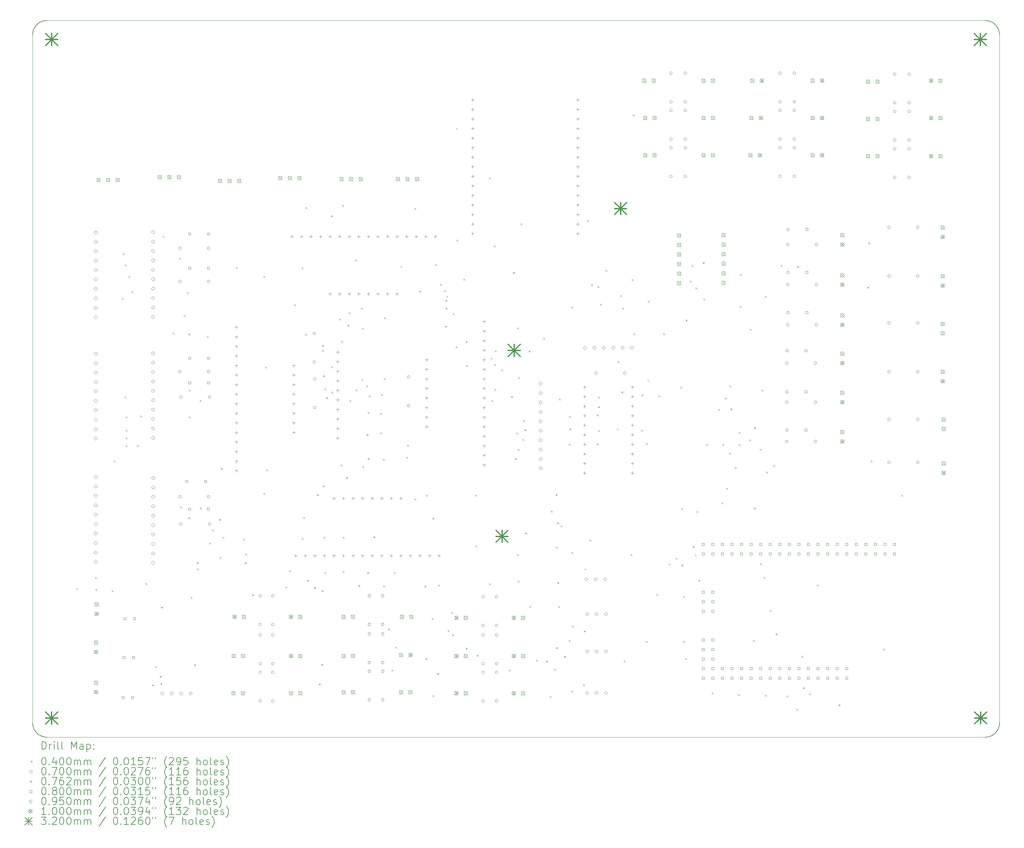
<source format=gbr>
%TF.GenerationSoftware,KiCad,Pcbnew,(6.0.7-1)-1*%
%TF.CreationDate,2022-12-15T20:56:21+05:30*%
%TF.ProjectId,BatteryCircuit,42617474-6572-4794-9369-72637569742e,rev?*%
%TF.SameCoordinates,Original*%
%TF.FileFunction,Drillmap*%
%TF.FilePolarity,Positive*%
%FSLAX45Y45*%
G04 Gerber Fmt 4.5, Leading zero omitted, Abs format (unit mm)*
G04 Created by KiCad (PCBNEW (6.0.7-1)-1) date 2022-12-15 20:56:21*
%MOMM*%
%LPD*%
G01*
G04 APERTURE LIST*
%ADD10C,0.100000*%
%ADD11C,0.150000*%
%ADD12C,0.200000*%
%ADD13C,0.040000*%
%ADD14C,0.070000*%
%ADD15C,0.076200*%
%ADD16C,0.080000*%
%ADD17C,0.095000*%
%ADD18C,0.320000*%
G04 APERTURE END LIST*
D10*
X2413000Y-3302000D02*
X27330400Y-3302000D01*
D11*
X2032000Y-21971000D02*
G75*
G03*
X2413000Y-22352000I381000J0D01*
G01*
D10*
X27330400Y-22352000D02*
X2413000Y-22352000D01*
X27711400Y-3683000D02*
X27711400Y-21971000D01*
X2032000Y-21971000D02*
X2032000Y-3683000D01*
D11*
X2413000Y-3302000D02*
G75*
G03*
X2032000Y-3683000I0J-381000D01*
G01*
X27711400Y-3683000D02*
G75*
G03*
X27330400Y-3302000I-381000J0D01*
G01*
X27330400Y-22352000D02*
G75*
G03*
X27711400Y-21971000I0J381000D01*
G01*
D12*
D13*
X3195640Y-18384840D02*
X3235640Y-18424840D01*
X3235640Y-18384840D02*
X3195640Y-18424840D01*
X3693480Y-18100360D02*
X3733480Y-18140360D01*
X3733480Y-18100360D02*
X3693480Y-18140360D01*
X3698560Y-18415320D02*
X3738560Y-18455320D01*
X3738560Y-18415320D02*
X3698560Y-18455320D01*
X4130360Y-18445800D02*
X4170360Y-18485800D01*
X4170360Y-18445800D02*
X4130360Y-18485800D01*
X4179080Y-14991950D02*
X4219080Y-15031950D01*
X4219080Y-14991950D02*
X4179080Y-15031950D01*
X4399600Y-10673400D02*
X4439600Y-10713400D01*
X4439600Y-10673400D02*
X4399600Y-10713400D01*
X4430080Y-9484680D02*
X4470080Y-9524680D01*
X4470080Y-9484680D02*
X4430080Y-9524680D01*
X4475800Y-13289600D02*
X4515800Y-13329600D01*
X4515800Y-13289600D02*
X4475800Y-13329600D01*
X4480880Y-9789480D02*
X4520880Y-9829480D01*
X4520880Y-9789480D02*
X4480880Y-9829480D01*
X4501200Y-13823000D02*
X4541200Y-13863000D01*
X4541200Y-13823000D02*
X4501200Y-13863000D01*
X4501200Y-14178600D02*
X4541200Y-14218600D01*
X4541200Y-14178600D02*
X4501200Y-14218600D01*
X4501200Y-14381800D02*
X4541200Y-14421800D01*
X4541200Y-14381800D02*
X4501200Y-14421800D01*
X4501200Y-14585000D02*
X4541200Y-14625000D01*
X4541200Y-14585000D02*
X4501200Y-14625000D01*
X4582480Y-10099360D02*
X4622480Y-10139360D01*
X4622480Y-10099360D02*
X4582480Y-10139360D01*
X4653600Y-10495600D02*
X4693600Y-10535600D01*
X4693600Y-10495600D02*
X4653600Y-10535600D01*
X4806000Y-14585000D02*
X4846000Y-14625000D01*
X4846000Y-14585000D02*
X4806000Y-14625000D01*
X4894020Y-13800050D02*
X4934020Y-13840050D01*
X4934020Y-13800050D02*
X4894020Y-13840050D01*
X5029520Y-18252760D02*
X5069520Y-18292760D01*
X5069520Y-18252760D02*
X5029520Y-18292760D01*
X5209530Y-20951450D02*
X5249530Y-20991450D01*
X5249530Y-20951450D02*
X5209530Y-20991450D01*
X5281260Y-20466170D02*
X5321260Y-20506170D01*
X5321260Y-20466170D02*
X5281260Y-20506170D01*
X5411640Y-20720820D02*
X5451640Y-20760820D01*
X5451640Y-20720820D02*
X5411640Y-20760820D01*
X5431230Y-20913850D02*
X5471230Y-20953850D01*
X5471230Y-20913850D02*
X5431230Y-20953850D01*
X5441980Y-18884740D02*
X5481980Y-18924740D01*
X5481980Y-18884740D02*
X5441980Y-18924740D01*
X5484730Y-9027500D02*
X5524730Y-9067500D01*
X5524730Y-9027500D02*
X5484730Y-9067500D01*
X5750880Y-11597960D02*
X5790880Y-11637960D01*
X5790880Y-11597960D02*
X5750880Y-11637960D01*
X5923600Y-9606600D02*
X5963600Y-9646600D01*
X5963600Y-9606600D02*
X5923600Y-9646600D01*
X5949000Y-16220760D02*
X5989000Y-16260760D01*
X5989000Y-16220760D02*
X5949000Y-16260760D01*
X6045980Y-11127420D02*
X6085980Y-11167420D01*
X6085980Y-11127420D02*
X6045980Y-11167420D01*
X6126800Y-10521000D02*
X6166800Y-10561000D01*
X6166800Y-10521000D02*
X6126800Y-10561000D01*
X6167440Y-11623360D02*
X6207440Y-11663360D01*
X6207440Y-11623360D02*
X6167440Y-11663360D01*
X6167440Y-16510320D02*
X6207440Y-16550320D01*
X6207440Y-16510320D02*
X6167440Y-16550320D01*
X6177600Y-13823000D02*
X6217600Y-13863000D01*
X6217600Y-13823000D02*
X6177600Y-13863000D01*
X6182680Y-13111800D02*
X6222680Y-13151800D01*
X6222680Y-13111800D02*
X6182680Y-13151800D01*
X6228400Y-18623600D02*
X6268400Y-18663600D01*
X6268400Y-18623600D02*
X6228400Y-18663600D01*
X6319880Y-20413930D02*
X6359880Y-20453930D01*
X6359880Y-20413930D02*
X6319880Y-20453930D01*
X6393120Y-17699670D02*
X6433120Y-17739670D01*
X6433120Y-17699670D02*
X6393120Y-17739670D01*
X6401150Y-17861630D02*
X6441150Y-17901630D01*
X6441150Y-17861630D02*
X6401150Y-17901630D01*
X6469290Y-13384140D02*
X6509290Y-13424140D01*
X6509290Y-13384140D02*
X6469290Y-13424140D01*
X6477320Y-16246160D02*
X6517320Y-16286160D01*
X6517320Y-16246160D02*
X6477320Y-16286160D01*
X6665280Y-11694480D02*
X6705280Y-11734480D01*
X6705280Y-11694480D02*
X6665280Y-11734480D01*
X6721160Y-17180880D02*
X6761160Y-17220880D01*
X6761160Y-17180880D02*
X6721160Y-17220880D01*
X6797530Y-16834080D02*
X6837530Y-16874080D01*
X6837530Y-16834080D02*
X6797530Y-16874080D01*
X6980170Y-16553830D02*
X7020170Y-16593830D01*
X7020170Y-16553830D02*
X6980170Y-16593830D01*
X7000560Y-17561880D02*
X7040560Y-17601880D01*
X7040560Y-17561880D02*
X7000560Y-17601880D01*
X7031040Y-15199680D02*
X7071040Y-15239680D01*
X7071040Y-15199680D02*
X7031040Y-15239680D01*
X7076760Y-17023400D02*
X7116760Y-17063400D01*
X7116760Y-17023400D02*
X7076760Y-17063400D01*
X7432360Y-9855520D02*
X7472360Y-9895520D01*
X7472360Y-9855520D02*
X7432360Y-9895520D01*
X7630480Y-17074200D02*
X7670480Y-17114200D01*
X7670480Y-17074200D02*
X7630480Y-17114200D01*
X7665840Y-17702920D02*
X7705840Y-17742920D01*
X7705840Y-17702920D02*
X7665840Y-17742920D01*
X7681280Y-17475520D02*
X7721280Y-17515520D01*
X7721280Y-17475520D02*
X7681280Y-17515520D01*
X7866150Y-18553540D02*
X7906150Y-18593540D01*
X7906150Y-18553540D02*
X7866150Y-18593540D01*
X8158800Y-10089200D02*
X8198800Y-10129200D01*
X8198800Y-10089200D02*
X8158800Y-10129200D01*
X8158800Y-15855000D02*
X8198800Y-15895000D01*
X8198800Y-15855000D02*
X8158800Y-15895000D01*
X8209600Y-12502200D02*
X8249600Y-12542200D01*
X8249600Y-12502200D02*
X8209600Y-12542200D01*
X8235000Y-15230160D02*
X8275000Y-15270160D01*
X8275000Y-15230160D02*
X8235000Y-15270160D01*
X8748080Y-18344200D02*
X8788080Y-18384200D01*
X8788080Y-18344200D02*
X8748080Y-18384200D01*
X8844600Y-17912400D02*
X8884600Y-17952400D01*
X8884600Y-17912400D02*
X8844600Y-17952400D01*
X8980830Y-10847930D02*
X9020830Y-10887930D01*
X9020830Y-10847930D02*
X8980830Y-10887930D01*
X9174800Y-9860600D02*
X9214800Y-9900600D01*
X9214800Y-9860600D02*
X9174800Y-9900600D01*
X9174800Y-17048800D02*
X9214800Y-17088800D01*
X9214800Y-17048800D02*
X9174800Y-17088800D01*
X9219150Y-16502890D02*
X9259150Y-16542890D01*
X9259150Y-16502890D02*
X9219150Y-16542890D01*
X9270570Y-11634370D02*
X9310570Y-11674370D01*
X9310570Y-11634370D02*
X9270570Y-11674370D01*
X9276400Y-8260400D02*
X9316400Y-8300400D01*
X9316400Y-8260400D02*
X9276400Y-8300400D01*
X9316530Y-18170350D02*
X9356530Y-18210350D01*
X9356530Y-18170350D02*
X9316530Y-18210350D01*
X9505000Y-18359440D02*
X9545000Y-18399440D01*
X9545000Y-18359440D02*
X9505000Y-18399440D01*
X9584860Y-15896700D02*
X9624860Y-15936700D01*
X9624860Y-15896700D02*
X9584860Y-15936700D01*
X9637080Y-20924840D02*
X9677080Y-20964840D01*
X9677080Y-20924840D02*
X9637080Y-20964840D01*
X9698040Y-20401600D02*
X9738040Y-20441600D01*
X9738040Y-20401600D02*
X9698040Y-20441600D01*
X9711910Y-18444220D02*
X9751910Y-18484220D01*
X9751910Y-18444220D02*
X9711910Y-18484220D01*
X9716520Y-12065050D02*
X9756520Y-12105050D01*
X9756520Y-12065050D02*
X9716520Y-12105050D01*
X9716920Y-11924740D02*
X9756920Y-11964740D01*
X9756920Y-11924740D02*
X9716920Y-11964740D01*
X9739540Y-15662260D02*
X9779540Y-15702260D01*
X9779540Y-15662260D02*
X9739540Y-15702260D01*
X9748840Y-12735880D02*
X9788840Y-12775880D01*
X9788840Y-12735880D02*
X9748840Y-12775880D01*
X9759000Y-17023400D02*
X9799000Y-17063400D01*
X9799000Y-17023400D02*
X9759000Y-17063400D01*
X9784400Y-13081320D02*
X9824400Y-13121320D01*
X9824400Y-13081320D02*
X9784400Y-13121320D01*
X9784400Y-17963200D02*
X9824400Y-18003200D01*
X9824400Y-17963200D02*
X9784400Y-18003200D01*
X9825040Y-13320080D02*
X9865040Y-13360080D01*
X9865040Y-13320080D02*
X9825040Y-13360080D01*
X9952040Y-8483920D02*
X9992040Y-8523920D01*
X9992040Y-8483920D02*
X9952040Y-8523920D01*
X9962200Y-12497120D02*
X10002200Y-12537120D01*
X10002200Y-12497120D02*
X9962200Y-12537120D01*
X9962200Y-13162600D02*
X10002200Y-13202600D01*
X10002200Y-13162600D02*
X9962200Y-13202600D01*
X10175560Y-11227120D02*
X10215560Y-11267120D01*
X10215560Y-11227120D02*
X10175560Y-11267120D01*
X10211120Y-15103160D02*
X10251120Y-15143160D01*
X10251120Y-15103160D02*
X10211120Y-15143160D01*
X10227780Y-11818370D02*
X10267780Y-11858370D01*
X10267780Y-11818370D02*
X10227780Y-11858370D01*
X10251760Y-8204520D02*
X10291760Y-8244520D01*
X10291760Y-8204520D02*
X10251760Y-8244520D01*
X10267000Y-17023400D02*
X10307000Y-17063400D01*
X10307000Y-17023400D02*
X10267000Y-17063400D01*
X10267000Y-17937800D02*
X10307000Y-17977800D01*
X10307000Y-17937800D02*
X10267000Y-17977800D01*
X10360930Y-15439190D02*
X10400930Y-15479190D01*
X10400930Y-15439190D02*
X10360930Y-15479190D01*
X10394390Y-11390570D02*
X10434390Y-11430570D01*
X10434390Y-11390570D02*
X10394390Y-11430570D01*
X10429560Y-11054400D02*
X10469560Y-11094400D01*
X10469560Y-11054400D02*
X10429560Y-11094400D01*
X10444800Y-13391200D02*
X10484800Y-13431200D01*
X10484800Y-13391200D02*
X10444800Y-13431200D01*
X10597200Y-9657400D02*
X10637200Y-9697400D01*
X10637200Y-9657400D02*
X10597200Y-9697400D01*
X10615040Y-13108440D02*
X10655040Y-13148440D01*
X10655040Y-13108440D02*
X10615040Y-13148440D01*
X10683560Y-18308640D02*
X10723560Y-18348640D01*
X10723560Y-18308640D02*
X10683560Y-18348640D01*
X10754680Y-10937560D02*
X10794680Y-10977560D01*
X10794680Y-10937560D02*
X10754680Y-10977560D01*
X10769920Y-12837480D02*
X10809920Y-12877480D01*
X10809920Y-12837480D02*
X10769920Y-12877480D01*
X10775000Y-11470960D02*
X10815000Y-11510960D01*
X10815000Y-11470960D02*
X10775000Y-11510960D01*
X10795320Y-15143800D02*
X10835320Y-15183800D01*
X10835320Y-15143800D02*
X10795320Y-15183800D01*
X10898050Y-13005450D02*
X10938050Y-13045450D01*
X10938050Y-13005450D02*
X10898050Y-13045450D01*
X10902000Y-14296610D02*
X10942000Y-14336610D01*
X10942000Y-14296610D02*
X10902000Y-14336610D01*
X10917240Y-17968280D02*
X10957240Y-18008280D01*
X10957240Y-17968280D02*
X10917240Y-18008280D01*
X10932480Y-13706160D02*
X10972480Y-13746160D01*
X10972480Y-13706160D02*
X10932480Y-13746160D01*
X10932480Y-14930440D02*
X10972480Y-14970440D01*
X10972480Y-14930440D02*
X10932480Y-14970440D01*
X10962960Y-13264200D02*
X11002960Y-13304200D01*
X11002960Y-13264200D02*
X10962960Y-13304200D01*
X11079800Y-17013240D02*
X11119800Y-17053240D01*
X11119800Y-17013240D02*
X11079800Y-17053240D01*
X11262680Y-13731560D02*
X11302680Y-13771560D01*
X11302680Y-13731560D02*
X11262680Y-13771560D01*
X11262680Y-14249720D02*
X11302680Y-14289720D01*
X11302680Y-14249720D02*
X11262680Y-14289720D01*
X11288080Y-13233720D02*
X11328080Y-13273720D01*
X11328080Y-13233720D02*
X11288080Y-13273720D01*
X11333800Y-14950760D02*
X11373800Y-14990760D01*
X11373800Y-14950760D02*
X11333800Y-14990760D01*
X11343960Y-18318800D02*
X11383960Y-18358800D01*
X11383960Y-18318800D02*
X11343960Y-18358800D01*
X11364280Y-12807000D02*
X11404280Y-12847000D01*
X11404280Y-12807000D02*
X11364280Y-12847000D01*
X11369360Y-11191560D02*
X11409360Y-11231560D01*
X11409360Y-11191560D02*
X11369360Y-11231560D01*
X11476040Y-19466880D02*
X11516040Y-19506880D01*
X11516040Y-19466880D02*
X11476040Y-19506880D01*
X11567480Y-20559080D02*
X11607480Y-20599080D01*
X11607480Y-20559080D02*
X11567480Y-20599080D01*
X11623360Y-17968280D02*
X11663360Y-18008280D01*
X11663360Y-17968280D02*
X11623360Y-18008280D01*
X11664000Y-19949480D02*
X11704000Y-19989480D01*
X11704000Y-19949480D02*
X11664000Y-19989480D01*
X11806240Y-9825040D02*
X11846240Y-9865040D01*
X11846240Y-9825040D02*
X11806240Y-9865040D01*
X11953560Y-14899960D02*
X11993560Y-14939960D01*
X11993560Y-14899960D02*
X11953560Y-14939960D01*
X11978960Y-14579920D02*
X12018960Y-14619920D01*
X12018960Y-14579920D02*
X11978960Y-14619920D01*
X12172000Y-8285800D02*
X12212000Y-8325800D01*
X12212000Y-8285800D02*
X12172000Y-8325800D01*
X12172000Y-16007400D02*
X12212000Y-16047400D01*
X12212000Y-16007400D02*
X12172000Y-16047400D01*
X12304080Y-10485440D02*
X12344080Y-10525440D01*
X12344080Y-10485440D02*
X12304080Y-10525440D01*
X12441240Y-18323880D02*
X12481240Y-18363880D01*
X12481240Y-18323880D02*
X12441240Y-18363880D01*
X12466640Y-20249200D02*
X12506640Y-20289200D01*
X12506640Y-20249200D02*
X12466640Y-20289200D01*
X12479570Y-15908410D02*
X12519570Y-15948410D01*
X12519570Y-15908410D02*
X12479570Y-15948410D01*
X12629200Y-19187480D02*
X12669200Y-19227480D01*
X12669200Y-19187480D02*
X12629200Y-19227480D01*
X12652010Y-16516370D02*
X12692010Y-16556370D01*
X12692010Y-16516370D02*
X12652010Y-16556370D01*
X12654600Y-21234720D02*
X12694600Y-21274720D01*
X12694600Y-21234720D02*
X12654600Y-21274720D01*
X12725720Y-9779320D02*
X12765720Y-9819320D01*
X12765720Y-9779320D02*
X12725720Y-9819320D01*
X12776520Y-20645440D02*
X12816520Y-20685440D01*
X12816520Y-20645440D02*
X12776520Y-20685440D01*
X12801920Y-18293400D02*
X12841920Y-18333400D01*
X12841920Y-18293400D02*
X12801920Y-18333400D01*
X12854590Y-10305430D02*
X12894590Y-10345430D01*
X12894590Y-10305430D02*
X12854590Y-10345430D01*
X12959400Y-10470200D02*
X12999400Y-10510200D01*
X12999400Y-10470200D02*
X12959400Y-10510200D01*
X12985010Y-11416250D02*
X13025010Y-11456250D01*
X13025010Y-11416250D02*
X12985010Y-11456250D01*
X12994640Y-10732180D02*
X13034640Y-10772180D01*
X13034640Y-10732180D02*
X12994640Y-10772180D01*
X13000510Y-10937640D02*
X13040510Y-10977640D01*
X13040510Y-10937640D02*
X13000510Y-10977640D01*
X13025850Y-10621650D02*
X13065850Y-10661650D01*
X13065850Y-10621650D02*
X13025850Y-10661650D01*
X13054140Y-19504380D02*
X13094140Y-19544380D01*
X13094140Y-19504380D02*
X13054140Y-19544380D01*
X13145590Y-19025780D02*
X13185590Y-19065780D01*
X13185590Y-19025780D02*
X13145590Y-19065780D01*
X13177840Y-19619280D02*
X13217840Y-19659280D01*
X13217840Y-19619280D02*
X13177840Y-19659280D01*
X13191160Y-11080680D02*
X13231160Y-11120680D01*
X13231160Y-11080680D02*
X13191160Y-11120680D01*
X13264200Y-11963720D02*
X13304200Y-12003720D01*
X13304200Y-11963720D02*
X13264200Y-12003720D01*
X13270330Y-6159700D02*
X13310330Y-6199700D01*
X13310330Y-6159700D02*
X13270330Y-6199700D01*
X13289600Y-9124000D02*
X13329600Y-9164000D01*
X13329600Y-9124000D02*
X13289600Y-9164000D01*
X13467400Y-10165400D02*
X13507400Y-10205400D01*
X13507400Y-10165400D02*
X13467400Y-10205400D01*
X13533440Y-11826560D02*
X13573440Y-11866560D01*
X13573440Y-11826560D02*
X13533440Y-11866560D01*
X13533440Y-19974880D02*
X13573440Y-20014880D01*
X13573440Y-19974880D02*
X13533440Y-20014880D01*
X13548680Y-12461560D02*
X13588680Y-12501560D01*
X13588680Y-12461560D02*
X13548680Y-12501560D01*
X13785390Y-15908410D02*
X13825390Y-15948410D01*
X13825390Y-15908410D02*
X13785390Y-15948410D01*
X13793310Y-17254520D02*
X13833310Y-17294520D01*
X13833310Y-17254520D02*
X13793310Y-17294520D01*
X13828080Y-20162840D02*
X13868080Y-20202840D01*
X13868080Y-20162840D02*
X13828080Y-20202840D01*
X14153200Y-7473000D02*
X14193200Y-7513000D01*
X14193200Y-7473000D02*
X14153200Y-7513000D01*
X14153200Y-18262920D02*
X14193200Y-18302920D01*
X14193200Y-18262920D02*
X14153200Y-18302920D01*
X14198920Y-12268520D02*
X14238920Y-12308520D01*
X14238920Y-12268520D02*
X14198920Y-12308520D01*
X14215590Y-13395220D02*
X14255590Y-13435220D01*
X14255590Y-13395220D02*
X14215590Y-13435220D01*
X14280200Y-9276400D02*
X14320200Y-9316400D01*
X14320200Y-9276400D02*
X14280200Y-9316400D01*
X14290360Y-12436160D02*
X14330360Y-12476160D01*
X14330360Y-12436160D02*
X14290360Y-12476160D01*
X14297990Y-13100160D02*
X14337990Y-13140160D01*
X14337990Y-13100160D02*
X14297990Y-13140160D01*
X14305600Y-12070400D02*
X14345600Y-12110400D01*
X14345600Y-12070400D02*
X14305600Y-12110400D01*
X14478320Y-12573320D02*
X14518320Y-12613320D01*
X14518320Y-12573320D02*
X14478320Y-12613320D01*
X14681520Y-20559080D02*
X14721520Y-20599080D01*
X14721520Y-20559080D02*
X14681520Y-20599080D01*
X14737550Y-13287480D02*
X14777550Y-13327480D01*
X14777550Y-13287480D02*
X14737550Y-13327480D01*
X14792670Y-9986280D02*
X14832670Y-10026280D01*
X14832670Y-9986280D02*
X14792670Y-10026280D01*
X14839000Y-14930440D02*
X14879000Y-14970440D01*
X14879000Y-14930440D02*
X14839000Y-14970440D01*
X14873730Y-14254580D02*
X14913730Y-14294580D01*
X14913730Y-14254580D02*
X14873730Y-14294580D01*
X14889800Y-17480600D02*
X14929800Y-17520600D01*
X14929800Y-17480600D02*
X14889800Y-17520600D01*
X14902520Y-11465100D02*
X14942520Y-11505100D01*
X14942520Y-11465100D02*
X14902520Y-11505100D01*
X14915200Y-18191800D02*
X14955200Y-18231800D01*
X14955200Y-18191800D02*
X14915200Y-18231800D01*
X14920280Y-14691680D02*
X14960280Y-14731680D01*
X14960280Y-14691680D02*
X14920280Y-14731680D01*
X14925360Y-12781600D02*
X14965360Y-12821600D01*
X14965360Y-12781600D02*
X14925360Y-12821600D01*
X14991400Y-8692200D02*
X15031400Y-8732200D01*
X15031400Y-8692200D02*
X14991400Y-8732200D01*
X15042200Y-14427520D02*
X15082200Y-14467520D01*
X15082200Y-14427520D02*
X15042200Y-14467520D01*
X15062520Y-13929680D02*
X15102520Y-13969680D01*
X15102520Y-13929680D02*
X15062520Y-13969680D01*
X15098080Y-14168440D02*
X15138080Y-14208440D01*
X15138080Y-14168440D02*
X15098080Y-14208440D01*
X15113320Y-16911640D02*
X15153320Y-16951640D01*
X15153320Y-16911640D02*
X15113320Y-16951640D01*
X15205170Y-12078020D02*
X15245170Y-12118020D01*
X15245170Y-12078020D02*
X15205170Y-12118020D01*
X15225720Y-18864290D02*
X15265720Y-18904290D01*
X15265720Y-18864290D02*
X15225720Y-18904290D01*
X15399540Y-20291530D02*
X15439540Y-20331530D01*
X15439540Y-20291530D02*
X15399540Y-20331530D01*
X15595920Y-11735120D02*
X15635920Y-11775120D01*
X15635920Y-11735120D02*
X15595920Y-11775120D01*
X15667040Y-20320320D02*
X15707040Y-20360320D01*
X15707040Y-20320320D02*
X15667040Y-20360320D01*
X15763560Y-21249960D02*
X15803560Y-21289960D01*
X15803560Y-21249960D02*
X15763560Y-21289960D01*
X15798470Y-16332080D02*
X15838470Y-16372080D01*
X15838470Y-16332080D02*
X15798470Y-16372080D01*
X15880400Y-20528600D02*
X15920400Y-20568600D01*
X15920400Y-20528600D02*
X15880400Y-20568600D01*
X15921590Y-15893840D02*
X15961590Y-15933840D01*
X15961590Y-15893840D02*
X15921590Y-15933840D01*
X15931200Y-17287560D02*
X15971200Y-17327560D01*
X15971200Y-17287560D02*
X15931200Y-17327560D01*
X15936280Y-19959640D02*
X15976280Y-19999640D01*
X15976280Y-19959640D02*
X15936280Y-19999640D01*
X15956550Y-16641210D02*
X15996550Y-16681210D01*
X15996550Y-16641210D02*
X15956550Y-16681210D01*
X15971840Y-18227360D02*
X16011840Y-18267360D01*
X16011840Y-18227360D02*
X15971840Y-18267360D01*
X15994470Y-18874590D02*
X16034470Y-18914590D01*
X16034470Y-18874590D02*
X15994470Y-18914590D01*
X16011510Y-13349010D02*
X16051510Y-13389010D01*
X16051510Y-13349010D02*
X16011510Y-13389010D01*
X16054420Y-16720190D02*
X16094420Y-16760190D01*
X16094420Y-16720190D02*
X16054420Y-16760190D01*
X16149640Y-20193320D02*
X16189640Y-20233320D01*
X16189640Y-20193320D02*
X16149640Y-20233320D01*
X16271560Y-14554520D02*
X16311560Y-14594520D01*
X16311560Y-14554520D02*
X16271560Y-14594520D01*
X16271560Y-19771680D02*
X16311560Y-19811680D01*
X16311560Y-19771680D02*
X16271560Y-19811680D01*
X16281720Y-13807760D02*
X16321720Y-13847760D01*
X16321720Y-13807760D02*
X16281720Y-13847760D01*
X16286800Y-14143040D02*
X16326800Y-14183040D01*
X16326800Y-14143040D02*
X16286800Y-14183040D01*
X16337600Y-10902000D02*
X16377600Y-10942000D01*
X16377600Y-10902000D02*
X16337600Y-10942000D01*
X16337600Y-17429800D02*
X16377600Y-17469800D01*
X16377600Y-17429800D02*
X16337600Y-17469800D01*
X16337600Y-21112800D02*
X16377600Y-21152800D01*
X16377600Y-21112800D02*
X16337600Y-21152800D01*
X16359030Y-19389600D02*
X16399030Y-19429600D01*
X16399030Y-19389600D02*
X16359030Y-19429600D01*
X16656510Y-20944490D02*
X16696510Y-20984490D01*
X16696510Y-20944490D02*
X16656510Y-20984490D01*
X16673300Y-19519150D02*
X16713300Y-19559150D01*
X16713300Y-19519150D02*
X16673300Y-19559150D01*
X16691910Y-17868410D02*
X16731910Y-17908410D01*
X16731910Y-17868410D02*
X16691910Y-17908410D01*
X16752740Y-8612950D02*
X16792740Y-8652950D01*
X16792740Y-8612950D02*
X16752740Y-8652950D01*
X16820200Y-17099600D02*
X16860200Y-17139600D01*
X16860200Y-17099600D02*
X16820200Y-17139600D01*
X16868000Y-10312350D02*
X16908000Y-10352350D01*
X16908000Y-10312350D02*
X16868000Y-10352350D01*
X17013240Y-13772200D02*
X17053240Y-13812200D01*
X17053240Y-13772200D02*
X17013240Y-13812200D01*
X17013240Y-14544360D02*
X17053240Y-14584360D01*
X17053240Y-14544360D02*
X17013240Y-14584360D01*
X17032360Y-10361800D02*
X17072360Y-10401800D01*
X17072360Y-10361800D02*
X17032360Y-10401800D01*
X17048800Y-14188760D02*
X17088800Y-14228760D01*
X17088800Y-14188760D02*
X17048800Y-14228760D01*
X17053880Y-13299760D02*
X17093880Y-13339760D01*
X17093880Y-13299760D02*
X17053880Y-13339760D01*
X17053880Y-13558840D02*
X17093880Y-13598840D01*
X17093880Y-13558840D02*
X17053880Y-13598840D01*
X17099600Y-10825800D02*
X17139600Y-10865800D01*
X17139600Y-10825800D02*
X17099600Y-10865800D01*
X17246130Y-9932190D02*
X17286130Y-9972190D01*
X17286130Y-9932190D02*
X17246130Y-9972190D01*
X17546640Y-14143040D02*
X17586640Y-14183040D01*
X17586640Y-14143040D02*
X17546640Y-14183040D01*
X17565080Y-12350500D02*
X17605080Y-12390500D01*
X17605080Y-12350500D02*
X17565080Y-12390500D01*
X17633000Y-10597200D02*
X17673000Y-10637200D01*
X17673000Y-10597200D02*
X17633000Y-10637200D01*
X17666610Y-13161870D02*
X17706610Y-13201870D01*
X17706610Y-13161870D02*
X17666610Y-13201870D01*
X17692250Y-10940050D02*
X17732250Y-10980050D01*
X17732250Y-10940050D02*
X17692250Y-10980050D01*
X17729520Y-20310160D02*
X17769520Y-20350160D01*
X17769520Y-20310160D02*
X17729520Y-20350160D01*
X17912400Y-17480600D02*
X17952400Y-17520600D01*
X17952400Y-17480600D02*
X17912400Y-17520600D01*
X17942880Y-10175560D02*
X17982880Y-10215560D01*
X17982880Y-10175560D02*
X17942880Y-10215560D01*
X17972780Y-5801220D02*
X18012780Y-5841220D01*
X18012780Y-5801220D02*
X17972780Y-5841220D01*
X17988600Y-11613200D02*
X18028600Y-11653200D01*
X18028600Y-11613200D02*
X17988600Y-11653200D01*
X18191800Y-14178600D02*
X18231800Y-14218600D01*
X18231800Y-14178600D02*
X18191800Y-14218600D01*
X18207040Y-13243880D02*
X18247040Y-13283880D01*
X18247040Y-13243880D02*
X18207040Y-13283880D01*
X18318800Y-14529120D02*
X18358800Y-14569120D01*
X18358800Y-14529120D02*
X18318800Y-14569120D01*
X18323880Y-19792000D02*
X18363880Y-19832000D01*
X18363880Y-19792000D02*
X18323880Y-19832000D01*
X18359880Y-12848590D02*
X18399880Y-12888590D01*
X18399880Y-12848590D02*
X18359880Y-12888590D01*
X18374680Y-10754680D02*
X18414680Y-10794680D01*
X18414680Y-10754680D02*
X18374680Y-10794680D01*
X18598200Y-18542320D02*
X18638200Y-18582320D01*
X18638200Y-18542320D02*
X18598200Y-18582320D01*
X18649000Y-13264200D02*
X18689000Y-13304200D01*
X18689000Y-13264200D02*
X18649000Y-13304200D01*
X18776000Y-11613200D02*
X18816000Y-11653200D01*
X18816000Y-11613200D02*
X18776000Y-11653200D01*
X18921900Y-17740130D02*
X18961900Y-17780130D01*
X18961900Y-17740130D02*
X18921900Y-17780130D01*
X19111540Y-17587500D02*
X19151540Y-17627500D01*
X19151540Y-17587500D02*
X19111540Y-17627500D01*
X19233200Y-13035600D02*
X19273200Y-13075600D01*
X19273200Y-13035600D02*
X19233200Y-13075600D01*
X19258600Y-16261400D02*
X19298600Y-16301400D01*
X19298600Y-16261400D02*
X19258600Y-16301400D01*
X19265800Y-17764280D02*
X19305800Y-17804280D01*
X19305800Y-17764280D02*
X19265800Y-17804280D01*
X19309400Y-18598200D02*
X19349400Y-18638200D01*
X19349400Y-18598200D02*
X19309400Y-18638200D01*
X19309400Y-19792000D02*
X19349400Y-19832000D01*
X19349400Y-19792000D02*
X19309400Y-19832000D01*
X19360200Y-20249200D02*
X19400200Y-20289200D01*
X19400200Y-20249200D02*
X19360200Y-20289200D01*
X19376050Y-11252980D02*
X19416050Y-11292980D01*
X19416050Y-11252980D02*
X19376050Y-11292980D01*
X19487200Y-10216200D02*
X19527200Y-10256200D01*
X19527200Y-10216200D02*
X19487200Y-10256200D01*
X19532920Y-9804720D02*
X19572920Y-9844720D01*
X19572920Y-9804720D02*
X19532920Y-9844720D01*
X19561090Y-17273030D02*
X19601090Y-17313030D01*
X19601090Y-17273030D02*
X19561090Y-17313030D01*
X19621050Y-17496240D02*
X19661050Y-17536240D01*
X19661050Y-17496240D02*
X19621050Y-17536240D01*
X19632730Y-10396130D02*
X19672730Y-10436130D01*
X19672730Y-10396130D02*
X19632730Y-10436130D01*
X19665000Y-16337600D02*
X19705000Y-16377600D01*
X19705000Y-16337600D02*
X19665000Y-16377600D01*
X19713830Y-18170350D02*
X19753830Y-18210350D01*
X19753830Y-18170350D02*
X19713830Y-18210350D01*
X19832640Y-9728520D02*
X19872640Y-9768520D01*
X19872640Y-9728520D02*
X19832640Y-9768520D01*
X19842800Y-10693720D02*
X19882800Y-10733720D01*
X19882800Y-10693720D02*
X19842800Y-10733720D01*
X19919000Y-14559600D02*
X19959000Y-14599600D01*
X19959000Y-14559600D02*
X19919000Y-14599600D01*
X20066320Y-21158520D02*
X20106320Y-21198520D01*
X20106320Y-21158520D02*
X20066320Y-21198520D01*
X20243680Y-13631530D02*
X20283680Y-13671530D01*
X20283680Y-13631530D02*
X20243680Y-13671530D01*
X20325400Y-16109000D02*
X20365400Y-16149000D01*
X20365400Y-16109000D02*
X20325400Y-16149000D01*
X20350800Y-14559600D02*
X20390800Y-14599600D01*
X20390800Y-14559600D02*
X20350800Y-14599600D01*
X20416180Y-13328940D02*
X20456180Y-13368940D01*
X20456180Y-13328940D02*
X20416180Y-13368940D01*
X20453010Y-15719750D02*
X20493010Y-15759750D01*
X20493010Y-15719750D02*
X20453010Y-15759750D01*
X20528600Y-14788200D02*
X20568600Y-14828200D01*
X20568600Y-14788200D02*
X20528600Y-14828200D01*
X20539320Y-13005450D02*
X20579320Y-13045450D01*
X20579320Y-13005450D02*
X20539320Y-13045450D01*
X20568340Y-13615590D02*
X20608340Y-13655590D01*
X20608340Y-13615590D02*
X20568340Y-13655590D01*
X20681000Y-15169200D02*
X20721000Y-15209200D01*
X20721000Y-15169200D02*
X20681000Y-15209200D01*
X20767360Y-21209320D02*
X20807360Y-21249320D01*
X20807360Y-21209320D02*
X20767360Y-21249320D01*
X20782600Y-14229400D02*
X20822600Y-14269400D01*
X20822600Y-14229400D02*
X20782600Y-14269400D01*
X20782600Y-14559600D02*
X20822600Y-14599600D01*
X20822600Y-14559600D02*
X20782600Y-14599600D01*
X20813080Y-10896920D02*
X20853080Y-10936920D01*
X20853080Y-10896920D02*
X20813080Y-10936920D01*
X20818160Y-10038400D02*
X20858160Y-10078400D01*
X20858160Y-10038400D02*
X20818160Y-10078400D01*
X21062000Y-14432600D02*
X21102000Y-14472600D01*
X21102000Y-14432600D02*
X21062000Y-14472600D01*
X21081840Y-11499650D02*
X21121840Y-11539650D01*
X21121840Y-11499650D02*
X21081840Y-11539650D01*
X21163600Y-19766600D02*
X21203600Y-19806600D01*
X21203600Y-19766600D02*
X21163600Y-19806600D01*
X21192630Y-16252130D02*
X21232630Y-16292130D01*
X21232630Y-16252130D02*
X21192630Y-16292130D01*
X21195930Y-14110880D02*
X21235930Y-14150880D01*
X21235930Y-14110880D02*
X21195930Y-14150880D01*
X21341400Y-14686600D02*
X21381400Y-14726600D01*
X21381400Y-14686600D02*
X21341400Y-14726600D01*
X21355320Y-17728430D02*
X21395320Y-17768430D01*
X21395320Y-17728430D02*
X21355320Y-17768430D01*
X21392200Y-13111800D02*
X21432200Y-13151800D01*
X21432200Y-13111800D02*
X21392200Y-13151800D01*
X21443000Y-18090200D02*
X21483000Y-18130200D01*
X21483000Y-18090200D02*
X21443000Y-18130200D01*
X21478560Y-10622600D02*
X21518560Y-10662600D01*
X21518560Y-10622600D02*
X21478560Y-10662600D01*
X21478560Y-21224560D02*
X21518560Y-21264560D01*
X21518560Y-21224560D02*
X21478560Y-21264560D01*
X21516080Y-15293270D02*
X21556080Y-15333270D01*
X21556080Y-15293270D02*
X21516080Y-15333270D01*
X21605560Y-18974120D02*
X21645560Y-19014120D01*
X21645560Y-18974120D02*
X21605560Y-19014120D01*
X21697000Y-15118400D02*
X21737000Y-15158400D01*
X21737000Y-15118400D02*
X21697000Y-15158400D01*
X21763040Y-19588800D02*
X21803040Y-19628800D01*
X21803040Y-19588800D02*
X21763040Y-19628800D01*
X21900200Y-9804720D02*
X21940200Y-9844720D01*
X21940200Y-9804720D02*
X21900200Y-9844720D01*
X22057680Y-21244880D02*
X22097680Y-21284880D01*
X22097680Y-21244880D02*
X22057680Y-21284880D01*
X22316760Y-21595400D02*
X22356760Y-21635400D01*
X22356760Y-21595400D02*
X22316760Y-21635400D01*
X22335140Y-9834350D02*
X22375140Y-9874350D01*
X22375140Y-9834350D02*
X22335140Y-9874350D01*
X22453920Y-20183160D02*
X22493920Y-20223160D01*
X22493920Y-20183160D02*
X22453920Y-20223160D01*
X22489480Y-21026440D02*
X22529480Y-21066440D01*
X22529480Y-21026440D02*
X22489480Y-21066440D01*
X22657120Y-21183920D02*
X22697120Y-21223920D01*
X22697120Y-21183920D02*
X22657120Y-21223920D01*
X22865400Y-18293400D02*
X22905400Y-18333400D01*
X22905400Y-18293400D02*
X22865400Y-18333400D01*
X23439440Y-21478560D02*
X23479440Y-21518560D01*
X23479440Y-21478560D02*
X23439440Y-21518560D01*
X24201440Y-10378760D02*
X24241440Y-10418760D01*
X24241440Y-10378760D02*
X24201440Y-10418760D01*
X24226840Y-9200200D02*
X24266840Y-9240200D01*
X24266840Y-9200200D02*
X24226840Y-9240200D01*
X24287800Y-14991400D02*
X24327800Y-15031400D01*
X24327800Y-14991400D02*
X24287800Y-15031400D01*
X24618000Y-19995200D02*
X24658000Y-20035200D01*
X24658000Y-19995200D02*
X24618000Y-20035200D01*
X25100600Y-15905800D02*
X25140600Y-15945800D01*
X25140600Y-15905800D02*
X25100600Y-15945800D01*
D14*
X5976900Y-9354600D02*
G75*
G03*
X5976900Y-9354600I-35000J0D01*
G01*
X5976900Y-12631200D02*
G75*
G03*
X5976900Y-12631200I-35000J0D01*
G01*
X5976900Y-15958600D02*
G75*
G03*
X5976900Y-15958600I-35000J0D01*
G01*
X5978600Y-10236200D02*
G75*
G03*
X5978600Y-10236200I-35000J0D01*
G01*
X6004000Y-13309600D02*
G75*
G03*
X6004000Y-13309600I-35000J0D01*
G01*
X6004000Y-16687800D02*
G75*
G03*
X6004000Y-16687800I-35000J0D01*
G01*
X6738900Y-9354600D02*
G75*
G03*
X6738900Y-9354600I-35000J0D01*
G01*
X6738900Y-12631200D02*
G75*
G03*
X6738900Y-12631200I-35000J0D01*
G01*
X6738900Y-15958600D02*
G75*
G03*
X6738900Y-15958600I-35000J0D01*
G01*
X6740600Y-10236200D02*
G75*
G03*
X6740600Y-10236200I-35000J0D01*
G01*
X6766000Y-13309600D02*
G75*
G03*
X6766000Y-13309600I-35000J0D01*
G01*
X6766000Y-16687800D02*
G75*
G03*
X6766000Y-16687800I-35000J0D01*
G01*
X8112200Y-18592800D02*
G75*
G03*
X8112200Y-18592800I-35000J0D01*
G01*
X8112200Y-19354800D02*
G75*
G03*
X8112200Y-19354800I-35000J0D01*
G01*
X8112200Y-19634200D02*
G75*
G03*
X8112200Y-19634200I-35000J0D01*
G01*
X8112200Y-20396200D02*
G75*
G03*
X8112200Y-20396200I-35000J0D01*
G01*
X8112200Y-20624800D02*
G75*
G03*
X8112200Y-20624800I-35000J0D01*
G01*
X8112200Y-21386800D02*
G75*
G03*
X8112200Y-21386800I-35000J0D01*
G01*
X8442400Y-18592800D02*
G75*
G03*
X8442400Y-18592800I-35000J0D01*
G01*
X8442400Y-19354800D02*
G75*
G03*
X8442400Y-19354800I-35000J0D01*
G01*
X8442400Y-19634200D02*
G75*
G03*
X8442400Y-19634200I-35000J0D01*
G01*
X8442400Y-20396200D02*
G75*
G03*
X8442400Y-20396200I-35000J0D01*
G01*
X8442400Y-20624800D02*
G75*
G03*
X8442400Y-20624800I-35000J0D01*
G01*
X8442400Y-21386800D02*
G75*
G03*
X8442400Y-21386800I-35000J0D01*
G01*
X9547300Y-11620500D02*
G75*
G03*
X9547300Y-11620500I-35000J0D01*
G01*
X9547300Y-12382500D02*
G75*
G03*
X9547300Y-12382500I-35000J0D01*
G01*
X9560000Y-12827000D02*
G75*
G03*
X9560000Y-12827000I-35000J0D01*
G01*
X9560000Y-13589000D02*
G75*
G03*
X9560000Y-13589000I-35000J0D01*
G01*
X11009800Y-18591100D02*
G75*
G03*
X11009800Y-18591100I-35000J0D01*
G01*
X11009800Y-19353100D02*
G75*
G03*
X11009800Y-19353100I-35000J0D01*
G01*
X11009800Y-19607100D02*
G75*
G03*
X11009800Y-19607100I-35000J0D01*
G01*
X11009800Y-20369100D02*
G75*
G03*
X11009800Y-20369100I-35000J0D01*
G01*
X11009800Y-20597700D02*
G75*
G03*
X11009800Y-20597700I-35000J0D01*
G01*
X11009800Y-21359700D02*
G75*
G03*
X11009800Y-21359700I-35000J0D01*
G01*
X11365400Y-18591100D02*
G75*
G03*
X11365400Y-18591100I-35000J0D01*
G01*
X11365400Y-19353100D02*
G75*
G03*
X11365400Y-19353100I-35000J0D01*
G01*
X11365400Y-19607100D02*
G75*
G03*
X11365400Y-19607100I-35000J0D01*
G01*
X11365400Y-20369100D02*
G75*
G03*
X11365400Y-20369100I-35000J0D01*
G01*
X11365400Y-20597700D02*
G75*
G03*
X11365400Y-20597700I-35000J0D01*
G01*
X11365400Y-21359700D02*
G75*
G03*
X11365400Y-21359700I-35000J0D01*
G01*
X12049200Y-12776200D02*
G75*
G03*
X12049200Y-12776200I-35000J0D01*
G01*
X12049200Y-13538200D02*
G75*
G03*
X12049200Y-13538200I-35000J0D01*
G01*
X14030400Y-18618200D02*
G75*
G03*
X14030400Y-18618200I-35000J0D01*
G01*
X14030400Y-19380200D02*
G75*
G03*
X14030400Y-19380200I-35000J0D01*
G01*
X14030400Y-19634200D02*
G75*
G03*
X14030400Y-19634200I-35000J0D01*
G01*
X14030400Y-20396200D02*
G75*
G03*
X14030400Y-20396200I-35000J0D01*
G01*
X14030400Y-20624800D02*
G75*
G03*
X14030400Y-20624800I-35000J0D01*
G01*
X14030400Y-21386800D02*
G75*
G03*
X14030400Y-21386800I-35000J0D01*
G01*
X14386000Y-18618200D02*
G75*
G03*
X14386000Y-18618200I-35000J0D01*
G01*
X14386000Y-19380200D02*
G75*
G03*
X14386000Y-19380200I-35000J0D01*
G01*
X14386000Y-19634200D02*
G75*
G03*
X14386000Y-19634200I-35000J0D01*
G01*
X14386000Y-20396200D02*
G75*
G03*
X14386000Y-20396200I-35000J0D01*
G01*
X14386000Y-20624800D02*
G75*
G03*
X14386000Y-20624800I-35000J0D01*
G01*
X14386000Y-21386800D02*
G75*
G03*
X14386000Y-21386800I-35000J0D01*
G01*
X17027600Y-12674600D02*
G75*
G03*
X17027600Y-12674600I-35000J0D01*
G01*
X17789600Y-12674600D02*
G75*
G03*
X17789600Y-12674600I-35000J0D01*
G01*
X19019500Y-4700700D02*
G75*
G03*
X19019500Y-4700700I-35000J0D01*
G01*
X19019500Y-5462700D02*
G75*
G03*
X19019500Y-5462700I-35000J0D01*
G01*
X19019500Y-5691300D02*
G75*
G03*
X19019500Y-5691300I-35000J0D01*
G01*
X19019500Y-6453300D02*
G75*
G03*
X19019500Y-6453300I-35000J0D01*
G01*
X19019500Y-6681900D02*
G75*
G03*
X19019500Y-6681900I-35000J0D01*
G01*
X19019500Y-7443900D02*
G75*
G03*
X19019500Y-7443900I-35000J0D01*
G01*
X19400500Y-4700700D02*
G75*
G03*
X19400500Y-4700700I-35000J0D01*
G01*
X19400500Y-5462700D02*
G75*
G03*
X19400500Y-5462700I-35000J0D01*
G01*
X19400500Y-5691300D02*
G75*
G03*
X19400500Y-5691300I-35000J0D01*
G01*
X19400500Y-6453300D02*
G75*
G03*
X19400500Y-6453300I-35000J0D01*
G01*
X19400500Y-6681900D02*
G75*
G03*
X19400500Y-6681900I-35000J0D01*
G01*
X19400500Y-7443900D02*
G75*
G03*
X19400500Y-7443900I-35000J0D01*
G01*
X21917100Y-4699000D02*
G75*
G03*
X21917100Y-4699000I-35000J0D01*
G01*
X21917100Y-5461000D02*
G75*
G03*
X21917100Y-5461000I-35000J0D01*
G01*
X21917100Y-5689600D02*
G75*
G03*
X21917100Y-5689600I-35000J0D01*
G01*
X21917100Y-6451600D02*
G75*
G03*
X21917100Y-6451600I-35000J0D01*
G01*
X21917100Y-6680200D02*
G75*
G03*
X21917100Y-6680200I-35000J0D01*
G01*
X21917100Y-7442200D02*
G75*
G03*
X21917100Y-7442200I-35000J0D01*
G01*
X22094900Y-12407900D02*
G75*
G03*
X22094900Y-12407900I-35000J0D01*
G01*
X22094900Y-13449300D02*
G75*
G03*
X22094900Y-13449300I-35000J0D01*
G01*
X22094900Y-14490700D02*
G75*
G03*
X22094900Y-14490700I-35000J0D01*
G01*
X22120300Y-9258300D02*
G75*
G03*
X22120300Y-9258300I-35000J0D01*
G01*
X22120300Y-10325100D02*
G75*
G03*
X22120300Y-10325100I-35000J0D01*
G01*
X22120300Y-11391900D02*
G75*
G03*
X22120300Y-11391900I-35000J0D01*
G01*
X22298100Y-4699000D02*
G75*
G03*
X22298100Y-4699000I-35000J0D01*
G01*
X22298100Y-5461000D02*
G75*
G03*
X22298100Y-5461000I-35000J0D01*
G01*
X22298100Y-5689600D02*
G75*
G03*
X22298100Y-5689600I-35000J0D01*
G01*
X22298100Y-6451600D02*
G75*
G03*
X22298100Y-6451600I-35000J0D01*
G01*
X22298100Y-6680200D02*
G75*
G03*
X22298100Y-6680200I-35000J0D01*
G01*
X22298100Y-7442200D02*
G75*
G03*
X22298100Y-7442200I-35000J0D01*
G01*
X22856900Y-12407900D02*
G75*
G03*
X22856900Y-12407900I-35000J0D01*
G01*
X22856900Y-13449300D02*
G75*
G03*
X22856900Y-13449300I-35000J0D01*
G01*
X22856900Y-14490700D02*
G75*
G03*
X22856900Y-14490700I-35000J0D01*
G01*
X22882300Y-9258300D02*
G75*
G03*
X22882300Y-9258300I-35000J0D01*
G01*
X22882300Y-10325100D02*
G75*
G03*
X22882300Y-10325100I-35000J0D01*
G01*
X22882300Y-11391900D02*
G75*
G03*
X22882300Y-11391900I-35000J0D01*
G01*
X24812700Y-8801100D02*
G75*
G03*
X24812700Y-8801100I-35000J0D01*
G01*
X24812700Y-10096500D02*
G75*
G03*
X24812700Y-10096500I-35000J0D01*
G01*
X24812700Y-11341100D02*
G75*
G03*
X24812700Y-11341100I-35000J0D01*
G01*
X24812700Y-12636500D02*
G75*
G03*
X24812700Y-12636500I-35000J0D01*
G01*
X24812700Y-13906500D02*
G75*
G03*
X24812700Y-13906500I-35000J0D01*
G01*
X24812700Y-15049500D02*
G75*
G03*
X24812700Y-15049500I-35000J0D01*
G01*
X24963100Y-4726100D02*
G75*
G03*
X24963100Y-4726100I-35000J0D01*
G01*
X24963100Y-5488100D02*
G75*
G03*
X24963100Y-5488100I-35000J0D01*
G01*
X24963100Y-5716700D02*
G75*
G03*
X24963100Y-5716700I-35000J0D01*
G01*
X24963100Y-6478700D02*
G75*
G03*
X24963100Y-6478700I-35000J0D01*
G01*
X24963100Y-6707300D02*
G75*
G03*
X24963100Y-6707300I-35000J0D01*
G01*
X24963100Y-7469300D02*
G75*
G03*
X24963100Y-7469300I-35000J0D01*
G01*
X25344100Y-4726100D02*
G75*
G03*
X25344100Y-4726100I-35000J0D01*
G01*
X25344100Y-5488100D02*
G75*
G03*
X25344100Y-5488100I-35000J0D01*
G01*
X25344100Y-5716700D02*
G75*
G03*
X25344100Y-5716700I-35000J0D01*
G01*
X25344100Y-6478700D02*
G75*
G03*
X25344100Y-6478700I-35000J0D01*
G01*
X25344100Y-6707300D02*
G75*
G03*
X25344100Y-6707300I-35000J0D01*
G01*
X25344100Y-7469300D02*
G75*
G03*
X25344100Y-7469300I-35000J0D01*
G01*
X25574700Y-8801100D02*
G75*
G03*
X25574700Y-8801100I-35000J0D01*
G01*
X25574700Y-10096500D02*
G75*
G03*
X25574700Y-10096500I-35000J0D01*
G01*
X25574700Y-11341100D02*
G75*
G03*
X25574700Y-11341100I-35000J0D01*
G01*
X25574700Y-12636500D02*
G75*
G03*
X25574700Y-12636500I-35000J0D01*
G01*
X25574700Y-13906500D02*
G75*
G03*
X25574700Y-13906500I-35000J0D01*
G01*
X25574700Y-15049500D02*
G75*
G03*
X25574700Y-15049500I-35000J0D01*
G01*
D15*
X7442200Y-11417300D02*
X7442200Y-11493500D01*
X7404100Y-11455400D02*
X7480300Y-11455400D01*
X7442200Y-11671300D02*
X7442200Y-11747500D01*
X7404100Y-11709400D02*
X7480300Y-11709400D01*
X7442200Y-11925300D02*
X7442200Y-12001500D01*
X7404100Y-11963400D02*
X7480300Y-11963400D01*
X7442200Y-12179300D02*
X7442200Y-12255500D01*
X7404100Y-12217400D02*
X7480300Y-12217400D01*
X7442200Y-12433300D02*
X7442200Y-12509500D01*
X7404100Y-12471400D02*
X7480300Y-12471400D01*
X7442200Y-12687300D02*
X7442200Y-12763500D01*
X7404100Y-12725400D02*
X7480300Y-12725400D01*
X7442200Y-12941300D02*
X7442200Y-13017500D01*
X7404100Y-12979400D02*
X7480300Y-12979400D01*
X7442200Y-13195300D02*
X7442200Y-13271500D01*
X7404100Y-13233400D02*
X7480300Y-13233400D01*
X7442200Y-13449300D02*
X7442200Y-13525500D01*
X7404100Y-13487400D02*
X7480300Y-13487400D01*
X7442200Y-13703300D02*
X7442200Y-13779500D01*
X7404100Y-13741400D02*
X7480300Y-13741400D01*
X7442200Y-13957300D02*
X7442200Y-14033500D01*
X7404100Y-13995400D02*
X7480300Y-13995400D01*
X7442200Y-14211300D02*
X7442200Y-14287500D01*
X7404100Y-14249400D02*
X7480300Y-14249400D01*
X7442200Y-14465300D02*
X7442200Y-14541500D01*
X7404100Y-14503400D02*
X7480300Y-14503400D01*
X7442200Y-14719300D02*
X7442200Y-14795500D01*
X7404100Y-14757400D02*
X7480300Y-14757400D01*
X7442200Y-14973300D02*
X7442200Y-15049500D01*
X7404100Y-15011400D02*
X7480300Y-15011400D01*
X7442200Y-15227300D02*
X7442200Y-15303500D01*
X7404100Y-15265400D02*
X7480300Y-15265400D01*
X8915400Y-9004300D02*
X8915400Y-9080500D01*
X8877300Y-9042400D02*
X8953500Y-9042400D01*
X8966200Y-12433300D02*
X8966200Y-12509500D01*
X8928100Y-12471400D02*
X9004300Y-12471400D01*
X8966200Y-12687300D02*
X8966200Y-12763500D01*
X8928100Y-12725400D02*
X9004300Y-12725400D01*
X8966200Y-12941300D02*
X8966200Y-13017500D01*
X8928100Y-12979400D02*
X9004300Y-12979400D01*
X8966200Y-13195300D02*
X8966200Y-13271500D01*
X8928100Y-13233400D02*
X9004300Y-13233400D01*
X8966200Y-13449300D02*
X8966200Y-13525500D01*
X8928100Y-13487400D02*
X9004300Y-13487400D01*
X8966200Y-13703300D02*
X8966200Y-13779500D01*
X8928100Y-13741400D02*
X9004300Y-13741400D01*
X8966200Y-13957300D02*
X8966200Y-14033500D01*
X8928100Y-13995400D02*
X9004300Y-13995400D01*
X8966200Y-14211300D02*
X8966200Y-14287500D01*
X8928100Y-14249400D02*
X9004300Y-14249400D01*
X9017000Y-17487900D02*
X9017000Y-17564100D01*
X8978900Y-17526000D02*
X9055100Y-17526000D01*
X9169400Y-9004300D02*
X9169400Y-9080500D01*
X9131300Y-9042400D02*
X9207500Y-9042400D01*
X9271000Y-17487900D02*
X9271000Y-17564100D01*
X9232900Y-17526000D02*
X9309100Y-17526000D01*
X9423400Y-9004300D02*
X9423400Y-9080500D01*
X9385300Y-9042400D02*
X9461500Y-9042400D01*
X9525000Y-17487900D02*
X9525000Y-17564100D01*
X9486900Y-17526000D02*
X9563100Y-17526000D01*
X9677400Y-9004300D02*
X9677400Y-9080500D01*
X9639300Y-9042400D02*
X9715500Y-9042400D01*
X9779000Y-17487900D02*
X9779000Y-17564100D01*
X9740900Y-17526000D02*
X9817100Y-17526000D01*
X9931400Y-9004300D02*
X9931400Y-9080500D01*
X9893300Y-9042400D02*
X9969500Y-9042400D01*
X9931400Y-10528300D02*
X9931400Y-10604500D01*
X9893300Y-10566400D02*
X9969500Y-10566400D01*
X10033000Y-15963900D02*
X10033000Y-16040100D01*
X9994900Y-16002000D02*
X10071100Y-16002000D01*
X10033000Y-17487900D02*
X10033000Y-17564100D01*
X9994900Y-17526000D02*
X10071100Y-17526000D01*
X10134600Y-12077700D02*
X10134600Y-12153900D01*
X10096500Y-12115800D02*
X10172700Y-12115800D01*
X10134600Y-12331700D02*
X10134600Y-12407900D01*
X10096500Y-12369800D02*
X10172700Y-12369800D01*
X10134600Y-12585700D02*
X10134600Y-12661900D01*
X10096500Y-12623800D02*
X10172700Y-12623800D01*
X10134600Y-12839700D02*
X10134600Y-12915900D01*
X10096500Y-12877800D02*
X10172700Y-12877800D01*
X10134600Y-13093700D02*
X10134600Y-13169900D01*
X10096500Y-13131800D02*
X10172700Y-13131800D01*
X10134600Y-13347700D02*
X10134600Y-13423900D01*
X10096500Y-13385800D02*
X10172700Y-13385800D01*
X10134600Y-13601700D02*
X10134600Y-13677900D01*
X10096500Y-13639800D02*
X10172700Y-13639800D01*
X10134600Y-13855700D02*
X10134600Y-13931900D01*
X10096500Y-13893800D02*
X10172700Y-13893800D01*
X10134600Y-14109700D02*
X10134600Y-14185900D01*
X10096500Y-14147800D02*
X10172700Y-14147800D01*
X10134600Y-14363700D02*
X10134600Y-14439900D01*
X10096500Y-14401800D02*
X10172700Y-14401800D01*
X10185400Y-9004300D02*
X10185400Y-9080500D01*
X10147300Y-9042400D02*
X10223500Y-9042400D01*
X10185400Y-10528300D02*
X10185400Y-10604500D01*
X10147300Y-10566400D02*
X10223500Y-10566400D01*
X10287000Y-15963900D02*
X10287000Y-16040100D01*
X10248900Y-16002000D02*
X10325100Y-16002000D01*
X10287000Y-17487900D02*
X10287000Y-17564100D01*
X10248900Y-17526000D02*
X10325100Y-17526000D01*
X10439400Y-9004300D02*
X10439400Y-9080500D01*
X10401300Y-9042400D02*
X10477500Y-9042400D01*
X10439400Y-10528300D02*
X10439400Y-10604500D01*
X10401300Y-10566400D02*
X10477500Y-10566400D01*
X10541000Y-15963900D02*
X10541000Y-16040100D01*
X10502900Y-16002000D02*
X10579100Y-16002000D01*
X10541000Y-17487900D02*
X10541000Y-17564100D01*
X10502900Y-17526000D02*
X10579100Y-17526000D01*
X10693400Y-9004300D02*
X10693400Y-9080500D01*
X10655300Y-9042400D02*
X10731500Y-9042400D01*
X10693400Y-10528300D02*
X10693400Y-10604500D01*
X10655300Y-10566400D02*
X10731500Y-10566400D01*
X10795000Y-15963900D02*
X10795000Y-16040100D01*
X10756900Y-16002000D02*
X10833100Y-16002000D01*
X10795000Y-17487900D02*
X10795000Y-17564100D01*
X10756900Y-17526000D02*
X10833100Y-17526000D01*
X10947400Y-9004300D02*
X10947400Y-9080500D01*
X10909300Y-9042400D02*
X10985500Y-9042400D01*
X10947400Y-10528300D02*
X10947400Y-10604500D01*
X10909300Y-10566400D02*
X10985500Y-10566400D01*
X11049000Y-15963900D02*
X11049000Y-16040100D01*
X11010900Y-16002000D02*
X11087100Y-16002000D01*
X11049000Y-17487900D02*
X11049000Y-17564100D01*
X11010900Y-17526000D02*
X11087100Y-17526000D01*
X11201400Y-9004300D02*
X11201400Y-9080500D01*
X11163300Y-9042400D02*
X11239500Y-9042400D01*
X11201400Y-10528300D02*
X11201400Y-10604500D01*
X11163300Y-10566400D02*
X11239500Y-10566400D01*
X11303000Y-15963900D02*
X11303000Y-16040100D01*
X11264900Y-16002000D02*
X11341100Y-16002000D01*
X11303000Y-17487900D02*
X11303000Y-17564100D01*
X11264900Y-17526000D02*
X11341100Y-17526000D01*
X11455400Y-9004300D02*
X11455400Y-9080500D01*
X11417300Y-9042400D02*
X11493500Y-9042400D01*
X11455400Y-10528300D02*
X11455400Y-10604500D01*
X11417300Y-10566400D02*
X11493500Y-10566400D01*
X11557000Y-15963900D02*
X11557000Y-16040100D01*
X11518900Y-16002000D02*
X11595100Y-16002000D01*
X11557000Y-17487900D02*
X11557000Y-17564100D01*
X11518900Y-17526000D02*
X11595100Y-17526000D01*
X11709400Y-9004300D02*
X11709400Y-9080500D01*
X11671300Y-9042400D02*
X11747500Y-9042400D01*
X11709400Y-10528300D02*
X11709400Y-10604500D01*
X11671300Y-10566400D02*
X11747500Y-10566400D01*
X11811000Y-15963900D02*
X11811000Y-16040100D01*
X11772900Y-16002000D02*
X11849100Y-16002000D01*
X11811000Y-17487900D02*
X11811000Y-17564100D01*
X11772900Y-17526000D02*
X11849100Y-17526000D01*
X11963400Y-9004300D02*
X11963400Y-9080500D01*
X11925300Y-9042400D02*
X12001500Y-9042400D01*
X12065000Y-17487900D02*
X12065000Y-17564100D01*
X12026900Y-17526000D02*
X12103100Y-17526000D01*
X12217400Y-9004300D02*
X12217400Y-9080500D01*
X12179300Y-9042400D02*
X12255500Y-9042400D01*
X12319000Y-17487900D02*
X12319000Y-17564100D01*
X12280900Y-17526000D02*
X12357100Y-17526000D01*
X12471400Y-9004300D02*
X12471400Y-9080500D01*
X12433300Y-9042400D02*
X12509500Y-9042400D01*
X12496800Y-12280900D02*
X12496800Y-12357100D01*
X12458700Y-12319000D02*
X12534900Y-12319000D01*
X12496800Y-12534900D02*
X12496800Y-12611100D01*
X12458700Y-12573000D02*
X12534900Y-12573000D01*
X12496800Y-12788900D02*
X12496800Y-12865100D01*
X12458700Y-12827000D02*
X12534900Y-12827000D01*
X12496800Y-13042900D02*
X12496800Y-13119100D01*
X12458700Y-13081000D02*
X12534900Y-13081000D01*
X12496800Y-13296900D02*
X12496800Y-13373100D01*
X12458700Y-13335000D02*
X12534900Y-13335000D01*
X12496800Y-13550900D02*
X12496800Y-13627100D01*
X12458700Y-13589000D02*
X12534900Y-13589000D01*
X12496800Y-13804900D02*
X12496800Y-13881100D01*
X12458700Y-13843000D02*
X12534900Y-13843000D01*
X12496800Y-14058900D02*
X12496800Y-14135100D01*
X12458700Y-14097000D02*
X12534900Y-14097000D01*
X12573000Y-17487900D02*
X12573000Y-17564100D01*
X12534900Y-17526000D02*
X12611100Y-17526000D01*
X12725400Y-9004300D02*
X12725400Y-9080500D01*
X12687300Y-9042400D02*
X12763500Y-9042400D01*
X12827000Y-17487900D02*
X12827000Y-17564100D01*
X12788900Y-17526000D02*
X12865100Y-17526000D01*
X13716000Y-5372100D02*
X13716000Y-5448300D01*
X13677900Y-5410200D02*
X13754100Y-5410200D01*
X13716000Y-5626100D02*
X13716000Y-5702300D01*
X13677900Y-5664200D02*
X13754100Y-5664200D01*
X13716000Y-5880100D02*
X13716000Y-5956300D01*
X13677900Y-5918200D02*
X13754100Y-5918200D01*
X13716000Y-6134100D02*
X13716000Y-6210300D01*
X13677900Y-6172200D02*
X13754100Y-6172200D01*
X13716000Y-6388100D02*
X13716000Y-6464300D01*
X13677900Y-6426200D02*
X13754100Y-6426200D01*
X13716000Y-6642100D02*
X13716000Y-6718300D01*
X13677900Y-6680200D02*
X13754100Y-6680200D01*
X13716000Y-6896100D02*
X13716000Y-6972300D01*
X13677900Y-6934200D02*
X13754100Y-6934200D01*
X13716000Y-7150100D02*
X13716000Y-7226300D01*
X13677900Y-7188200D02*
X13754100Y-7188200D01*
X13716000Y-7404100D02*
X13716000Y-7480300D01*
X13677900Y-7442200D02*
X13754100Y-7442200D01*
X13716000Y-7658100D02*
X13716000Y-7734300D01*
X13677900Y-7696200D02*
X13754100Y-7696200D01*
X13716000Y-7912100D02*
X13716000Y-7988300D01*
X13677900Y-7950200D02*
X13754100Y-7950200D01*
X13716000Y-8166100D02*
X13716000Y-8242300D01*
X13677900Y-8204200D02*
X13754100Y-8204200D01*
X13716000Y-8420100D02*
X13716000Y-8496300D01*
X13677900Y-8458200D02*
X13754100Y-8458200D01*
X13716000Y-8674100D02*
X13716000Y-8750300D01*
X13677900Y-8712200D02*
X13754100Y-8712200D01*
X13716000Y-8928100D02*
X13716000Y-9004300D01*
X13677900Y-8966200D02*
X13754100Y-8966200D01*
X14020800Y-11264900D02*
X14020800Y-11341100D01*
X13982700Y-11303000D02*
X14058900Y-11303000D01*
X14020800Y-11518900D02*
X14020800Y-11595100D01*
X13982700Y-11557000D02*
X14058900Y-11557000D01*
X14020800Y-11772900D02*
X14020800Y-11849100D01*
X13982700Y-11811000D02*
X14058900Y-11811000D01*
X14020800Y-12026900D02*
X14020800Y-12103100D01*
X13982700Y-12065000D02*
X14058900Y-12065000D01*
X14020800Y-12280900D02*
X14020800Y-12357100D01*
X13982700Y-12319000D02*
X14058900Y-12319000D01*
X14020800Y-12534900D02*
X14020800Y-12611100D01*
X13982700Y-12573000D02*
X14058900Y-12573000D01*
X14020800Y-12788900D02*
X14020800Y-12865100D01*
X13982700Y-12827000D02*
X14058900Y-12827000D01*
X14020800Y-13042900D02*
X14020800Y-13119100D01*
X13982700Y-13081000D02*
X14058900Y-13081000D01*
X14020800Y-13296900D02*
X14020800Y-13373100D01*
X13982700Y-13335000D02*
X14058900Y-13335000D01*
X14020800Y-13550900D02*
X14020800Y-13627100D01*
X13982700Y-13589000D02*
X14058900Y-13589000D01*
X14020800Y-13804900D02*
X14020800Y-13881100D01*
X13982700Y-13843000D02*
X14058900Y-13843000D01*
X14020800Y-14058900D02*
X14020800Y-14135100D01*
X13982700Y-14097000D02*
X14058900Y-14097000D01*
X14020800Y-14312900D02*
X14020800Y-14389100D01*
X13982700Y-14351000D02*
X14058900Y-14351000D01*
X14020800Y-14566900D02*
X14020800Y-14643100D01*
X13982700Y-14605000D02*
X14058900Y-14605000D01*
X14020800Y-14820900D02*
X14020800Y-14897100D01*
X13982700Y-14859000D02*
X14058900Y-14859000D01*
X14020800Y-15074900D02*
X14020800Y-15151100D01*
X13982700Y-15113000D02*
X14058900Y-15113000D01*
X16510000Y-5372100D02*
X16510000Y-5448300D01*
X16471900Y-5410200D02*
X16548100Y-5410200D01*
X16510000Y-5626100D02*
X16510000Y-5702300D01*
X16471900Y-5664200D02*
X16548100Y-5664200D01*
X16510000Y-5880100D02*
X16510000Y-5956300D01*
X16471900Y-5918200D02*
X16548100Y-5918200D01*
X16510000Y-6134100D02*
X16510000Y-6210300D01*
X16471900Y-6172200D02*
X16548100Y-6172200D01*
X16510000Y-6388100D02*
X16510000Y-6464300D01*
X16471900Y-6426200D02*
X16548100Y-6426200D01*
X16510000Y-6642100D02*
X16510000Y-6718300D01*
X16471900Y-6680200D02*
X16548100Y-6680200D01*
X16510000Y-6896100D02*
X16510000Y-6972300D01*
X16471900Y-6934200D02*
X16548100Y-6934200D01*
X16510000Y-7150100D02*
X16510000Y-7226300D01*
X16471900Y-7188200D02*
X16548100Y-7188200D01*
X16510000Y-7404100D02*
X16510000Y-7480300D01*
X16471900Y-7442200D02*
X16548100Y-7442200D01*
X16510000Y-7658100D02*
X16510000Y-7734300D01*
X16471900Y-7696200D02*
X16548100Y-7696200D01*
X16510000Y-7912100D02*
X16510000Y-7988300D01*
X16471900Y-7950200D02*
X16548100Y-7950200D01*
X16510000Y-8166100D02*
X16510000Y-8242300D01*
X16471900Y-8204200D02*
X16548100Y-8204200D01*
X16510000Y-8420100D02*
X16510000Y-8496300D01*
X16471900Y-8458200D02*
X16548100Y-8458200D01*
X16510000Y-8674100D02*
X16510000Y-8750300D01*
X16471900Y-8712200D02*
X16548100Y-8712200D01*
X16510000Y-8928100D02*
X16510000Y-9004300D01*
X16471900Y-8966200D02*
X16548100Y-8966200D01*
X16687800Y-13004800D02*
X16687800Y-13081000D01*
X16649700Y-13042900D02*
X16725900Y-13042900D01*
X16687800Y-13258800D02*
X16687800Y-13335000D01*
X16649700Y-13296900D02*
X16725900Y-13296900D01*
X16687800Y-13512800D02*
X16687800Y-13589000D01*
X16649700Y-13550900D02*
X16725900Y-13550900D01*
X16687800Y-13766800D02*
X16687800Y-13843000D01*
X16649700Y-13804900D02*
X16725900Y-13804900D01*
X16687800Y-14020800D02*
X16687800Y-14097000D01*
X16649700Y-14058900D02*
X16725900Y-14058900D01*
X16687800Y-14274800D02*
X16687800Y-14351000D01*
X16649700Y-14312900D02*
X16725900Y-14312900D01*
X16687800Y-14528800D02*
X16687800Y-14605000D01*
X16649700Y-14566900D02*
X16725900Y-14566900D01*
X16687800Y-14782800D02*
X16687800Y-14859000D01*
X16649700Y-14820900D02*
X16725900Y-14820900D01*
X16687800Y-15036800D02*
X16687800Y-15113000D01*
X16649700Y-15074900D02*
X16725900Y-15074900D01*
X16687800Y-15290800D02*
X16687800Y-15367000D01*
X16649700Y-15328900D02*
X16725900Y-15328900D01*
X17957800Y-13004800D02*
X17957800Y-13081000D01*
X17919700Y-13042900D02*
X17995900Y-13042900D01*
X17957800Y-13258800D02*
X17957800Y-13335000D01*
X17919700Y-13296900D02*
X17995900Y-13296900D01*
X17957800Y-13512800D02*
X17957800Y-13589000D01*
X17919700Y-13550900D02*
X17995900Y-13550900D01*
X17957800Y-13766800D02*
X17957800Y-13843000D01*
X17919700Y-13804900D02*
X17995900Y-13804900D01*
X17957800Y-14020800D02*
X17957800Y-14097000D01*
X17919700Y-14058900D02*
X17995900Y-14058900D01*
X17957800Y-14274800D02*
X17957800Y-14351000D01*
X17919700Y-14312900D02*
X17995900Y-14312900D01*
X17957800Y-14528800D02*
X17957800Y-14605000D01*
X17919700Y-14566900D02*
X17995900Y-14566900D01*
X17957800Y-14782800D02*
X17957800Y-14859000D01*
X17919700Y-14820900D02*
X17995900Y-14820900D01*
X17957800Y-15036800D02*
X17957800Y-15113000D01*
X17919700Y-15074900D02*
X17995900Y-15074900D01*
X17957800Y-15290800D02*
X17957800Y-15367000D01*
X17919700Y-15328900D02*
X17995900Y-15328900D01*
D16*
X4460885Y-21322185D02*
X4460885Y-21265616D01*
X4404316Y-21265616D01*
X4404316Y-21322185D01*
X4460885Y-21322185D01*
X4486285Y-20255385D02*
X4486285Y-20198816D01*
X4429716Y-20198816D01*
X4429716Y-20255385D01*
X4486285Y-20255385D01*
X4511685Y-19226685D02*
X4511685Y-19170116D01*
X4455116Y-19170116D01*
X4455116Y-19226685D01*
X4511685Y-19226685D01*
X4710885Y-21322185D02*
X4710885Y-21265616D01*
X4654316Y-21265616D01*
X4654316Y-21322185D01*
X4710885Y-21322185D01*
X4736285Y-20255385D02*
X4736285Y-20198816D01*
X4679716Y-20198816D01*
X4679716Y-20255385D01*
X4736285Y-20255385D01*
X4761685Y-19226685D02*
X4761685Y-19170116D01*
X4705116Y-19170116D01*
X4705116Y-19226685D01*
X4761685Y-19226685D01*
X6149684Y-15580484D02*
X6149684Y-15523915D01*
X6093115Y-15523915D01*
X6093115Y-15580484D01*
X6149684Y-15580484D01*
X6228184Y-9001885D02*
X6228184Y-8945316D01*
X6171615Y-8945316D01*
X6171615Y-9001885D01*
X6228184Y-9001885D01*
X6228184Y-12303884D02*
X6228184Y-12247315D01*
X6171615Y-12247315D01*
X6171615Y-12303884D01*
X6228184Y-12303884D01*
X6229884Y-9908885D02*
X6229884Y-9852316D01*
X6173315Y-9852316D01*
X6173315Y-9908885D01*
X6229884Y-9908885D01*
X6229884Y-12956884D02*
X6229884Y-12900315D01*
X6173315Y-12900315D01*
X6173315Y-12956884D01*
X6229884Y-12956884D01*
X6229884Y-16309684D02*
X6229884Y-16253115D01*
X6173315Y-16253115D01*
X6173315Y-16309684D01*
X6229884Y-16309684D01*
X6649684Y-15580484D02*
X6649684Y-15523915D01*
X6593115Y-15523915D01*
X6593115Y-15580484D01*
X6649684Y-15580484D01*
X6728184Y-9001885D02*
X6728184Y-8945316D01*
X6671615Y-8945316D01*
X6671615Y-9001885D01*
X6728184Y-9001885D01*
X6728184Y-12303884D02*
X6728184Y-12247315D01*
X6671615Y-12247315D01*
X6671615Y-12303884D01*
X6728184Y-12303884D01*
X6729884Y-9908885D02*
X6729884Y-9852316D01*
X6673315Y-9852316D01*
X6673315Y-9908885D01*
X6729884Y-9908885D01*
X6729884Y-12956884D02*
X6729884Y-12900315D01*
X6673315Y-12900315D01*
X6673315Y-12956884D01*
X6729884Y-12956884D01*
X6729884Y-16309684D02*
X6729884Y-16253115D01*
X6673315Y-16253115D01*
X6673315Y-16309684D01*
X6729884Y-16309684D01*
X19871085Y-17249485D02*
X19871085Y-17192916D01*
X19814516Y-17192916D01*
X19814516Y-17249485D01*
X19871085Y-17249485D01*
X19871085Y-17503485D02*
X19871085Y-17446916D01*
X19814516Y-17446916D01*
X19814516Y-17503485D01*
X19871085Y-17503485D01*
X19871085Y-18519485D02*
X19871085Y-18462916D01*
X19814516Y-18462916D01*
X19814516Y-18519485D01*
X19871085Y-18519485D01*
X19871085Y-18773485D02*
X19871085Y-18716916D01*
X19814516Y-18716916D01*
X19814516Y-18773485D01*
X19871085Y-18773485D01*
X19871085Y-19027485D02*
X19871085Y-18970916D01*
X19814516Y-18970916D01*
X19814516Y-19027485D01*
X19871085Y-19027485D01*
X19871085Y-19789485D02*
X19871085Y-19732916D01*
X19814516Y-19732916D01*
X19814516Y-19789485D01*
X19871085Y-19789485D01*
X19871085Y-20043485D02*
X19871085Y-19986916D01*
X19814516Y-19986916D01*
X19814516Y-20043485D01*
X19871085Y-20043485D01*
X19871085Y-20297485D02*
X19871085Y-20240916D01*
X19814516Y-20240916D01*
X19814516Y-20297485D01*
X19871085Y-20297485D01*
X19871085Y-20551485D02*
X19871085Y-20494916D01*
X19814516Y-20494916D01*
X19814516Y-20551485D01*
X19871085Y-20551485D01*
X19871085Y-20805485D02*
X19871085Y-20748916D01*
X19814516Y-20748916D01*
X19814516Y-20805485D01*
X19871085Y-20805485D01*
X20125085Y-17249485D02*
X20125085Y-17192916D01*
X20068516Y-17192916D01*
X20068516Y-17249485D01*
X20125085Y-17249485D01*
X20125085Y-17503485D02*
X20125085Y-17446916D01*
X20068516Y-17446916D01*
X20068516Y-17503485D01*
X20125085Y-17503485D01*
X20125085Y-18519485D02*
X20125085Y-18462916D01*
X20068516Y-18462916D01*
X20068516Y-18519485D01*
X20125085Y-18519485D01*
X20125085Y-18773485D02*
X20125085Y-18716916D01*
X20068516Y-18716916D01*
X20068516Y-18773485D01*
X20125085Y-18773485D01*
X20125085Y-19027485D02*
X20125085Y-18970916D01*
X20068516Y-18970916D01*
X20068516Y-19027485D01*
X20125085Y-19027485D01*
X20125085Y-19789485D02*
X20125085Y-19732916D01*
X20068516Y-19732916D01*
X20068516Y-19789485D01*
X20125085Y-19789485D01*
X20125085Y-20043485D02*
X20125085Y-19986916D01*
X20068516Y-19986916D01*
X20068516Y-20043485D01*
X20125085Y-20043485D01*
X20125085Y-20297485D02*
X20125085Y-20240916D01*
X20068516Y-20240916D01*
X20068516Y-20297485D01*
X20125085Y-20297485D01*
X20125085Y-20551485D02*
X20125085Y-20494916D01*
X20068516Y-20494916D01*
X20068516Y-20551485D01*
X20125085Y-20551485D01*
X20125085Y-20805485D02*
X20125085Y-20748916D01*
X20068516Y-20748916D01*
X20068516Y-20805485D01*
X20125085Y-20805485D01*
X20379085Y-17249485D02*
X20379085Y-17192916D01*
X20322516Y-17192916D01*
X20322516Y-17249485D01*
X20379085Y-17249485D01*
X20379085Y-17503485D02*
X20379085Y-17446916D01*
X20322516Y-17446916D01*
X20322516Y-17503485D01*
X20379085Y-17503485D01*
X20379085Y-20551485D02*
X20379085Y-20494916D01*
X20322516Y-20494916D01*
X20322516Y-20551485D01*
X20379085Y-20551485D01*
X20379085Y-20805485D02*
X20379085Y-20748916D01*
X20322516Y-20748916D01*
X20322516Y-20805485D01*
X20379085Y-20805485D01*
X20633085Y-17249485D02*
X20633085Y-17192916D01*
X20576516Y-17192916D01*
X20576516Y-17249485D01*
X20633085Y-17249485D01*
X20633085Y-17503485D02*
X20633085Y-17446916D01*
X20576516Y-17446916D01*
X20576516Y-17503485D01*
X20633085Y-17503485D01*
X20633085Y-20551485D02*
X20633085Y-20494916D01*
X20576516Y-20494916D01*
X20576516Y-20551485D01*
X20633085Y-20551485D01*
X20633085Y-20805485D02*
X20633085Y-20748916D01*
X20576516Y-20748916D01*
X20576516Y-20805485D01*
X20633085Y-20805485D01*
X20887085Y-17249485D02*
X20887085Y-17192916D01*
X20830516Y-17192916D01*
X20830516Y-17249485D01*
X20887085Y-17249485D01*
X20887085Y-17503485D02*
X20887085Y-17446916D01*
X20830516Y-17446916D01*
X20830516Y-17503485D01*
X20887085Y-17503485D01*
X20887085Y-20551485D02*
X20887085Y-20494916D01*
X20830516Y-20494916D01*
X20830516Y-20551485D01*
X20887085Y-20551485D01*
X20887085Y-20805485D02*
X20887085Y-20748916D01*
X20830516Y-20748916D01*
X20830516Y-20805485D01*
X20887085Y-20805485D01*
X21141085Y-17249485D02*
X21141085Y-17192916D01*
X21084516Y-17192916D01*
X21084516Y-17249485D01*
X21141085Y-17249485D01*
X21141085Y-17503485D02*
X21141085Y-17446916D01*
X21084516Y-17446916D01*
X21084516Y-17503485D01*
X21141085Y-17503485D01*
X21141085Y-20551485D02*
X21141085Y-20494916D01*
X21084516Y-20494916D01*
X21084516Y-20551485D01*
X21141085Y-20551485D01*
X21141085Y-20805485D02*
X21141085Y-20748916D01*
X21084516Y-20748916D01*
X21084516Y-20805485D01*
X21141085Y-20805485D01*
X21395085Y-17249485D02*
X21395085Y-17192916D01*
X21338516Y-17192916D01*
X21338516Y-17249485D01*
X21395085Y-17249485D01*
X21395085Y-17503485D02*
X21395085Y-17446916D01*
X21338516Y-17446916D01*
X21338516Y-17503485D01*
X21395085Y-17503485D01*
X21395085Y-20551485D02*
X21395085Y-20494916D01*
X21338516Y-20494916D01*
X21338516Y-20551485D01*
X21395085Y-20551485D01*
X21395085Y-20805485D02*
X21395085Y-20748916D01*
X21338516Y-20748916D01*
X21338516Y-20805485D01*
X21395085Y-20805485D01*
X21649085Y-17249485D02*
X21649085Y-17192916D01*
X21592516Y-17192916D01*
X21592516Y-17249485D01*
X21649085Y-17249485D01*
X21649085Y-17503485D02*
X21649085Y-17446916D01*
X21592516Y-17446916D01*
X21592516Y-17503485D01*
X21649085Y-17503485D01*
X21649085Y-20551485D02*
X21649085Y-20494916D01*
X21592516Y-20494916D01*
X21592516Y-20551485D01*
X21649085Y-20551485D01*
X21649085Y-20805485D02*
X21649085Y-20748916D01*
X21592516Y-20748916D01*
X21592516Y-20805485D01*
X21649085Y-20805485D01*
X21903085Y-17249485D02*
X21903085Y-17192916D01*
X21846516Y-17192916D01*
X21846516Y-17249485D01*
X21903085Y-17249485D01*
X21903085Y-17503485D02*
X21903085Y-17446916D01*
X21846516Y-17446916D01*
X21846516Y-17503485D01*
X21903085Y-17503485D01*
X21903085Y-20551485D02*
X21903085Y-20494916D01*
X21846516Y-20494916D01*
X21846516Y-20551485D01*
X21903085Y-20551485D01*
X21903085Y-20805485D02*
X21903085Y-20748916D01*
X21846516Y-20748916D01*
X21846516Y-20805485D01*
X21903085Y-20805485D01*
X22092185Y-13198184D02*
X22092185Y-13141615D01*
X22035616Y-13141615D01*
X22035616Y-13198184D01*
X22092185Y-13198184D01*
X22092185Y-14214184D02*
X22092185Y-14157615D01*
X22035616Y-14157615D01*
X22035616Y-14214184D01*
X22092185Y-14214184D01*
X22096185Y-12105984D02*
X22096185Y-12049415D01*
X22039616Y-12049415D01*
X22039616Y-12105984D01*
X22096185Y-12105984D01*
X22117585Y-8880185D02*
X22117585Y-8823616D01*
X22061016Y-8823616D01*
X22061016Y-8880185D01*
X22117585Y-8880185D01*
X22117585Y-10023185D02*
X22117585Y-9966616D01*
X22061016Y-9966616D01*
X22061016Y-10023185D01*
X22117585Y-10023185D01*
X22117585Y-11089985D02*
X22117585Y-11033416D01*
X22061016Y-11033416D01*
X22061016Y-11089985D01*
X22117585Y-11089985D01*
X22157085Y-17249485D02*
X22157085Y-17192916D01*
X22100516Y-17192916D01*
X22100516Y-17249485D01*
X22157085Y-17249485D01*
X22157085Y-17503485D02*
X22157085Y-17446916D01*
X22100516Y-17446916D01*
X22100516Y-17503485D01*
X22157085Y-17503485D01*
X22157085Y-20551485D02*
X22157085Y-20494916D01*
X22100516Y-20494916D01*
X22100516Y-20551485D01*
X22157085Y-20551485D01*
X22157085Y-20805485D02*
X22157085Y-20748916D01*
X22100516Y-20748916D01*
X22100516Y-20805485D01*
X22157085Y-20805485D01*
X22411084Y-17249485D02*
X22411084Y-17192916D01*
X22354516Y-17192916D01*
X22354516Y-17249485D01*
X22411084Y-17249485D01*
X22411084Y-17503485D02*
X22411084Y-17446916D01*
X22354516Y-17446916D01*
X22354516Y-17503485D01*
X22411084Y-17503485D01*
X22411084Y-20551485D02*
X22411084Y-20494916D01*
X22354516Y-20494916D01*
X22354516Y-20551485D01*
X22411084Y-20551485D01*
X22411084Y-20805485D02*
X22411084Y-20748916D01*
X22354516Y-20748916D01*
X22354516Y-20805485D01*
X22411084Y-20805485D01*
X22592184Y-13198184D02*
X22592184Y-13141615D01*
X22535615Y-13141615D01*
X22535615Y-13198184D01*
X22592184Y-13198184D01*
X22592184Y-14214184D02*
X22592184Y-14157615D01*
X22535615Y-14157615D01*
X22535615Y-14214184D01*
X22592184Y-14214184D01*
X22596184Y-12105984D02*
X22596184Y-12049415D01*
X22539615Y-12049415D01*
X22539615Y-12105984D01*
X22596184Y-12105984D01*
X22617584Y-8880185D02*
X22617584Y-8823616D01*
X22561015Y-8823616D01*
X22561015Y-8880185D01*
X22617584Y-8880185D01*
X22617584Y-10023185D02*
X22617584Y-9966616D01*
X22561015Y-9966616D01*
X22561015Y-10023185D01*
X22617584Y-10023185D01*
X22617584Y-11089985D02*
X22617584Y-11033416D01*
X22561015Y-11033416D01*
X22561015Y-11089985D01*
X22617584Y-11089985D01*
X22665084Y-17249485D02*
X22665084Y-17192916D01*
X22608515Y-17192916D01*
X22608515Y-17249485D01*
X22665084Y-17249485D01*
X22665084Y-17503485D02*
X22665084Y-17446916D01*
X22608515Y-17446916D01*
X22608515Y-17503485D01*
X22665084Y-17503485D01*
X22665084Y-20551485D02*
X22665084Y-20494916D01*
X22608515Y-20494916D01*
X22608515Y-20551485D01*
X22665084Y-20551485D01*
X22665084Y-20805485D02*
X22665084Y-20748916D01*
X22608515Y-20748916D01*
X22608515Y-20805485D01*
X22665084Y-20805485D01*
X22919084Y-17249485D02*
X22919084Y-17192916D01*
X22862515Y-17192916D01*
X22862515Y-17249485D01*
X22919084Y-17249485D01*
X22919084Y-17503485D02*
X22919084Y-17446916D01*
X22862515Y-17446916D01*
X22862515Y-17503485D01*
X22919084Y-17503485D01*
X22919084Y-20551485D02*
X22919084Y-20494916D01*
X22862515Y-20494916D01*
X22862515Y-20551485D01*
X22919084Y-20551485D01*
X22919084Y-20805485D02*
X22919084Y-20748916D01*
X22862515Y-20748916D01*
X22862515Y-20805485D01*
X22919084Y-20805485D01*
X23173084Y-17249485D02*
X23173084Y-17192916D01*
X23116515Y-17192916D01*
X23116515Y-17249485D01*
X23173084Y-17249485D01*
X23173084Y-17503485D02*
X23173084Y-17446916D01*
X23116515Y-17446916D01*
X23116515Y-17503485D01*
X23173084Y-17503485D01*
X23173084Y-20551485D02*
X23173084Y-20494916D01*
X23116515Y-20494916D01*
X23116515Y-20551485D01*
X23173084Y-20551485D01*
X23173084Y-20805485D02*
X23173084Y-20748916D01*
X23116515Y-20748916D01*
X23116515Y-20805485D01*
X23173084Y-20805485D01*
X23427084Y-17249485D02*
X23427084Y-17192916D01*
X23370515Y-17192916D01*
X23370515Y-17249485D01*
X23427084Y-17249485D01*
X23427084Y-17503485D02*
X23427084Y-17446916D01*
X23370515Y-17446916D01*
X23370515Y-17503485D01*
X23427084Y-17503485D01*
X23427084Y-20551485D02*
X23427084Y-20494916D01*
X23370515Y-20494916D01*
X23370515Y-20551485D01*
X23427084Y-20551485D01*
X23427084Y-20805485D02*
X23427084Y-20748916D01*
X23370515Y-20748916D01*
X23370515Y-20805485D01*
X23427084Y-20805485D01*
X23681084Y-17249485D02*
X23681084Y-17192916D01*
X23624515Y-17192916D01*
X23624515Y-17249485D01*
X23681084Y-17249485D01*
X23681084Y-17503485D02*
X23681084Y-17446916D01*
X23624515Y-17446916D01*
X23624515Y-17503485D01*
X23681084Y-17503485D01*
X23681084Y-20551485D02*
X23681084Y-20494916D01*
X23624515Y-20494916D01*
X23624515Y-20551485D01*
X23681084Y-20551485D01*
X23681084Y-20805485D02*
X23681084Y-20748916D01*
X23624515Y-20748916D01*
X23624515Y-20805485D01*
X23681084Y-20805485D01*
X23935084Y-17249485D02*
X23935084Y-17192916D01*
X23878515Y-17192916D01*
X23878515Y-17249485D01*
X23935084Y-17249485D01*
X23935084Y-17503485D02*
X23935084Y-17446916D01*
X23878515Y-17446916D01*
X23878515Y-17503485D01*
X23935084Y-17503485D01*
X24189084Y-17249485D02*
X24189084Y-17192916D01*
X24132515Y-17192916D01*
X24132515Y-17249485D01*
X24189084Y-17249485D01*
X24189084Y-17503485D02*
X24189084Y-17446916D01*
X24132515Y-17446916D01*
X24132515Y-17503485D01*
X24189084Y-17503485D01*
X24443084Y-17249485D02*
X24443084Y-17192916D01*
X24386515Y-17192916D01*
X24386515Y-17249485D01*
X24443084Y-17249485D01*
X24443084Y-17503485D02*
X24443084Y-17446916D01*
X24386515Y-17446916D01*
X24386515Y-17503485D01*
X24443084Y-17503485D01*
X24697084Y-17249485D02*
X24697084Y-17192916D01*
X24640515Y-17192916D01*
X24640515Y-17249485D01*
X24697084Y-17249485D01*
X24697084Y-17503485D02*
X24697084Y-17446916D01*
X24640515Y-17446916D01*
X24640515Y-17503485D01*
X24697084Y-17503485D01*
X24951084Y-17249485D02*
X24951084Y-17192916D01*
X24894515Y-17192916D01*
X24894515Y-17249485D01*
X24951084Y-17249485D01*
X24951084Y-17503485D02*
X24951084Y-17446916D01*
X24894515Y-17446916D01*
X24894515Y-17503485D01*
X24951084Y-17503485D01*
D17*
X3706700Y-8980900D02*
X3754200Y-8933400D01*
X3706700Y-8885900D01*
X3659200Y-8933400D01*
X3706700Y-8980900D01*
X3706700Y-9230900D02*
X3754200Y-9183400D01*
X3706700Y-9135900D01*
X3659200Y-9183400D01*
X3706700Y-9230900D01*
X3706700Y-9480900D02*
X3754200Y-9433400D01*
X3706700Y-9385900D01*
X3659200Y-9433400D01*
X3706700Y-9480900D01*
X3706700Y-9730900D02*
X3754200Y-9683400D01*
X3706700Y-9635900D01*
X3659200Y-9683400D01*
X3706700Y-9730900D01*
X3706700Y-9980900D02*
X3754200Y-9933400D01*
X3706700Y-9885900D01*
X3659200Y-9933400D01*
X3706700Y-9980900D01*
X3706700Y-10230900D02*
X3754200Y-10183400D01*
X3706700Y-10135900D01*
X3659200Y-10183400D01*
X3706700Y-10230900D01*
X3706700Y-10480900D02*
X3754200Y-10433400D01*
X3706700Y-10385900D01*
X3659200Y-10433400D01*
X3706700Y-10480900D01*
X3706700Y-10730900D02*
X3754200Y-10683400D01*
X3706700Y-10635900D01*
X3659200Y-10683400D01*
X3706700Y-10730900D01*
X3706700Y-10980900D02*
X3754200Y-10933400D01*
X3706700Y-10885900D01*
X3659200Y-10933400D01*
X3706700Y-10980900D01*
X3706700Y-11230900D02*
X3754200Y-11183400D01*
X3706700Y-11135900D01*
X3659200Y-11183400D01*
X3706700Y-11230900D01*
X3706700Y-12206700D02*
X3754200Y-12159200D01*
X3706700Y-12111700D01*
X3659200Y-12159200D01*
X3706700Y-12206700D01*
X3706700Y-12456700D02*
X3754200Y-12409200D01*
X3706700Y-12361700D01*
X3659200Y-12409200D01*
X3706700Y-12456700D01*
X3706700Y-12706700D02*
X3754200Y-12659200D01*
X3706700Y-12611700D01*
X3659200Y-12659200D01*
X3706700Y-12706700D01*
X3706700Y-12956700D02*
X3754200Y-12909200D01*
X3706700Y-12861700D01*
X3659200Y-12909200D01*
X3706700Y-12956700D01*
X3706700Y-13206700D02*
X3754200Y-13159200D01*
X3706700Y-13111700D01*
X3659200Y-13159200D01*
X3706700Y-13206700D01*
X3706700Y-13456700D02*
X3754200Y-13409200D01*
X3706700Y-13361700D01*
X3659200Y-13409200D01*
X3706700Y-13456700D01*
X3706700Y-13706700D02*
X3754200Y-13659200D01*
X3706700Y-13611700D01*
X3659200Y-13659200D01*
X3706700Y-13706700D01*
X3706700Y-13956700D02*
X3754200Y-13909200D01*
X3706700Y-13861700D01*
X3659200Y-13909200D01*
X3706700Y-13956700D01*
X3706700Y-14206700D02*
X3754200Y-14159200D01*
X3706700Y-14111700D01*
X3659200Y-14159200D01*
X3706700Y-14206700D01*
X3706700Y-14456700D02*
X3754200Y-14409200D01*
X3706700Y-14361700D01*
X3659200Y-14409200D01*
X3706700Y-14456700D01*
X3706700Y-15483300D02*
X3754200Y-15435800D01*
X3706700Y-15388300D01*
X3659200Y-15435800D01*
X3706700Y-15483300D01*
X3706700Y-15733300D02*
X3754200Y-15685800D01*
X3706700Y-15638300D01*
X3659200Y-15685800D01*
X3706700Y-15733300D01*
X3706700Y-15983300D02*
X3754200Y-15935800D01*
X3706700Y-15888300D01*
X3659200Y-15935800D01*
X3706700Y-15983300D01*
X3706700Y-16233300D02*
X3754200Y-16185800D01*
X3706700Y-16138300D01*
X3659200Y-16185800D01*
X3706700Y-16233300D01*
X3706700Y-16483300D02*
X3754200Y-16435800D01*
X3706700Y-16388300D01*
X3659200Y-16435800D01*
X3706700Y-16483300D01*
X3706700Y-16733300D02*
X3754200Y-16685800D01*
X3706700Y-16638300D01*
X3659200Y-16685800D01*
X3706700Y-16733300D01*
X3706700Y-16983300D02*
X3754200Y-16935800D01*
X3706700Y-16888300D01*
X3659200Y-16935800D01*
X3706700Y-16983300D01*
X3706700Y-17233300D02*
X3754200Y-17185800D01*
X3706700Y-17138300D01*
X3659200Y-17185800D01*
X3706700Y-17233300D01*
X3706700Y-17483300D02*
X3754200Y-17435800D01*
X3706700Y-17388300D01*
X3659200Y-17435800D01*
X3706700Y-17483300D01*
X3706700Y-17733300D02*
X3754200Y-17685800D01*
X3706700Y-17638300D01*
X3659200Y-17685800D01*
X3706700Y-17733300D01*
X5229000Y-8973500D02*
X5276500Y-8926000D01*
X5229000Y-8878500D01*
X5181500Y-8926000D01*
X5229000Y-8973500D01*
X5229000Y-9223500D02*
X5276500Y-9176000D01*
X5229000Y-9128500D01*
X5181500Y-9176000D01*
X5229000Y-9223500D01*
X5229000Y-9473500D02*
X5276500Y-9426000D01*
X5229000Y-9378500D01*
X5181500Y-9426000D01*
X5229000Y-9473500D01*
X5229000Y-9723500D02*
X5276500Y-9676000D01*
X5229000Y-9628500D01*
X5181500Y-9676000D01*
X5229000Y-9723500D01*
X5229000Y-9973500D02*
X5276500Y-9926000D01*
X5229000Y-9878500D01*
X5181500Y-9926000D01*
X5229000Y-9973500D01*
X5229000Y-10223500D02*
X5276500Y-10176000D01*
X5229000Y-10128500D01*
X5181500Y-10176000D01*
X5229000Y-10223500D01*
X5229000Y-10473500D02*
X5276500Y-10426000D01*
X5229000Y-10378500D01*
X5181500Y-10426000D01*
X5229000Y-10473500D01*
X5229000Y-10723500D02*
X5276500Y-10676000D01*
X5229000Y-10628500D01*
X5181500Y-10676000D01*
X5229000Y-10723500D01*
X5229000Y-10973500D02*
X5276500Y-10926000D01*
X5229000Y-10878500D01*
X5181500Y-10926000D01*
X5229000Y-10973500D01*
X5229000Y-11223500D02*
X5276500Y-11176000D01*
X5229000Y-11128500D01*
X5181500Y-11176000D01*
X5229000Y-11223500D01*
X5229000Y-12188700D02*
X5276500Y-12141200D01*
X5229000Y-12093700D01*
X5181500Y-12141200D01*
X5229000Y-12188700D01*
X5229000Y-12438700D02*
X5276500Y-12391200D01*
X5229000Y-12343700D01*
X5181500Y-12391200D01*
X5229000Y-12438700D01*
X5229000Y-12688700D02*
X5276500Y-12641200D01*
X5229000Y-12593700D01*
X5181500Y-12641200D01*
X5229000Y-12688700D01*
X5229000Y-12938700D02*
X5276500Y-12891200D01*
X5229000Y-12843700D01*
X5181500Y-12891200D01*
X5229000Y-12938700D01*
X5229000Y-13188700D02*
X5276500Y-13141200D01*
X5229000Y-13093700D01*
X5181500Y-13141200D01*
X5229000Y-13188700D01*
X5229000Y-13438700D02*
X5276500Y-13391200D01*
X5229000Y-13343700D01*
X5181500Y-13391200D01*
X5229000Y-13438700D01*
X5229000Y-13688700D02*
X5276500Y-13641200D01*
X5229000Y-13593700D01*
X5181500Y-13641200D01*
X5229000Y-13688700D01*
X5229000Y-13938700D02*
X5276500Y-13891200D01*
X5229000Y-13843700D01*
X5181500Y-13891200D01*
X5229000Y-13938700D01*
X5229000Y-14188700D02*
X5276500Y-14141200D01*
X5229000Y-14093700D01*
X5181500Y-14141200D01*
X5229000Y-14188700D01*
X5229000Y-14438700D02*
X5276500Y-14391200D01*
X5229000Y-14343700D01*
X5181500Y-14391200D01*
X5229000Y-14438700D01*
X5230700Y-15508700D02*
X5278200Y-15461200D01*
X5230700Y-15413700D01*
X5183200Y-15461200D01*
X5230700Y-15508700D01*
X5230700Y-15758700D02*
X5278200Y-15711200D01*
X5230700Y-15663700D01*
X5183200Y-15711200D01*
X5230700Y-15758700D01*
X5230700Y-16008700D02*
X5278200Y-15961200D01*
X5230700Y-15913700D01*
X5183200Y-15961200D01*
X5230700Y-16008700D01*
X5230700Y-16258700D02*
X5278200Y-16211200D01*
X5230700Y-16163700D01*
X5183200Y-16211200D01*
X5230700Y-16258700D01*
X5230700Y-16508700D02*
X5278200Y-16461200D01*
X5230700Y-16413700D01*
X5183200Y-16461200D01*
X5230700Y-16508700D01*
X5230700Y-16758700D02*
X5278200Y-16711200D01*
X5230700Y-16663700D01*
X5183200Y-16711200D01*
X5230700Y-16758700D01*
X5230700Y-17008700D02*
X5278200Y-16961200D01*
X5230700Y-16913700D01*
X5183200Y-16961200D01*
X5230700Y-17008700D01*
X5230700Y-17258700D02*
X5278200Y-17211200D01*
X5230700Y-17163700D01*
X5183200Y-17211200D01*
X5230700Y-17258700D01*
X5230700Y-17508700D02*
X5278200Y-17461200D01*
X5230700Y-17413700D01*
X5183200Y-17461200D01*
X5230700Y-17508700D01*
X5230700Y-17758700D02*
X5278200Y-17711200D01*
X5230700Y-17663700D01*
X5183200Y-17711200D01*
X5230700Y-17758700D01*
X5473000Y-21231100D02*
X5520500Y-21183600D01*
X5473000Y-21136100D01*
X5425500Y-21183600D01*
X5473000Y-21231100D01*
X5723000Y-21231100D02*
X5770500Y-21183600D01*
X5723000Y-21136100D01*
X5675500Y-21183600D01*
X5723000Y-21231100D01*
X5973000Y-21231100D02*
X6020500Y-21183600D01*
X5973000Y-21136100D01*
X5925500Y-21183600D01*
X5973000Y-21231100D01*
X6223000Y-21231100D02*
X6270500Y-21183600D01*
X6223000Y-21136100D01*
X6175500Y-21183600D01*
X6223000Y-21231100D01*
X15519400Y-12999400D02*
X15566900Y-12951900D01*
X15519400Y-12904400D01*
X15471900Y-12951900D01*
X15519400Y-12999400D01*
X15519400Y-13249400D02*
X15566900Y-13201900D01*
X15519400Y-13154400D01*
X15471900Y-13201900D01*
X15519400Y-13249400D01*
X15519400Y-13499400D02*
X15566900Y-13451900D01*
X15519400Y-13404400D01*
X15471900Y-13451900D01*
X15519400Y-13499400D01*
X15519400Y-13749400D02*
X15566900Y-13701900D01*
X15519400Y-13654400D01*
X15471900Y-13701900D01*
X15519400Y-13749400D01*
X15519400Y-13999400D02*
X15566900Y-13951900D01*
X15519400Y-13904400D01*
X15471900Y-13951900D01*
X15519400Y-13999400D01*
X15519400Y-14249400D02*
X15566900Y-14201900D01*
X15519400Y-14154400D01*
X15471900Y-14201900D01*
X15519400Y-14249400D01*
X15519400Y-14499400D02*
X15566900Y-14451900D01*
X15519400Y-14404400D01*
X15471900Y-14451900D01*
X15519400Y-14499400D01*
X15519400Y-14749400D02*
X15566900Y-14701900D01*
X15519400Y-14654400D01*
X15471900Y-14701900D01*
X15519400Y-14749400D01*
X15519400Y-14999400D02*
X15566900Y-14951900D01*
X15519400Y-14904400D01*
X15471900Y-14951900D01*
X15519400Y-14999400D01*
X15519400Y-15249400D02*
X15566900Y-15201900D01*
X15519400Y-15154400D01*
X15471900Y-15201900D01*
X15519400Y-15249400D01*
X16697800Y-12047300D02*
X16745300Y-11999800D01*
X16697800Y-11952300D01*
X16650300Y-11999800D01*
X16697800Y-12047300D01*
X16729900Y-18197500D02*
X16777400Y-18150000D01*
X16729900Y-18102500D01*
X16682400Y-18150000D01*
X16729900Y-18197500D01*
X16755300Y-19124600D02*
X16802800Y-19077100D01*
X16755300Y-19029600D01*
X16707800Y-19077100D01*
X16755300Y-19124600D01*
X16755300Y-20115200D02*
X16802800Y-20067700D01*
X16755300Y-20020200D01*
X16707800Y-20067700D01*
X16755300Y-20115200D01*
X16755300Y-21220100D02*
X16802800Y-21172600D01*
X16755300Y-21125100D01*
X16707800Y-21172600D01*
X16755300Y-21220100D01*
X16947800Y-12047300D02*
X16995300Y-11999800D01*
X16947800Y-11952300D01*
X16900300Y-11999800D01*
X16947800Y-12047300D01*
X16979900Y-18197500D02*
X17027400Y-18150000D01*
X16979900Y-18102500D01*
X16932400Y-18150000D01*
X16979900Y-18197500D01*
X17005300Y-19124600D02*
X17052800Y-19077100D01*
X17005300Y-19029600D01*
X16957800Y-19077100D01*
X17005300Y-19124600D01*
X17005300Y-20115200D02*
X17052800Y-20067700D01*
X17005300Y-20020200D01*
X16957800Y-20067700D01*
X17005300Y-20115200D01*
X17005300Y-21220100D02*
X17052800Y-21172600D01*
X17005300Y-21125100D01*
X16957800Y-21172600D01*
X17005300Y-21220100D01*
X17197800Y-12047300D02*
X17245300Y-11999800D01*
X17197800Y-11952300D01*
X17150300Y-11999800D01*
X17197800Y-12047300D01*
X17229900Y-18197500D02*
X17277400Y-18150000D01*
X17229900Y-18102500D01*
X17182400Y-18150000D01*
X17229900Y-18197500D01*
X17255300Y-19124600D02*
X17302800Y-19077100D01*
X17255300Y-19029600D01*
X17207800Y-19077100D01*
X17255300Y-19124600D01*
X17255300Y-20115200D02*
X17302800Y-20067700D01*
X17255300Y-20020200D01*
X17207800Y-20067700D01*
X17255300Y-20115200D01*
X17255300Y-21220100D02*
X17302800Y-21172600D01*
X17255300Y-21125100D01*
X17207800Y-21172600D01*
X17255300Y-21220100D01*
X17447800Y-12047300D02*
X17495300Y-11999800D01*
X17447800Y-11952300D01*
X17400300Y-11999800D01*
X17447800Y-12047300D01*
X17697800Y-12047300D02*
X17745300Y-11999800D01*
X17697800Y-11952300D01*
X17650300Y-11999800D01*
X17697800Y-12047300D01*
X17947800Y-12047300D02*
X17995300Y-11999800D01*
X17947800Y-11952300D01*
X17900300Y-11999800D01*
X17947800Y-12047300D01*
D10*
X3667700Y-19785400D02*
X3767700Y-19885400D01*
X3767700Y-19785400D02*
X3667700Y-19885400D01*
X3767700Y-19835400D02*
G75*
G03*
X3767700Y-19835400I-50000J0D01*
G01*
X3667700Y-20035400D02*
X3767700Y-20135400D01*
X3767700Y-20035400D02*
X3667700Y-20135400D01*
X3767700Y-20085400D02*
G75*
G03*
X3767700Y-20085400I-50000J0D01*
G01*
X3667700Y-20852200D02*
X3767700Y-20952200D01*
X3767700Y-20852200D02*
X3667700Y-20952200D01*
X3767700Y-20902200D02*
G75*
G03*
X3767700Y-20902200I-50000J0D01*
G01*
X3667700Y-21102200D02*
X3767700Y-21202200D01*
X3767700Y-21102200D02*
X3667700Y-21202200D01*
X3767700Y-21152200D02*
G75*
G03*
X3767700Y-21152200I-50000J0D01*
G01*
X3680400Y-18769400D02*
X3780400Y-18869400D01*
X3780400Y-18769400D02*
X3680400Y-18869400D01*
X3780400Y-18819400D02*
G75*
G03*
X3780400Y-18819400I-50000J0D01*
G01*
X3680400Y-19019400D02*
X3780400Y-19119400D01*
X3780400Y-19019400D02*
X3680400Y-19119400D01*
X3780400Y-19069400D02*
G75*
G03*
X3780400Y-19069400I-50000J0D01*
G01*
X3734600Y-7493800D02*
X3834600Y-7593800D01*
X3834600Y-7493800D02*
X3734600Y-7593800D01*
X3834600Y-7543800D02*
G75*
G03*
X3834600Y-7543800I-50000J0D01*
G01*
X3988600Y-7493800D02*
X4088600Y-7593800D01*
X4088600Y-7493800D02*
X3988600Y-7593800D01*
X4088600Y-7543800D02*
G75*
G03*
X4088600Y-7543800I-50000J0D01*
G01*
X4242600Y-7493800D02*
X4342600Y-7593800D01*
X4342600Y-7493800D02*
X4242600Y-7593800D01*
X4342600Y-7543800D02*
G75*
G03*
X4342600Y-7543800I-50000J0D01*
G01*
X5360200Y-7417600D02*
X5460200Y-7517600D01*
X5460200Y-7417600D02*
X5360200Y-7517600D01*
X5460200Y-7467600D02*
G75*
G03*
X5460200Y-7467600I-50000J0D01*
G01*
X5614200Y-7417600D02*
X5714200Y-7517600D01*
X5714200Y-7417600D02*
X5614200Y-7517600D01*
X5714200Y-7467600D02*
G75*
G03*
X5714200Y-7467600I-50000J0D01*
G01*
X5868200Y-7417600D02*
X5968200Y-7517600D01*
X5968200Y-7417600D02*
X5868200Y-7517600D01*
X5968200Y-7467600D02*
G75*
G03*
X5968200Y-7467600I-50000J0D01*
G01*
X6960400Y-7519200D02*
X7060400Y-7619200D01*
X7060400Y-7519200D02*
X6960400Y-7619200D01*
X7060400Y-7569200D02*
G75*
G03*
X7060400Y-7569200I-50000J0D01*
G01*
X7214400Y-7519200D02*
X7314400Y-7619200D01*
X7314400Y-7519200D02*
X7214400Y-7619200D01*
X7314400Y-7569200D02*
G75*
G03*
X7314400Y-7569200I-50000J0D01*
G01*
X7316000Y-21133600D02*
X7416000Y-21233600D01*
X7416000Y-21133600D02*
X7316000Y-21233600D01*
X7416000Y-21183600D02*
G75*
G03*
X7416000Y-21183600I-50000J0D01*
G01*
X7320000Y-20143000D02*
X7420000Y-20243000D01*
X7420000Y-20143000D02*
X7320000Y-20243000D01*
X7420000Y-20193000D02*
G75*
G03*
X7420000Y-20193000I-50000J0D01*
G01*
X7343400Y-19103300D02*
X7443400Y-19203300D01*
X7443400Y-19103300D02*
X7343400Y-19203300D01*
X7443400Y-19153300D02*
G75*
G03*
X7443400Y-19153300I-50000J0D01*
G01*
X7468400Y-7519200D02*
X7568400Y-7619200D01*
X7568400Y-7519200D02*
X7468400Y-7619200D01*
X7568400Y-7569200D02*
G75*
G03*
X7568400Y-7569200I-50000J0D01*
G01*
X7566000Y-21133600D02*
X7666000Y-21233600D01*
X7666000Y-21133600D02*
X7566000Y-21233600D01*
X7666000Y-21183600D02*
G75*
G03*
X7666000Y-21183600I-50000J0D01*
G01*
X7570000Y-20143000D02*
X7670000Y-20243000D01*
X7670000Y-20143000D02*
X7570000Y-20243000D01*
X7670000Y-20193000D02*
G75*
G03*
X7670000Y-20193000I-50000J0D01*
G01*
X7593400Y-19103300D02*
X7693400Y-19203300D01*
X7693400Y-19103300D02*
X7593400Y-19203300D01*
X7693400Y-19153300D02*
G75*
G03*
X7693400Y-19153300I-50000J0D01*
G01*
X8560600Y-7443000D02*
X8660600Y-7543000D01*
X8660600Y-7443000D02*
X8560600Y-7543000D01*
X8660600Y-7493000D02*
G75*
G03*
X8660600Y-7493000I-50000J0D01*
G01*
X8814600Y-7443000D02*
X8914600Y-7543000D01*
X8914600Y-7443000D02*
X8814600Y-7543000D01*
X8914600Y-7493000D02*
G75*
G03*
X8914600Y-7493000I-50000J0D01*
G01*
X8842000Y-19103300D02*
X8942000Y-19203300D01*
X8942000Y-19103300D02*
X8842000Y-19203300D01*
X8942000Y-19153300D02*
G75*
G03*
X8942000Y-19153300I-50000J0D01*
G01*
X8842000Y-20144700D02*
X8942000Y-20244700D01*
X8942000Y-20144700D02*
X8842000Y-20244700D01*
X8942000Y-20194700D02*
G75*
G03*
X8942000Y-20194700I-50000J0D01*
G01*
X8844000Y-21133600D02*
X8944000Y-21233600D01*
X8944000Y-21133600D02*
X8844000Y-21233600D01*
X8944000Y-21183600D02*
G75*
G03*
X8944000Y-21183600I-50000J0D01*
G01*
X9068600Y-7443000D02*
X9168600Y-7543000D01*
X9168600Y-7443000D02*
X9068600Y-7543000D01*
X9168600Y-7493000D02*
G75*
G03*
X9168600Y-7493000I-50000J0D01*
G01*
X9092000Y-19103300D02*
X9192000Y-19203300D01*
X9192000Y-19103300D02*
X9092000Y-19203300D01*
X9192000Y-19153300D02*
G75*
G03*
X9192000Y-19153300I-50000J0D01*
G01*
X9092000Y-20144700D02*
X9192000Y-20244700D01*
X9192000Y-20144700D02*
X9092000Y-20244700D01*
X9192000Y-20194700D02*
G75*
G03*
X9192000Y-20194700I-50000J0D01*
G01*
X9094000Y-21133600D02*
X9194000Y-21233600D01*
X9194000Y-21133600D02*
X9094000Y-21233600D01*
X9194000Y-21183600D02*
G75*
G03*
X9194000Y-21183600I-50000J0D01*
G01*
X10186200Y-7468400D02*
X10286200Y-7568400D01*
X10286200Y-7468400D02*
X10186200Y-7568400D01*
X10286200Y-7518400D02*
G75*
G03*
X10286200Y-7518400I-50000J0D01*
G01*
X10241000Y-19101600D02*
X10341000Y-19201600D01*
X10341000Y-19101600D02*
X10241000Y-19201600D01*
X10341000Y-19151600D02*
G75*
G03*
X10341000Y-19151600I-50000J0D01*
G01*
X10241000Y-20143000D02*
X10341000Y-20243000D01*
X10341000Y-20143000D02*
X10241000Y-20243000D01*
X10341000Y-20193000D02*
G75*
G03*
X10341000Y-20193000I-50000J0D01*
G01*
X10241000Y-21108200D02*
X10341000Y-21208200D01*
X10341000Y-21108200D02*
X10241000Y-21208200D01*
X10341000Y-21158200D02*
G75*
G03*
X10341000Y-21158200I-50000J0D01*
G01*
X10440200Y-7468400D02*
X10540200Y-7568400D01*
X10540200Y-7468400D02*
X10440200Y-7568400D01*
X10540200Y-7518400D02*
G75*
G03*
X10540200Y-7518400I-50000J0D01*
G01*
X10491000Y-19101600D02*
X10591000Y-19201600D01*
X10591000Y-19101600D02*
X10491000Y-19201600D01*
X10591000Y-19151600D02*
G75*
G03*
X10591000Y-19151600I-50000J0D01*
G01*
X10491000Y-20143000D02*
X10591000Y-20243000D01*
X10591000Y-20143000D02*
X10491000Y-20243000D01*
X10591000Y-20193000D02*
G75*
G03*
X10591000Y-20193000I-50000J0D01*
G01*
X10491000Y-21108200D02*
X10591000Y-21208200D01*
X10591000Y-21108200D02*
X10491000Y-21208200D01*
X10591000Y-21158200D02*
G75*
G03*
X10591000Y-21158200I-50000J0D01*
G01*
X10694200Y-7468400D02*
X10794200Y-7568400D01*
X10794200Y-7468400D02*
X10694200Y-7568400D01*
X10794200Y-7518400D02*
G75*
G03*
X10794200Y-7518400I-50000J0D01*
G01*
X11684800Y-7468400D02*
X11784800Y-7568400D01*
X11784800Y-7468400D02*
X11684800Y-7568400D01*
X11784800Y-7518400D02*
G75*
G03*
X11784800Y-7518400I-50000J0D01*
G01*
X11765000Y-21108200D02*
X11865000Y-21208200D01*
X11865000Y-21108200D02*
X11765000Y-21208200D01*
X11865000Y-21158200D02*
G75*
G03*
X11865000Y-21158200I-50000J0D01*
G01*
X11767000Y-20115900D02*
X11867000Y-20215900D01*
X11867000Y-20115900D02*
X11767000Y-20215900D01*
X11867000Y-20165900D02*
G75*
G03*
X11867000Y-20165900I-50000J0D01*
G01*
X11790400Y-19101600D02*
X11890400Y-19201600D01*
X11890400Y-19101600D02*
X11790400Y-19201600D01*
X11890400Y-19151600D02*
G75*
G03*
X11890400Y-19151600I-50000J0D01*
G01*
X11938800Y-7468400D02*
X12038800Y-7568400D01*
X12038800Y-7468400D02*
X11938800Y-7568400D01*
X12038800Y-7518400D02*
G75*
G03*
X12038800Y-7518400I-50000J0D01*
G01*
X12015000Y-21108200D02*
X12115000Y-21208200D01*
X12115000Y-21108200D02*
X12015000Y-21208200D01*
X12115000Y-21158200D02*
G75*
G03*
X12115000Y-21158200I-50000J0D01*
G01*
X12017000Y-20115900D02*
X12117000Y-20215900D01*
X12117000Y-20115900D02*
X12017000Y-20215900D01*
X12117000Y-20165900D02*
G75*
G03*
X12117000Y-20165900I-50000J0D01*
G01*
X12040400Y-19101600D02*
X12140400Y-19201600D01*
X12140400Y-19101600D02*
X12040400Y-19201600D01*
X12140400Y-19151600D02*
G75*
G03*
X12140400Y-19151600I-50000J0D01*
G01*
X12192800Y-7468400D02*
X12292800Y-7568400D01*
X12292800Y-7468400D02*
X12192800Y-7568400D01*
X12292800Y-7518400D02*
G75*
G03*
X12292800Y-7518400I-50000J0D01*
G01*
X13236200Y-19128700D02*
X13336200Y-19228700D01*
X13336200Y-19128700D02*
X13236200Y-19228700D01*
X13336200Y-19178700D02*
G75*
G03*
X13336200Y-19178700I-50000J0D01*
G01*
X13236200Y-20144700D02*
X13336200Y-20244700D01*
X13336200Y-20144700D02*
X13236200Y-20244700D01*
X13336200Y-20194700D02*
G75*
G03*
X13336200Y-20194700I-50000J0D01*
G01*
X13236200Y-21135300D02*
X13336200Y-21235300D01*
X13336200Y-21135300D02*
X13236200Y-21235300D01*
X13336200Y-21185300D02*
G75*
G03*
X13336200Y-21185300I-50000J0D01*
G01*
X13486200Y-19128700D02*
X13586200Y-19228700D01*
X13586200Y-19128700D02*
X13486200Y-19228700D01*
X13586200Y-19178700D02*
G75*
G03*
X13586200Y-19178700I-50000J0D01*
G01*
X13486200Y-20144700D02*
X13586200Y-20244700D01*
X13586200Y-20144700D02*
X13486200Y-20244700D01*
X13586200Y-20194700D02*
G75*
G03*
X13586200Y-20194700I-50000J0D01*
G01*
X13486200Y-21135300D02*
X13586200Y-21235300D01*
X13586200Y-21135300D02*
X13486200Y-21235300D01*
X13586200Y-21185300D02*
G75*
G03*
X13586200Y-21185300I-50000J0D01*
G01*
X14760200Y-19128700D02*
X14860200Y-19228700D01*
X14860200Y-19128700D02*
X14760200Y-19228700D01*
X14860200Y-19178700D02*
G75*
G03*
X14860200Y-19178700I-50000J0D01*
G01*
X14760200Y-20144700D02*
X14860200Y-20244700D01*
X14860200Y-20144700D02*
X14760200Y-20244700D01*
X14860200Y-20194700D02*
G75*
G03*
X14860200Y-20194700I-50000J0D01*
G01*
X14760200Y-21135300D02*
X14860200Y-21235300D01*
X14860200Y-21135300D02*
X14760200Y-21235300D01*
X14860200Y-21185300D02*
G75*
G03*
X14860200Y-21185300I-50000J0D01*
G01*
X15010200Y-19128700D02*
X15110200Y-19228700D01*
X15110200Y-19128700D02*
X15010200Y-19228700D01*
X15110200Y-19178700D02*
G75*
G03*
X15110200Y-19178700I-50000J0D01*
G01*
X15010200Y-20144700D02*
X15110200Y-20244700D01*
X15110200Y-20144700D02*
X15010200Y-20244700D01*
X15110200Y-20194700D02*
G75*
G03*
X15110200Y-20194700I-50000J0D01*
G01*
X15010200Y-21135300D02*
X15110200Y-21235300D01*
X15110200Y-21135300D02*
X15010200Y-21235300D01*
X15110200Y-21185300D02*
G75*
G03*
X15110200Y-21185300I-50000J0D01*
G01*
X18225300Y-4852200D02*
X18325300Y-4952200D01*
X18325300Y-4852200D02*
X18225300Y-4952200D01*
X18325300Y-4902200D02*
G75*
G03*
X18325300Y-4902200I-50000J0D01*
G01*
X18250700Y-5842800D02*
X18350700Y-5942800D01*
X18350700Y-5842800D02*
X18250700Y-5942800D01*
X18350700Y-5892800D02*
G75*
G03*
X18350700Y-5892800I-50000J0D01*
G01*
X18250700Y-6833400D02*
X18350700Y-6933400D01*
X18350700Y-6833400D02*
X18250700Y-6933400D01*
X18350700Y-6883400D02*
G75*
G03*
X18350700Y-6883400I-50000J0D01*
G01*
X18475300Y-4852200D02*
X18575300Y-4952200D01*
X18575300Y-4852200D02*
X18475300Y-4952200D01*
X18575300Y-4902200D02*
G75*
G03*
X18575300Y-4902200I-50000J0D01*
G01*
X18500700Y-5842800D02*
X18600700Y-5942800D01*
X18600700Y-5842800D02*
X18500700Y-5942800D01*
X18600700Y-5892800D02*
G75*
G03*
X18600700Y-5892800I-50000J0D01*
G01*
X18500700Y-6833400D02*
X18600700Y-6933400D01*
X18600700Y-6833400D02*
X18500700Y-6933400D01*
X18600700Y-6883400D02*
G75*
G03*
X18600700Y-6883400I-50000J0D01*
G01*
X19152400Y-8967000D02*
X19252400Y-9067000D01*
X19252400Y-8967000D02*
X19152400Y-9067000D01*
X19252400Y-9017000D02*
G75*
G03*
X19252400Y-9017000I-50000J0D01*
G01*
X19152400Y-9221000D02*
X19252400Y-9321000D01*
X19252400Y-9221000D02*
X19152400Y-9321000D01*
X19252400Y-9271000D02*
G75*
G03*
X19252400Y-9271000I-50000J0D01*
G01*
X19152400Y-9475000D02*
X19252400Y-9575000D01*
X19252400Y-9475000D02*
X19152400Y-9575000D01*
X19252400Y-9525000D02*
G75*
G03*
X19252400Y-9525000I-50000J0D01*
G01*
X19152400Y-9729000D02*
X19252400Y-9829000D01*
X19252400Y-9729000D02*
X19152400Y-9829000D01*
X19252400Y-9779000D02*
G75*
G03*
X19252400Y-9779000I-50000J0D01*
G01*
X19152400Y-9983000D02*
X19252400Y-10083000D01*
X19252400Y-9983000D02*
X19152400Y-10083000D01*
X19252400Y-10033000D02*
G75*
G03*
X19252400Y-10033000I-50000J0D01*
G01*
X19152400Y-10237000D02*
X19252400Y-10337000D01*
X19252400Y-10237000D02*
X19152400Y-10337000D01*
X19252400Y-10287000D02*
G75*
G03*
X19252400Y-10287000I-50000J0D01*
G01*
X19800100Y-4852200D02*
X19900100Y-4952200D01*
X19900100Y-4852200D02*
X19800100Y-4952200D01*
X19900100Y-4902200D02*
G75*
G03*
X19900100Y-4902200I-50000J0D01*
G01*
X19800100Y-5842800D02*
X19900100Y-5942800D01*
X19900100Y-5842800D02*
X19800100Y-5942800D01*
X19900100Y-5892800D02*
G75*
G03*
X19900100Y-5892800I-50000J0D01*
G01*
X19800100Y-6833400D02*
X19900100Y-6933400D01*
X19900100Y-6833400D02*
X19800100Y-6933400D01*
X19900100Y-6883400D02*
G75*
G03*
X19900100Y-6883400I-50000J0D01*
G01*
X20050100Y-4852200D02*
X20150100Y-4952200D01*
X20150100Y-4852200D02*
X20050100Y-4952200D01*
X20150100Y-4902200D02*
G75*
G03*
X20150100Y-4902200I-50000J0D01*
G01*
X20050100Y-5842800D02*
X20150100Y-5942800D01*
X20150100Y-5842800D02*
X20050100Y-5942800D01*
X20150100Y-5892800D02*
G75*
G03*
X20150100Y-5892800I-50000J0D01*
G01*
X20050100Y-6833400D02*
X20150100Y-6933400D01*
X20150100Y-6833400D02*
X20050100Y-6933400D01*
X20150100Y-6883400D02*
G75*
G03*
X20150100Y-6883400I-50000J0D01*
G01*
X20333500Y-8954300D02*
X20433500Y-9054300D01*
X20433500Y-8954300D02*
X20333500Y-9054300D01*
X20433500Y-9004300D02*
G75*
G03*
X20433500Y-9004300I-50000J0D01*
G01*
X20333500Y-9208300D02*
X20433500Y-9308300D01*
X20433500Y-9208300D02*
X20333500Y-9308300D01*
X20433500Y-9258300D02*
G75*
G03*
X20433500Y-9258300I-50000J0D01*
G01*
X20333500Y-9462300D02*
X20433500Y-9562300D01*
X20433500Y-9462300D02*
X20333500Y-9562300D01*
X20433500Y-9512300D02*
G75*
G03*
X20433500Y-9512300I-50000J0D01*
G01*
X20333500Y-9716300D02*
X20433500Y-9816300D01*
X20433500Y-9716300D02*
X20333500Y-9816300D01*
X20433500Y-9766300D02*
G75*
G03*
X20433500Y-9766300I-50000J0D01*
G01*
X20333500Y-9970300D02*
X20433500Y-10070300D01*
X20433500Y-9970300D02*
X20333500Y-10070300D01*
X20433500Y-10020300D02*
G75*
G03*
X20433500Y-10020300I-50000J0D01*
G01*
X20333500Y-10224300D02*
X20433500Y-10324300D01*
X20433500Y-10224300D02*
X20333500Y-10324300D01*
X20433500Y-10274300D02*
G75*
G03*
X20433500Y-10274300I-50000J0D01*
G01*
X21046700Y-6831700D02*
X21146700Y-6931700D01*
X21146700Y-6831700D02*
X21046700Y-6931700D01*
X21146700Y-6881700D02*
G75*
G03*
X21146700Y-6881700I-50000J0D01*
G01*
X21072100Y-5841100D02*
X21172100Y-5941100D01*
X21172100Y-5841100D02*
X21072100Y-5941100D01*
X21172100Y-5891100D02*
G75*
G03*
X21172100Y-5891100I-50000J0D01*
G01*
X21097500Y-4850500D02*
X21197500Y-4950500D01*
X21197500Y-4850500D02*
X21097500Y-4950500D01*
X21197500Y-4900500D02*
G75*
G03*
X21197500Y-4900500I-50000J0D01*
G01*
X21296700Y-6831700D02*
X21396700Y-6931700D01*
X21396700Y-6831700D02*
X21296700Y-6931700D01*
X21396700Y-6881700D02*
G75*
G03*
X21396700Y-6881700I-50000J0D01*
G01*
X21322100Y-5841100D02*
X21422100Y-5941100D01*
X21422100Y-5841100D02*
X21322100Y-5941100D01*
X21422100Y-5891100D02*
G75*
G03*
X21422100Y-5891100I-50000J0D01*
G01*
X21347500Y-4850500D02*
X21447500Y-4950500D01*
X21447500Y-4850500D02*
X21347500Y-4950500D01*
X21447500Y-4900500D02*
G75*
G03*
X21447500Y-4900500I-50000J0D01*
G01*
X22697700Y-4850500D02*
X22797700Y-4950500D01*
X22797700Y-4850500D02*
X22697700Y-4950500D01*
X22797700Y-4900500D02*
G75*
G03*
X22797700Y-4900500I-50000J0D01*
G01*
X22697700Y-5842800D02*
X22797700Y-5942800D01*
X22797700Y-5842800D02*
X22697700Y-5942800D01*
X22797700Y-5892800D02*
G75*
G03*
X22797700Y-5892800I-50000J0D01*
G01*
X22697700Y-6831700D02*
X22797700Y-6931700D01*
X22797700Y-6831700D02*
X22697700Y-6931700D01*
X22797700Y-6881700D02*
G75*
G03*
X22797700Y-6881700I-50000J0D01*
G01*
X22947700Y-4850500D02*
X23047700Y-4950500D01*
X23047700Y-4850500D02*
X22947700Y-4950500D01*
X23047700Y-4900500D02*
G75*
G03*
X23047700Y-4900500I-50000J0D01*
G01*
X22947700Y-5842800D02*
X23047700Y-5942800D01*
X23047700Y-5842800D02*
X22947700Y-5942800D01*
X23047700Y-5892800D02*
G75*
G03*
X23047700Y-5892800I-50000J0D01*
G01*
X22947700Y-6831700D02*
X23047700Y-6931700D01*
X23047700Y-6831700D02*
X22947700Y-6931700D01*
X23047700Y-6881700D02*
G75*
G03*
X23047700Y-6881700I-50000J0D01*
G01*
X23484800Y-8956300D02*
X23584800Y-9056300D01*
X23584800Y-8956300D02*
X23484800Y-9056300D01*
X23584800Y-9006300D02*
G75*
G03*
X23584800Y-9006300I-50000J0D01*
G01*
X23484800Y-9206300D02*
X23584800Y-9306300D01*
X23584800Y-9206300D02*
X23484800Y-9306300D01*
X23584800Y-9256300D02*
G75*
G03*
X23584800Y-9256300I-50000J0D01*
G01*
X23484800Y-10023100D02*
X23584800Y-10123100D01*
X23584800Y-10023100D02*
X23484800Y-10123100D01*
X23584800Y-10073100D02*
G75*
G03*
X23584800Y-10073100I-50000J0D01*
G01*
X23484800Y-10273100D02*
X23584800Y-10373100D01*
X23584800Y-10273100D02*
X23484800Y-10373100D01*
X23584800Y-10323100D02*
G75*
G03*
X23584800Y-10323100I-50000J0D01*
G01*
X23484800Y-11089900D02*
X23584800Y-11189900D01*
X23584800Y-11089900D02*
X23484800Y-11189900D01*
X23584800Y-11139900D02*
G75*
G03*
X23584800Y-11139900I-50000J0D01*
G01*
X23484800Y-11339900D02*
X23584800Y-11439900D01*
X23584800Y-11339900D02*
X23484800Y-11439900D01*
X23584800Y-11389900D02*
G75*
G03*
X23584800Y-11389900I-50000J0D01*
G01*
X23484800Y-12105900D02*
X23584800Y-12205900D01*
X23584800Y-12105900D02*
X23484800Y-12205900D01*
X23584800Y-12155900D02*
G75*
G03*
X23584800Y-12155900I-50000J0D01*
G01*
X23484800Y-12355900D02*
X23584800Y-12455900D01*
X23584800Y-12355900D02*
X23484800Y-12455900D01*
X23584800Y-12405900D02*
G75*
G03*
X23584800Y-12405900I-50000J0D01*
G01*
X23484800Y-13147300D02*
X23584800Y-13247300D01*
X23584800Y-13147300D02*
X23484800Y-13247300D01*
X23584800Y-13197300D02*
G75*
G03*
X23584800Y-13197300I-50000J0D01*
G01*
X23484800Y-13397300D02*
X23584800Y-13497300D01*
X23584800Y-13397300D02*
X23484800Y-13497300D01*
X23584800Y-13447300D02*
G75*
G03*
X23584800Y-13447300I-50000J0D01*
G01*
X23484800Y-14188700D02*
X23584800Y-14288700D01*
X23584800Y-14188700D02*
X23484800Y-14288700D01*
X23584800Y-14238700D02*
G75*
G03*
X23584800Y-14238700I-50000J0D01*
G01*
X23484800Y-14438700D02*
X23584800Y-14538700D01*
X23584800Y-14438700D02*
X23484800Y-14538700D01*
X23584800Y-14488700D02*
G75*
G03*
X23584800Y-14488700I-50000J0D01*
G01*
X24168900Y-4877600D02*
X24268900Y-4977600D01*
X24268900Y-4877600D02*
X24168900Y-4977600D01*
X24268900Y-4927600D02*
G75*
G03*
X24268900Y-4927600I-50000J0D01*
G01*
X24168900Y-5868200D02*
X24268900Y-5968200D01*
X24268900Y-5868200D02*
X24168900Y-5968200D01*
X24268900Y-5918200D02*
G75*
G03*
X24268900Y-5918200I-50000J0D01*
G01*
X24168900Y-6858800D02*
X24268900Y-6958800D01*
X24268900Y-6858800D02*
X24168900Y-6958800D01*
X24268900Y-6908800D02*
G75*
G03*
X24268900Y-6908800I-50000J0D01*
G01*
X24418900Y-4877600D02*
X24518900Y-4977600D01*
X24518900Y-4877600D02*
X24418900Y-4977600D01*
X24518900Y-4927600D02*
G75*
G03*
X24518900Y-4927600I-50000J0D01*
G01*
X24418900Y-5868200D02*
X24518900Y-5968200D01*
X24518900Y-5868200D02*
X24418900Y-5968200D01*
X24518900Y-5918200D02*
G75*
G03*
X24518900Y-5918200I-50000J0D01*
G01*
X24418900Y-6858800D02*
X24518900Y-6958800D01*
X24518900Y-6858800D02*
X24418900Y-6958800D01*
X24518900Y-6908800D02*
G75*
G03*
X24518900Y-6908800I-50000J0D01*
G01*
X25843300Y-4853900D02*
X25943300Y-4953900D01*
X25943300Y-4853900D02*
X25843300Y-4953900D01*
X25943300Y-4903900D02*
G75*
G03*
X25943300Y-4903900I-50000J0D01*
G01*
X25843300Y-5842800D02*
X25943300Y-5942800D01*
X25943300Y-5842800D02*
X25843300Y-5942800D01*
X25943300Y-5892800D02*
G75*
G03*
X25943300Y-5892800I-50000J0D01*
G01*
X25843300Y-6860500D02*
X25943300Y-6960500D01*
X25943300Y-6860500D02*
X25843300Y-6960500D01*
X25943300Y-6910500D02*
G75*
G03*
X25943300Y-6910500I-50000J0D01*
G01*
X26093300Y-4853900D02*
X26193300Y-4953900D01*
X26193300Y-4853900D02*
X26093300Y-4953900D01*
X26193300Y-4903900D02*
G75*
G03*
X26193300Y-4903900I-50000J0D01*
G01*
X26093300Y-5842800D02*
X26193300Y-5942800D01*
X26193300Y-5842800D02*
X26093300Y-5942800D01*
X26193300Y-5892800D02*
G75*
G03*
X26193300Y-5892800I-50000J0D01*
G01*
X26093300Y-6860500D02*
X26193300Y-6960500D01*
X26193300Y-6860500D02*
X26093300Y-6960500D01*
X26193300Y-6910500D02*
G75*
G03*
X26193300Y-6910500I-50000J0D01*
G01*
X26150100Y-11316500D02*
X26250100Y-11416500D01*
X26250100Y-11316500D02*
X26150100Y-11416500D01*
X26250100Y-11366500D02*
G75*
G03*
X26250100Y-11366500I-50000J0D01*
G01*
X26150100Y-11566500D02*
X26250100Y-11666500D01*
X26250100Y-11566500D02*
X26150100Y-11666500D01*
X26250100Y-11616500D02*
G75*
G03*
X26250100Y-11616500I-50000J0D01*
G01*
X26151800Y-8753100D02*
X26251800Y-8853100D01*
X26251800Y-8753100D02*
X26151800Y-8853100D01*
X26251800Y-8803100D02*
G75*
G03*
X26251800Y-8803100I-50000J0D01*
G01*
X26151800Y-9003100D02*
X26251800Y-9103100D01*
X26251800Y-9003100D02*
X26151800Y-9103100D01*
X26251800Y-9053100D02*
G75*
G03*
X26251800Y-9053100I-50000J0D01*
G01*
X26151800Y-10048500D02*
X26251800Y-10148500D01*
X26251800Y-10048500D02*
X26151800Y-10148500D01*
X26251800Y-10098500D02*
G75*
G03*
X26251800Y-10098500I-50000J0D01*
G01*
X26151800Y-10298500D02*
X26251800Y-10398500D01*
X26251800Y-10298500D02*
X26151800Y-10398500D01*
X26251800Y-10348500D02*
G75*
G03*
X26251800Y-10348500I-50000J0D01*
G01*
X26151800Y-12588500D02*
X26251800Y-12688500D01*
X26251800Y-12588500D02*
X26151800Y-12688500D01*
X26251800Y-12638500D02*
G75*
G03*
X26251800Y-12638500I-50000J0D01*
G01*
X26151800Y-12838500D02*
X26251800Y-12938500D01*
X26251800Y-12838500D02*
X26151800Y-12938500D01*
X26251800Y-12888500D02*
G75*
G03*
X26251800Y-12888500I-50000J0D01*
G01*
X26175500Y-13856500D02*
X26275500Y-13956500D01*
X26275500Y-13856500D02*
X26175500Y-13956500D01*
X26275500Y-13906500D02*
G75*
G03*
X26275500Y-13906500I-50000J0D01*
G01*
X26175500Y-14106500D02*
X26275500Y-14206500D01*
X26275500Y-14106500D02*
X26175500Y-14206500D01*
X26275500Y-14156500D02*
G75*
G03*
X26275500Y-14156500I-50000J0D01*
G01*
X26177200Y-15026900D02*
X26277200Y-15126900D01*
X26277200Y-15026900D02*
X26177200Y-15126900D01*
X26277200Y-15076900D02*
G75*
G03*
X26277200Y-15076900I-50000J0D01*
G01*
X26177200Y-15276900D02*
X26277200Y-15376900D01*
X26277200Y-15276900D02*
X26177200Y-15376900D01*
X26277200Y-15326900D02*
G75*
G03*
X26277200Y-15326900I-50000J0D01*
G01*
D18*
X2380000Y-3650000D02*
X2700000Y-3970000D01*
X2700000Y-3650000D02*
X2380000Y-3970000D01*
X2540000Y-3650000D02*
X2540000Y-3970000D01*
X2380000Y-3810000D02*
X2700000Y-3810000D01*
X2380000Y-21684000D02*
X2700000Y-22004000D01*
X2700000Y-21684000D02*
X2380000Y-22004000D01*
X2540000Y-21684000D02*
X2540000Y-22004000D01*
X2380000Y-21844000D02*
X2700000Y-21844000D01*
X14338320Y-16852920D02*
X14658320Y-17172920D01*
X14658320Y-16852920D02*
X14338320Y-17172920D01*
X14498320Y-16852920D02*
X14498320Y-17172920D01*
X14338320Y-17012920D02*
X14658320Y-17012920D01*
X14663440Y-11915160D02*
X14983440Y-12235160D01*
X14983440Y-11915160D02*
X14663440Y-12235160D01*
X14823440Y-11915160D02*
X14823440Y-12235160D01*
X14663440Y-12075160D02*
X14983440Y-12075160D01*
X17487920Y-8140720D02*
X17807920Y-8460720D01*
X17807920Y-8140720D02*
X17487920Y-8460720D01*
X17647920Y-8140720D02*
X17647920Y-8460720D01*
X17487920Y-8300720D02*
X17807920Y-8300720D01*
X27043400Y-3650000D02*
X27363400Y-3970000D01*
X27363400Y-3650000D02*
X27043400Y-3970000D01*
X27203400Y-3650000D02*
X27203400Y-3970000D01*
X27043400Y-3810000D02*
X27363400Y-3810000D01*
X27048480Y-21678920D02*
X27368480Y-21998920D01*
X27368480Y-21678920D02*
X27048480Y-21998920D01*
X27208480Y-21678920D02*
X27208480Y-21998920D01*
X27048480Y-21838920D02*
X27368480Y-21838920D01*
D12*
X2282119Y-22669976D02*
X2282119Y-22469976D01*
X2329738Y-22469976D01*
X2358310Y-22479500D01*
X2377357Y-22498548D01*
X2386881Y-22517595D01*
X2396405Y-22555690D01*
X2396405Y-22584262D01*
X2386881Y-22622357D01*
X2377357Y-22641405D01*
X2358310Y-22660452D01*
X2329738Y-22669976D01*
X2282119Y-22669976D01*
X2482119Y-22669976D02*
X2482119Y-22536643D01*
X2482119Y-22574738D02*
X2491643Y-22555690D01*
X2501167Y-22546167D01*
X2520214Y-22536643D01*
X2539262Y-22536643D01*
X2605929Y-22669976D02*
X2605929Y-22536643D01*
X2605929Y-22469976D02*
X2596405Y-22479500D01*
X2605929Y-22489024D01*
X2615452Y-22479500D01*
X2605929Y-22469976D01*
X2605929Y-22489024D01*
X2729738Y-22669976D02*
X2710690Y-22660452D01*
X2701167Y-22641405D01*
X2701167Y-22469976D01*
X2834500Y-22669976D02*
X2815452Y-22660452D01*
X2805928Y-22641405D01*
X2805928Y-22469976D01*
X3063071Y-22669976D02*
X3063071Y-22469976D01*
X3129738Y-22612833D01*
X3196405Y-22469976D01*
X3196405Y-22669976D01*
X3377357Y-22669976D02*
X3377357Y-22565214D01*
X3367833Y-22546167D01*
X3348786Y-22536643D01*
X3310690Y-22536643D01*
X3291643Y-22546167D01*
X3377357Y-22660452D02*
X3358309Y-22669976D01*
X3310690Y-22669976D01*
X3291643Y-22660452D01*
X3282119Y-22641405D01*
X3282119Y-22622357D01*
X3291643Y-22603309D01*
X3310690Y-22593786D01*
X3358309Y-22593786D01*
X3377357Y-22584262D01*
X3472595Y-22536643D02*
X3472595Y-22736643D01*
X3472595Y-22546167D02*
X3491643Y-22536643D01*
X3529738Y-22536643D01*
X3548786Y-22546167D01*
X3558309Y-22555690D01*
X3567833Y-22574738D01*
X3567833Y-22631881D01*
X3558309Y-22650928D01*
X3548786Y-22660452D01*
X3529738Y-22669976D01*
X3491643Y-22669976D01*
X3472595Y-22660452D01*
X3653548Y-22650928D02*
X3663071Y-22660452D01*
X3653548Y-22669976D01*
X3644024Y-22660452D01*
X3653548Y-22650928D01*
X3653548Y-22669976D01*
X3653548Y-22546167D02*
X3663071Y-22555690D01*
X3653548Y-22565214D01*
X3644024Y-22555690D01*
X3653548Y-22546167D01*
X3653548Y-22565214D01*
D13*
X1984500Y-22979500D02*
X2024500Y-23019500D01*
X2024500Y-22979500D02*
X1984500Y-23019500D01*
D12*
X2320214Y-22889976D02*
X2339262Y-22889976D01*
X2358310Y-22899500D01*
X2367833Y-22909024D01*
X2377357Y-22928071D01*
X2386881Y-22966167D01*
X2386881Y-23013786D01*
X2377357Y-23051881D01*
X2367833Y-23070928D01*
X2358310Y-23080452D01*
X2339262Y-23089976D01*
X2320214Y-23089976D01*
X2301167Y-23080452D01*
X2291643Y-23070928D01*
X2282119Y-23051881D01*
X2272595Y-23013786D01*
X2272595Y-22966167D01*
X2282119Y-22928071D01*
X2291643Y-22909024D01*
X2301167Y-22899500D01*
X2320214Y-22889976D01*
X2472595Y-23070928D02*
X2482119Y-23080452D01*
X2472595Y-23089976D01*
X2463071Y-23080452D01*
X2472595Y-23070928D01*
X2472595Y-23089976D01*
X2653548Y-22956643D02*
X2653548Y-23089976D01*
X2605929Y-22880452D02*
X2558310Y-23023309D01*
X2682119Y-23023309D01*
X2796405Y-22889976D02*
X2815452Y-22889976D01*
X2834500Y-22899500D01*
X2844024Y-22909024D01*
X2853548Y-22928071D01*
X2863071Y-22966167D01*
X2863071Y-23013786D01*
X2853548Y-23051881D01*
X2844024Y-23070928D01*
X2834500Y-23080452D01*
X2815452Y-23089976D01*
X2796405Y-23089976D01*
X2777357Y-23080452D01*
X2767833Y-23070928D01*
X2758310Y-23051881D01*
X2748786Y-23013786D01*
X2748786Y-22966167D01*
X2758310Y-22928071D01*
X2767833Y-22909024D01*
X2777357Y-22899500D01*
X2796405Y-22889976D01*
X2986881Y-22889976D02*
X3005928Y-22889976D01*
X3024976Y-22899500D01*
X3034500Y-22909024D01*
X3044024Y-22928071D01*
X3053548Y-22966167D01*
X3053548Y-23013786D01*
X3044024Y-23051881D01*
X3034500Y-23070928D01*
X3024976Y-23080452D01*
X3005928Y-23089976D01*
X2986881Y-23089976D01*
X2967833Y-23080452D01*
X2958309Y-23070928D01*
X2948786Y-23051881D01*
X2939262Y-23013786D01*
X2939262Y-22966167D01*
X2948786Y-22928071D01*
X2958309Y-22909024D01*
X2967833Y-22899500D01*
X2986881Y-22889976D01*
X3139262Y-23089976D02*
X3139262Y-22956643D01*
X3139262Y-22975690D02*
X3148786Y-22966167D01*
X3167833Y-22956643D01*
X3196405Y-22956643D01*
X3215452Y-22966167D01*
X3224976Y-22985214D01*
X3224976Y-23089976D01*
X3224976Y-22985214D02*
X3234500Y-22966167D01*
X3253548Y-22956643D01*
X3282119Y-22956643D01*
X3301167Y-22966167D01*
X3310690Y-22985214D01*
X3310690Y-23089976D01*
X3405928Y-23089976D02*
X3405928Y-22956643D01*
X3405928Y-22975690D02*
X3415452Y-22966167D01*
X3434500Y-22956643D01*
X3463071Y-22956643D01*
X3482119Y-22966167D01*
X3491643Y-22985214D01*
X3491643Y-23089976D01*
X3491643Y-22985214D02*
X3501167Y-22966167D01*
X3520214Y-22956643D01*
X3548786Y-22956643D01*
X3567833Y-22966167D01*
X3577357Y-22985214D01*
X3577357Y-23089976D01*
X3967833Y-22880452D02*
X3796405Y-23137595D01*
X4224976Y-22889976D02*
X4244024Y-22889976D01*
X4263071Y-22899500D01*
X4272595Y-22909024D01*
X4282119Y-22928071D01*
X4291643Y-22966167D01*
X4291643Y-23013786D01*
X4282119Y-23051881D01*
X4272595Y-23070928D01*
X4263071Y-23080452D01*
X4244024Y-23089976D01*
X4224976Y-23089976D01*
X4205929Y-23080452D01*
X4196405Y-23070928D01*
X4186881Y-23051881D01*
X4177357Y-23013786D01*
X4177357Y-22966167D01*
X4186881Y-22928071D01*
X4196405Y-22909024D01*
X4205929Y-22899500D01*
X4224976Y-22889976D01*
X4377357Y-23070928D02*
X4386881Y-23080452D01*
X4377357Y-23089976D01*
X4367833Y-23080452D01*
X4377357Y-23070928D01*
X4377357Y-23089976D01*
X4510690Y-22889976D02*
X4529738Y-22889976D01*
X4548786Y-22899500D01*
X4558310Y-22909024D01*
X4567833Y-22928071D01*
X4577357Y-22966167D01*
X4577357Y-23013786D01*
X4567833Y-23051881D01*
X4558310Y-23070928D01*
X4548786Y-23080452D01*
X4529738Y-23089976D01*
X4510690Y-23089976D01*
X4491643Y-23080452D01*
X4482119Y-23070928D01*
X4472595Y-23051881D01*
X4463071Y-23013786D01*
X4463071Y-22966167D01*
X4472595Y-22928071D01*
X4482119Y-22909024D01*
X4491643Y-22899500D01*
X4510690Y-22889976D01*
X4767833Y-23089976D02*
X4653548Y-23089976D01*
X4710690Y-23089976D02*
X4710690Y-22889976D01*
X4691643Y-22918548D01*
X4672595Y-22937595D01*
X4653548Y-22947119D01*
X4948786Y-22889976D02*
X4853548Y-22889976D01*
X4844024Y-22985214D01*
X4853548Y-22975690D01*
X4872595Y-22966167D01*
X4920214Y-22966167D01*
X4939262Y-22975690D01*
X4948786Y-22985214D01*
X4958310Y-23004262D01*
X4958310Y-23051881D01*
X4948786Y-23070928D01*
X4939262Y-23080452D01*
X4920214Y-23089976D01*
X4872595Y-23089976D01*
X4853548Y-23080452D01*
X4844024Y-23070928D01*
X5024976Y-22889976D02*
X5158310Y-22889976D01*
X5072595Y-23089976D01*
X5224976Y-22889976D02*
X5224976Y-22928071D01*
X5301167Y-22889976D02*
X5301167Y-22928071D01*
X5596405Y-23166167D02*
X5586881Y-23156643D01*
X5567833Y-23128071D01*
X5558310Y-23109024D01*
X5548786Y-23080452D01*
X5539262Y-23032833D01*
X5539262Y-22994738D01*
X5548786Y-22947119D01*
X5558310Y-22918548D01*
X5567833Y-22899500D01*
X5586881Y-22870928D01*
X5596405Y-22861405D01*
X5663071Y-22909024D02*
X5672595Y-22899500D01*
X5691643Y-22889976D01*
X5739262Y-22889976D01*
X5758309Y-22899500D01*
X5767833Y-22909024D01*
X5777357Y-22928071D01*
X5777357Y-22947119D01*
X5767833Y-22975690D01*
X5653548Y-23089976D01*
X5777357Y-23089976D01*
X5872595Y-23089976D02*
X5910690Y-23089976D01*
X5929738Y-23080452D01*
X5939262Y-23070928D01*
X5958309Y-23042357D01*
X5967833Y-23004262D01*
X5967833Y-22928071D01*
X5958309Y-22909024D01*
X5948786Y-22899500D01*
X5929738Y-22889976D01*
X5891643Y-22889976D01*
X5872595Y-22899500D01*
X5863071Y-22909024D01*
X5853548Y-22928071D01*
X5853548Y-22975690D01*
X5863071Y-22994738D01*
X5872595Y-23004262D01*
X5891643Y-23013786D01*
X5929738Y-23013786D01*
X5948786Y-23004262D01*
X5958309Y-22994738D01*
X5967833Y-22975690D01*
X6148786Y-22889976D02*
X6053548Y-22889976D01*
X6044024Y-22985214D01*
X6053548Y-22975690D01*
X6072595Y-22966167D01*
X6120214Y-22966167D01*
X6139262Y-22975690D01*
X6148786Y-22985214D01*
X6158309Y-23004262D01*
X6158309Y-23051881D01*
X6148786Y-23070928D01*
X6139262Y-23080452D01*
X6120214Y-23089976D01*
X6072595Y-23089976D01*
X6053548Y-23080452D01*
X6044024Y-23070928D01*
X6396405Y-23089976D02*
X6396405Y-22889976D01*
X6482119Y-23089976D02*
X6482119Y-22985214D01*
X6472595Y-22966167D01*
X6453548Y-22956643D01*
X6424976Y-22956643D01*
X6405928Y-22966167D01*
X6396405Y-22975690D01*
X6605928Y-23089976D02*
X6586881Y-23080452D01*
X6577357Y-23070928D01*
X6567833Y-23051881D01*
X6567833Y-22994738D01*
X6577357Y-22975690D01*
X6586881Y-22966167D01*
X6605928Y-22956643D01*
X6634500Y-22956643D01*
X6653548Y-22966167D01*
X6663071Y-22975690D01*
X6672595Y-22994738D01*
X6672595Y-23051881D01*
X6663071Y-23070928D01*
X6653548Y-23080452D01*
X6634500Y-23089976D01*
X6605928Y-23089976D01*
X6786881Y-23089976D02*
X6767833Y-23080452D01*
X6758309Y-23061405D01*
X6758309Y-22889976D01*
X6939262Y-23080452D02*
X6920214Y-23089976D01*
X6882119Y-23089976D01*
X6863071Y-23080452D01*
X6853548Y-23061405D01*
X6853548Y-22985214D01*
X6863071Y-22966167D01*
X6882119Y-22956643D01*
X6920214Y-22956643D01*
X6939262Y-22966167D01*
X6948786Y-22985214D01*
X6948786Y-23004262D01*
X6853548Y-23023309D01*
X7024976Y-23080452D02*
X7044024Y-23089976D01*
X7082119Y-23089976D01*
X7101167Y-23080452D01*
X7110690Y-23061405D01*
X7110690Y-23051881D01*
X7101167Y-23032833D01*
X7082119Y-23023309D01*
X7053548Y-23023309D01*
X7034500Y-23013786D01*
X7024976Y-22994738D01*
X7024976Y-22985214D01*
X7034500Y-22966167D01*
X7053548Y-22956643D01*
X7082119Y-22956643D01*
X7101167Y-22966167D01*
X7177357Y-23166167D02*
X7186881Y-23156643D01*
X7205928Y-23128071D01*
X7215452Y-23109024D01*
X7224976Y-23080452D01*
X7234500Y-23032833D01*
X7234500Y-22994738D01*
X7224976Y-22947119D01*
X7215452Y-22918548D01*
X7205928Y-22899500D01*
X7186881Y-22870928D01*
X7177357Y-22861405D01*
D14*
X2024500Y-23263500D02*
G75*
G03*
X2024500Y-23263500I-35000J0D01*
G01*
D12*
X2320214Y-23153976D02*
X2339262Y-23153976D01*
X2358310Y-23163500D01*
X2367833Y-23173024D01*
X2377357Y-23192071D01*
X2386881Y-23230167D01*
X2386881Y-23277786D01*
X2377357Y-23315881D01*
X2367833Y-23334928D01*
X2358310Y-23344452D01*
X2339262Y-23353976D01*
X2320214Y-23353976D01*
X2301167Y-23344452D01*
X2291643Y-23334928D01*
X2282119Y-23315881D01*
X2272595Y-23277786D01*
X2272595Y-23230167D01*
X2282119Y-23192071D01*
X2291643Y-23173024D01*
X2301167Y-23163500D01*
X2320214Y-23153976D01*
X2472595Y-23334928D02*
X2482119Y-23344452D01*
X2472595Y-23353976D01*
X2463071Y-23344452D01*
X2472595Y-23334928D01*
X2472595Y-23353976D01*
X2548786Y-23153976D02*
X2682119Y-23153976D01*
X2596405Y-23353976D01*
X2796405Y-23153976D02*
X2815452Y-23153976D01*
X2834500Y-23163500D01*
X2844024Y-23173024D01*
X2853548Y-23192071D01*
X2863071Y-23230167D01*
X2863071Y-23277786D01*
X2853548Y-23315881D01*
X2844024Y-23334928D01*
X2834500Y-23344452D01*
X2815452Y-23353976D01*
X2796405Y-23353976D01*
X2777357Y-23344452D01*
X2767833Y-23334928D01*
X2758310Y-23315881D01*
X2748786Y-23277786D01*
X2748786Y-23230167D01*
X2758310Y-23192071D01*
X2767833Y-23173024D01*
X2777357Y-23163500D01*
X2796405Y-23153976D01*
X2986881Y-23153976D02*
X3005928Y-23153976D01*
X3024976Y-23163500D01*
X3034500Y-23173024D01*
X3044024Y-23192071D01*
X3053548Y-23230167D01*
X3053548Y-23277786D01*
X3044024Y-23315881D01*
X3034500Y-23334928D01*
X3024976Y-23344452D01*
X3005928Y-23353976D01*
X2986881Y-23353976D01*
X2967833Y-23344452D01*
X2958309Y-23334928D01*
X2948786Y-23315881D01*
X2939262Y-23277786D01*
X2939262Y-23230167D01*
X2948786Y-23192071D01*
X2958309Y-23173024D01*
X2967833Y-23163500D01*
X2986881Y-23153976D01*
X3139262Y-23353976D02*
X3139262Y-23220643D01*
X3139262Y-23239690D02*
X3148786Y-23230167D01*
X3167833Y-23220643D01*
X3196405Y-23220643D01*
X3215452Y-23230167D01*
X3224976Y-23249214D01*
X3224976Y-23353976D01*
X3224976Y-23249214D02*
X3234500Y-23230167D01*
X3253548Y-23220643D01*
X3282119Y-23220643D01*
X3301167Y-23230167D01*
X3310690Y-23249214D01*
X3310690Y-23353976D01*
X3405928Y-23353976D02*
X3405928Y-23220643D01*
X3405928Y-23239690D02*
X3415452Y-23230167D01*
X3434500Y-23220643D01*
X3463071Y-23220643D01*
X3482119Y-23230167D01*
X3491643Y-23249214D01*
X3491643Y-23353976D01*
X3491643Y-23249214D02*
X3501167Y-23230167D01*
X3520214Y-23220643D01*
X3548786Y-23220643D01*
X3567833Y-23230167D01*
X3577357Y-23249214D01*
X3577357Y-23353976D01*
X3967833Y-23144452D02*
X3796405Y-23401595D01*
X4224976Y-23153976D02*
X4244024Y-23153976D01*
X4263071Y-23163500D01*
X4272595Y-23173024D01*
X4282119Y-23192071D01*
X4291643Y-23230167D01*
X4291643Y-23277786D01*
X4282119Y-23315881D01*
X4272595Y-23334928D01*
X4263071Y-23344452D01*
X4244024Y-23353976D01*
X4224976Y-23353976D01*
X4205929Y-23344452D01*
X4196405Y-23334928D01*
X4186881Y-23315881D01*
X4177357Y-23277786D01*
X4177357Y-23230167D01*
X4186881Y-23192071D01*
X4196405Y-23173024D01*
X4205929Y-23163500D01*
X4224976Y-23153976D01*
X4377357Y-23334928D02*
X4386881Y-23344452D01*
X4377357Y-23353976D01*
X4367833Y-23344452D01*
X4377357Y-23334928D01*
X4377357Y-23353976D01*
X4510690Y-23153976D02*
X4529738Y-23153976D01*
X4548786Y-23163500D01*
X4558310Y-23173024D01*
X4567833Y-23192071D01*
X4577357Y-23230167D01*
X4577357Y-23277786D01*
X4567833Y-23315881D01*
X4558310Y-23334928D01*
X4548786Y-23344452D01*
X4529738Y-23353976D01*
X4510690Y-23353976D01*
X4491643Y-23344452D01*
X4482119Y-23334928D01*
X4472595Y-23315881D01*
X4463071Y-23277786D01*
X4463071Y-23230167D01*
X4472595Y-23192071D01*
X4482119Y-23173024D01*
X4491643Y-23163500D01*
X4510690Y-23153976D01*
X4653548Y-23173024D02*
X4663071Y-23163500D01*
X4682119Y-23153976D01*
X4729738Y-23153976D01*
X4748786Y-23163500D01*
X4758310Y-23173024D01*
X4767833Y-23192071D01*
X4767833Y-23211119D01*
X4758310Y-23239690D01*
X4644024Y-23353976D01*
X4767833Y-23353976D01*
X4834500Y-23153976D02*
X4967833Y-23153976D01*
X4882119Y-23353976D01*
X5129738Y-23153976D02*
X5091643Y-23153976D01*
X5072595Y-23163500D01*
X5063071Y-23173024D01*
X5044024Y-23201595D01*
X5034500Y-23239690D01*
X5034500Y-23315881D01*
X5044024Y-23334928D01*
X5053548Y-23344452D01*
X5072595Y-23353976D01*
X5110690Y-23353976D01*
X5129738Y-23344452D01*
X5139262Y-23334928D01*
X5148786Y-23315881D01*
X5148786Y-23268262D01*
X5139262Y-23249214D01*
X5129738Y-23239690D01*
X5110690Y-23230167D01*
X5072595Y-23230167D01*
X5053548Y-23239690D01*
X5044024Y-23249214D01*
X5034500Y-23268262D01*
X5224976Y-23153976D02*
X5224976Y-23192071D01*
X5301167Y-23153976D02*
X5301167Y-23192071D01*
X5596405Y-23430167D02*
X5586881Y-23420643D01*
X5567833Y-23392071D01*
X5558310Y-23373024D01*
X5548786Y-23344452D01*
X5539262Y-23296833D01*
X5539262Y-23258738D01*
X5548786Y-23211119D01*
X5558310Y-23182548D01*
X5567833Y-23163500D01*
X5586881Y-23134928D01*
X5596405Y-23125405D01*
X5777357Y-23353976D02*
X5663071Y-23353976D01*
X5720214Y-23353976D02*
X5720214Y-23153976D01*
X5701167Y-23182548D01*
X5682119Y-23201595D01*
X5663071Y-23211119D01*
X5967833Y-23353976D02*
X5853548Y-23353976D01*
X5910690Y-23353976D02*
X5910690Y-23153976D01*
X5891643Y-23182548D01*
X5872595Y-23201595D01*
X5853548Y-23211119D01*
X6139262Y-23153976D02*
X6101167Y-23153976D01*
X6082119Y-23163500D01*
X6072595Y-23173024D01*
X6053548Y-23201595D01*
X6044024Y-23239690D01*
X6044024Y-23315881D01*
X6053548Y-23334928D01*
X6063071Y-23344452D01*
X6082119Y-23353976D01*
X6120214Y-23353976D01*
X6139262Y-23344452D01*
X6148786Y-23334928D01*
X6158309Y-23315881D01*
X6158309Y-23268262D01*
X6148786Y-23249214D01*
X6139262Y-23239690D01*
X6120214Y-23230167D01*
X6082119Y-23230167D01*
X6063071Y-23239690D01*
X6053548Y-23249214D01*
X6044024Y-23268262D01*
X6396405Y-23353976D02*
X6396405Y-23153976D01*
X6482119Y-23353976D02*
X6482119Y-23249214D01*
X6472595Y-23230167D01*
X6453548Y-23220643D01*
X6424976Y-23220643D01*
X6405928Y-23230167D01*
X6396405Y-23239690D01*
X6605928Y-23353976D02*
X6586881Y-23344452D01*
X6577357Y-23334928D01*
X6567833Y-23315881D01*
X6567833Y-23258738D01*
X6577357Y-23239690D01*
X6586881Y-23230167D01*
X6605928Y-23220643D01*
X6634500Y-23220643D01*
X6653548Y-23230167D01*
X6663071Y-23239690D01*
X6672595Y-23258738D01*
X6672595Y-23315881D01*
X6663071Y-23334928D01*
X6653548Y-23344452D01*
X6634500Y-23353976D01*
X6605928Y-23353976D01*
X6786881Y-23353976D02*
X6767833Y-23344452D01*
X6758309Y-23325405D01*
X6758309Y-23153976D01*
X6939262Y-23344452D02*
X6920214Y-23353976D01*
X6882119Y-23353976D01*
X6863071Y-23344452D01*
X6853548Y-23325405D01*
X6853548Y-23249214D01*
X6863071Y-23230167D01*
X6882119Y-23220643D01*
X6920214Y-23220643D01*
X6939262Y-23230167D01*
X6948786Y-23249214D01*
X6948786Y-23268262D01*
X6853548Y-23287309D01*
X7024976Y-23344452D02*
X7044024Y-23353976D01*
X7082119Y-23353976D01*
X7101167Y-23344452D01*
X7110690Y-23325405D01*
X7110690Y-23315881D01*
X7101167Y-23296833D01*
X7082119Y-23287309D01*
X7053548Y-23287309D01*
X7034500Y-23277786D01*
X7024976Y-23258738D01*
X7024976Y-23249214D01*
X7034500Y-23230167D01*
X7053548Y-23220643D01*
X7082119Y-23220643D01*
X7101167Y-23230167D01*
X7177357Y-23430167D02*
X7186881Y-23420643D01*
X7205928Y-23392071D01*
X7215452Y-23373024D01*
X7224976Y-23344452D01*
X7234500Y-23296833D01*
X7234500Y-23258738D01*
X7224976Y-23211119D01*
X7215452Y-23182548D01*
X7205928Y-23163500D01*
X7186881Y-23134928D01*
X7177357Y-23125405D01*
D15*
X1986400Y-23489400D02*
X1986400Y-23565600D01*
X1948300Y-23527500D02*
X2024500Y-23527500D01*
D12*
X2320214Y-23417976D02*
X2339262Y-23417976D01*
X2358310Y-23427500D01*
X2367833Y-23437024D01*
X2377357Y-23456071D01*
X2386881Y-23494167D01*
X2386881Y-23541786D01*
X2377357Y-23579881D01*
X2367833Y-23598928D01*
X2358310Y-23608452D01*
X2339262Y-23617976D01*
X2320214Y-23617976D01*
X2301167Y-23608452D01*
X2291643Y-23598928D01*
X2282119Y-23579881D01*
X2272595Y-23541786D01*
X2272595Y-23494167D01*
X2282119Y-23456071D01*
X2291643Y-23437024D01*
X2301167Y-23427500D01*
X2320214Y-23417976D01*
X2472595Y-23598928D02*
X2482119Y-23608452D01*
X2472595Y-23617976D01*
X2463071Y-23608452D01*
X2472595Y-23598928D01*
X2472595Y-23617976D01*
X2548786Y-23417976D02*
X2682119Y-23417976D01*
X2596405Y-23617976D01*
X2844024Y-23417976D02*
X2805928Y-23417976D01*
X2786881Y-23427500D01*
X2777357Y-23437024D01*
X2758310Y-23465595D01*
X2748786Y-23503690D01*
X2748786Y-23579881D01*
X2758310Y-23598928D01*
X2767833Y-23608452D01*
X2786881Y-23617976D01*
X2824976Y-23617976D01*
X2844024Y-23608452D01*
X2853548Y-23598928D01*
X2863071Y-23579881D01*
X2863071Y-23532262D01*
X2853548Y-23513214D01*
X2844024Y-23503690D01*
X2824976Y-23494167D01*
X2786881Y-23494167D01*
X2767833Y-23503690D01*
X2758310Y-23513214D01*
X2748786Y-23532262D01*
X2939262Y-23437024D02*
X2948786Y-23427500D01*
X2967833Y-23417976D01*
X3015452Y-23417976D01*
X3034500Y-23427500D01*
X3044024Y-23437024D01*
X3053548Y-23456071D01*
X3053548Y-23475119D01*
X3044024Y-23503690D01*
X2929738Y-23617976D01*
X3053548Y-23617976D01*
X3139262Y-23617976D02*
X3139262Y-23484643D01*
X3139262Y-23503690D02*
X3148786Y-23494167D01*
X3167833Y-23484643D01*
X3196405Y-23484643D01*
X3215452Y-23494167D01*
X3224976Y-23513214D01*
X3224976Y-23617976D01*
X3224976Y-23513214D02*
X3234500Y-23494167D01*
X3253548Y-23484643D01*
X3282119Y-23484643D01*
X3301167Y-23494167D01*
X3310690Y-23513214D01*
X3310690Y-23617976D01*
X3405928Y-23617976D02*
X3405928Y-23484643D01*
X3405928Y-23503690D02*
X3415452Y-23494167D01*
X3434500Y-23484643D01*
X3463071Y-23484643D01*
X3482119Y-23494167D01*
X3491643Y-23513214D01*
X3491643Y-23617976D01*
X3491643Y-23513214D02*
X3501167Y-23494167D01*
X3520214Y-23484643D01*
X3548786Y-23484643D01*
X3567833Y-23494167D01*
X3577357Y-23513214D01*
X3577357Y-23617976D01*
X3967833Y-23408452D02*
X3796405Y-23665595D01*
X4224976Y-23417976D02*
X4244024Y-23417976D01*
X4263071Y-23427500D01*
X4272595Y-23437024D01*
X4282119Y-23456071D01*
X4291643Y-23494167D01*
X4291643Y-23541786D01*
X4282119Y-23579881D01*
X4272595Y-23598928D01*
X4263071Y-23608452D01*
X4244024Y-23617976D01*
X4224976Y-23617976D01*
X4205929Y-23608452D01*
X4196405Y-23598928D01*
X4186881Y-23579881D01*
X4177357Y-23541786D01*
X4177357Y-23494167D01*
X4186881Y-23456071D01*
X4196405Y-23437024D01*
X4205929Y-23427500D01*
X4224976Y-23417976D01*
X4377357Y-23598928D02*
X4386881Y-23608452D01*
X4377357Y-23617976D01*
X4367833Y-23608452D01*
X4377357Y-23598928D01*
X4377357Y-23617976D01*
X4510690Y-23417976D02*
X4529738Y-23417976D01*
X4548786Y-23427500D01*
X4558310Y-23437024D01*
X4567833Y-23456071D01*
X4577357Y-23494167D01*
X4577357Y-23541786D01*
X4567833Y-23579881D01*
X4558310Y-23598928D01*
X4548786Y-23608452D01*
X4529738Y-23617976D01*
X4510690Y-23617976D01*
X4491643Y-23608452D01*
X4482119Y-23598928D01*
X4472595Y-23579881D01*
X4463071Y-23541786D01*
X4463071Y-23494167D01*
X4472595Y-23456071D01*
X4482119Y-23437024D01*
X4491643Y-23427500D01*
X4510690Y-23417976D01*
X4644024Y-23417976D02*
X4767833Y-23417976D01*
X4701167Y-23494167D01*
X4729738Y-23494167D01*
X4748786Y-23503690D01*
X4758310Y-23513214D01*
X4767833Y-23532262D01*
X4767833Y-23579881D01*
X4758310Y-23598928D01*
X4748786Y-23608452D01*
X4729738Y-23617976D01*
X4672595Y-23617976D01*
X4653548Y-23608452D01*
X4644024Y-23598928D01*
X4891643Y-23417976D02*
X4910690Y-23417976D01*
X4929738Y-23427500D01*
X4939262Y-23437024D01*
X4948786Y-23456071D01*
X4958310Y-23494167D01*
X4958310Y-23541786D01*
X4948786Y-23579881D01*
X4939262Y-23598928D01*
X4929738Y-23608452D01*
X4910690Y-23617976D01*
X4891643Y-23617976D01*
X4872595Y-23608452D01*
X4863071Y-23598928D01*
X4853548Y-23579881D01*
X4844024Y-23541786D01*
X4844024Y-23494167D01*
X4853548Y-23456071D01*
X4863071Y-23437024D01*
X4872595Y-23427500D01*
X4891643Y-23417976D01*
X5082119Y-23417976D02*
X5101167Y-23417976D01*
X5120214Y-23427500D01*
X5129738Y-23437024D01*
X5139262Y-23456071D01*
X5148786Y-23494167D01*
X5148786Y-23541786D01*
X5139262Y-23579881D01*
X5129738Y-23598928D01*
X5120214Y-23608452D01*
X5101167Y-23617976D01*
X5082119Y-23617976D01*
X5063071Y-23608452D01*
X5053548Y-23598928D01*
X5044024Y-23579881D01*
X5034500Y-23541786D01*
X5034500Y-23494167D01*
X5044024Y-23456071D01*
X5053548Y-23437024D01*
X5063071Y-23427500D01*
X5082119Y-23417976D01*
X5224976Y-23417976D02*
X5224976Y-23456071D01*
X5301167Y-23417976D02*
X5301167Y-23456071D01*
X5596405Y-23694167D02*
X5586881Y-23684643D01*
X5567833Y-23656071D01*
X5558310Y-23637024D01*
X5548786Y-23608452D01*
X5539262Y-23560833D01*
X5539262Y-23522738D01*
X5548786Y-23475119D01*
X5558310Y-23446548D01*
X5567833Y-23427500D01*
X5586881Y-23398928D01*
X5596405Y-23389405D01*
X5777357Y-23617976D02*
X5663071Y-23617976D01*
X5720214Y-23617976D02*
X5720214Y-23417976D01*
X5701167Y-23446548D01*
X5682119Y-23465595D01*
X5663071Y-23475119D01*
X5958309Y-23417976D02*
X5863071Y-23417976D01*
X5853548Y-23513214D01*
X5863071Y-23503690D01*
X5882119Y-23494167D01*
X5929738Y-23494167D01*
X5948786Y-23503690D01*
X5958309Y-23513214D01*
X5967833Y-23532262D01*
X5967833Y-23579881D01*
X5958309Y-23598928D01*
X5948786Y-23608452D01*
X5929738Y-23617976D01*
X5882119Y-23617976D01*
X5863071Y-23608452D01*
X5853548Y-23598928D01*
X6139262Y-23417976D02*
X6101167Y-23417976D01*
X6082119Y-23427500D01*
X6072595Y-23437024D01*
X6053548Y-23465595D01*
X6044024Y-23503690D01*
X6044024Y-23579881D01*
X6053548Y-23598928D01*
X6063071Y-23608452D01*
X6082119Y-23617976D01*
X6120214Y-23617976D01*
X6139262Y-23608452D01*
X6148786Y-23598928D01*
X6158309Y-23579881D01*
X6158309Y-23532262D01*
X6148786Y-23513214D01*
X6139262Y-23503690D01*
X6120214Y-23494167D01*
X6082119Y-23494167D01*
X6063071Y-23503690D01*
X6053548Y-23513214D01*
X6044024Y-23532262D01*
X6396405Y-23617976D02*
X6396405Y-23417976D01*
X6482119Y-23617976D02*
X6482119Y-23513214D01*
X6472595Y-23494167D01*
X6453548Y-23484643D01*
X6424976Y-23484643D01*
X6405928Y-23494167D01*
X6396405Y-23503690D01*
X6605928Y-23617976D02*
X6586881Y-23608452D01*
X6577357Y-23598928D01*
X6567833Y-23579881D01*
X6567833Y-23522738D01*
X6577357Y-23503690D01*
X6586881Y-23494167D01*
X6605928Y-23484643D01*
X6634500Y-23484643D01*
X6653548Y-23494167D01*
X6663071Y-23503690D01*
X6672595Y-23522738D01*
X6672595Y-23579881D01*
X6663071Y-23598928D01*
X6653548Y-23608452D01*
X6634500Y-23617976D01*
X6605928Y-23617976D01*
X6786881Y-23617976D02*
X6767833Y-23608452D01*
X6758309Y-23589405D01*
X6758309Y-23417976D01*
X6939262Y-23608452D02*
X6920214Y-23617976D01*
X6882119Y-23617976D01*
X6863071Y-23608452D01*
X6853548Y-23589405D01*
X6853548Y-23513214D01*
X6863071Y-23494167D01*
X6882119Y-23484643D01*
X6920214Y-23484643D01*
X6939262Y-23494167D01*
X6948786Y-23513214D01*
X6948786Y-23532262D01*
X6853548Y-23551309D01*
X7024976Y-23608452D02*
X7044024Y-23617976D01*
X7082119Y-23617976D01*
X7101167Y-23608452D01*
X7110690Y-23589405D01*
X7110690Y-23579881D01*
X7101167Y-23560833D01*
X7082119Y-23551309D01*
X7053548Y-23551309D01*
X7034500Y-23541786D01*
X7024976Y-23522738D01*
X7024976Y-23513214D01*
X7034500Y-23494167D01*
X7053548Y-23484643D01*
X7082119Y-23484643D01*
X7101167Y-23494167D01*
X7177357Y-23694167D02*
X7186881Y-23684643D01*
X7205928Y-23656071D01*
X7215452Y-23637024D01*
X7224976Y-23608452D01*
X7234500Y-23560833D01*
X7234500Y-23522738D01*
X7224976Y-23475119D01*
X7215452Y-23446548D01*
X7205928Y-23427500D01*
X7186881Y-23398928D01*
X7177357Y-23389405D01*
D16*
X2012784Y-23819784D02*
X2012784Y-23763215D01*
X1956215Y-23763215D01*
X1956215Y-23819784D01*
X2012784Y-23819784D01*
D12*
X2320214Y-23681976D02*
X2339262Y-23681976D01*
X2358310Y-23691500D01*
X2367833Y-23701024D01*
X2377357Y-23720071D01*
X2386881Y-23758167D01*
X2386881Y-23805786D01*
X2377357Y-23843881D01*
X2367833Y-23862928D01*
X2358310Y-23872452D01*
X2339262Y-23881976D01*
X2320214Y-23881976D01*
X2301167Y-23872452D01*
X2291643Y-23862928D01*
X2282119Y-23843881D01*
X2272595Y-23805786D01*
X2272595Y-23758167D01*
X2282119Y-23720071D01*
X2291643Y-23701024D01*
X2301167Y-23691500D01*
X2320214Y-23681976D01*
X2472595Y-23862928D02*
X2482119Y-23872452D01*
X2472595Y-23881976D01*
X2463071Y-23872452D01*
X2472595Y-23862928D01*
X2472595Y-23881976D01*
X2596405Y-23767690D02*
X2577357Y-23758167D01*
X2567833Y-23748643D01*
X2558310Y-23729595D01*
X2558310Y-23720071D01*
X2567833Y-23701024D01*
X2577357Y-23691500D01*
X2596405Y-23681976D01*
X2634500Y-23681976D01*
X2653548Y-23691500D01*
X2663071Y-23701024D01*
X2672595Y-23720071D01*
X2672595Y-23729595D01*
X2663071Y-23748643D01*
X2653548Y-23758167D01*
X2634500Y-23767690D01*
X2596405Y-23767690D01*
X2577357Y-23777214D01*
X2567833Y-23786738D01*
X2558310Y-23805786D01*
X2558310Y-23843881D01*
X2567833Y-23862928D01*
X2577357Y-23872452D01*
X2596405Y-23881976D01*
X2634500Y-23881976D01*
X2653548Y-23872452D01*
X2663071Y-23862928D01*
X2672595Y-23843881D01*
X2672595Y-23805786D01*
X2663071Y-23786738D01*
X2653548Y-23777214D01*
X2634500Y-23767690D01*
X2796405Y-23681976D02*
X2815452Y-23681976D01*
X2834500Y-23691500D01*
X2844024Y-23701024D01*
X2853548Y-23720071D01*
X2863071Y-23758167D01*
X2863071Y-23805786D01*
X2853548Y-23843881D01*
X2844024Y-23862928D01*
X2834500Y-23872452D01*
X2815452Y-23881976D01*
X2796405Y-23881976D01*
X2777357Y-23872452D01*
X2767833Y-23862928D01*
X2758310Y-23843881D01*
X2748786Y-23805786D01*
X2748786Y-23758167D01*
X2758310Y-23720071D01*
X2767833Y-23701024D01*
X2777357Y-23691500D01*
X2796405Y-23681976D01*
X2986881Y-23681976D02*
X3005928Y-23681976D01*
X3024976Y-23691500D01*
X3034500Y-23701024D01*
X3044024Y-23720071D01*
X3053548Y-23758167D01*
X3053548Y-23805786D01*
X3044024Y-23843881D01*
X3034500Y-23862928D01*
X3024976Y-23872452D01*
X3005928Y-23881976D01*
X2986881Y-23881976D01*
X2967833Y-23872452D01*
X2958309Y-23862928D01*
X2948786Y-23843881D01*
X2939262Y-23805786D01*
X2939262Y-23758167D01*
X2948786Y-23720071D01*
X2958309Y-23701024D01*
X2967833Y-23691500D01*
X2986881Y-23681976D01*
X3139262Y-23881976D02*
X3139262Y-23748643D01*
X3139262Y-23767690D02*
X3148786Y-23758167D01*
X3167833Y-23748643D01*
X3196405Y-23748643D01*
X3215452Y-23758167D01*
X3224976Y-23777214D01*
X3224976Y-23881976D01*
X3224976Y-23777214D02*
X3234500Y-23758167D01*
X3253548Y-23748643D01*
X3282119Y-23748643D01*
X3301167Y-23758167D01*
X3310690Y-23777214D01*
X3310690Y-23881976D01*
X3405928Y-23881976D02*
X3405928Y-23748643D01*
X3405928Y-23767690D02*
X3415452Y-23758167D01*
X3434500Y-23748643D01*
X3463071Y-23748643D01*
X3482119Y-23758167D01*
X3491643Y-23777214D01*
X3491643Y-23881976D01*
X3491643Y-23777214D02*
X3501167Y-23758167D01*
X3520214Y-23748643D01*
X3548786Y-23748643D01*
X3567833Y-23758167D01*
X3577357Y-23777214D01*
X3577357Y-23881976D01*
X3967833Y-23672452D02*
X3796405Y-23929595D01*
X4224976Y-23681976D02*
X4244024Y-23681976D01*
X4263071Y-23691500D01*
X4272595Y-23701024D01*
X4282119Y-23720071D01*
X4291643Y-23758167D01*
X4291643Y-23805786D01*
X4282119Y-23843881D01*
X4272595Y-23862928D01*
X4263071Y-23872452D01*
X4244024Y-23881976D01*
X4224976Y-23881976D01*
X4205929Y-23872452D01*
X4196405Y-23862928D01*
X4186881Y-23843881D01*
X4177357Y-23805786D01*
X4177357Y-23758167D01*
X4186881Y-23720071D01*
X4196405Y-23701024D01*
X4205929Y-23691500D01*
X4224976Y-23681976D01*
X4377357Y-23862928D02*
X4386881Y-23872452D01*
X4377357Y-23881976D01*
X4367833Y-23872452D01*
X4377357Y-23862928D01*
X4377357Y-23881976D01*
X4510690Y-23681976D02*
X4529738Y-23681976D01*
X4548786Y-23691500D01*
X4558310Y-23701024D01*
X4567833Y-23720071D01*
X4577357Y-23758167D01*
X4577357Y-23805786D01*
X4567833Y-23843881D01*
X4558310Y-23862928D01*
X4548786Y-23872452D01*
X4529738Y-23881976D01*
X4510690Y-23881976D01*
X4491643Y-23872452D01*
X4482119Y-23862928D01*
X4472595Y-23843881D01*
X4463071Y-23805786D01*
X4463071Y-23758167D01*
X4472595Y-23720071D01*
X4482119Y-23701024D01*
X4491643Y-23691500D01*
X4510690Y-23681976D01*
X4644024Y-23681976D02*
X4767833Y-23681976D01*
X4701167Y-23758167D01*
X4729738Y-23758167D01*
X4748786Y-23767690D01*
X4758310Y-23777214D01*
X4767833Y-23796262D01*
X4767833Y-23843881D01*
X4758310Y-23862928D01*
X4748786Y-23872452D01*
X4729738Y-23881976D01*
X4672595Y-23881976D01*
X4653548Y-23872452D01*
X4644024Y-23862928D01*
X4958310Y-23881976D02*
X4844024Y-23881976D01*
X4901167Y-23881976D02*
X4901167Y-23681976D01*
X4882119Y-23710548D01*
X4863071Y-23729595D01*
X4844024Y-23739119D01*
X5139262Y-23681976D02*
X5044024Y-23681976D01*
X5034500Y-23777214D01*
X5044024Y-23767690D01*
X5063071Y-23758167D01*
X5110690Y-23758167D01*
X5129738Y-23767690D01*
X5139262Y-23777214D01*
X5148786Y-23796262D01*
X5148786Y-23843881D01*
X5139262Y-23862928D01*
X5129738Y-23872452D01*
X5110690Y-23881976D01*
X5063071Y-23881976D01*
X5044024Y-23872452D01*
X5034500Y-23862928D01*
X5224976Y-23681976D02*
X5224976Y-23720071D01*
X5301167Y-23681976D02*
X5301167Y-23720071D01*
X5596405Y-23958167D02*
X5586881Y-23948643D01*
X5567833Y-23920071D01*
X5558310Y-23901024D01*
X5548786Y-23872452D01*
X5539262Y-23824833D01*
X5539262Y-23786738D01*
X5548786Y-23739119D01*
X5558310Y-23710548D01*
X5567833Y-23691500D01*
X5586881Y-23662928D01*
X5596405Y-23653405D01*
X5777357Y-23881976D02*
X5663071Y-23881976D01*
X5720214Y-23881976D02*
X5720214Y-23681976D01*
X5701167Y-23710548D01*
X5682119Y-23729595D01*
X5663071Y-23739119D01*
X5967833Y-23881976D02*
X5853548Y-23881976D01*
X5910690Y-23881976D02*
X5910690Y-23681976D01*
X5891643Y-23710548D01*
X5872595Y-23729595D01*
X5853548Y-23739119D01*
X6139262Y-23681976D02*
X6101167Y-23681976D01*
X6082119Y-23691500D01*
X6072595Y-23701024D01*
X6053548Y-23729595D01*
X6044024Y-23767690D01*
X6044024Y-23843881D01*
X6053548Y-23862928D01*
X6063071Y-23872452D01*
X6082119Y-23881976D01*
X6120214Y-23881976D01*
X6139262Y-23872452D01*
X6148786Y-23862928D01*
X6158309Y-23843881D01*
X6158309Y-23796262D01*
X6148786Y-23777214D01*
X6139262Y-23767690D01*
X6120214Y-23758167D01*
X6082119Y-23758167D01*
X6063071Y-23767690D01*
X6053548Y-23777214D01*
X6044024Y-23796262D01*
X6396405Y-23881976D02*
X6396405Y-23681976D01*
X6482119Y-23881976D02*
X6482119Y-23777214D01*
X6472595Y-23758167D01*
X6453548Y-23748643D01*
X6424976Y-23748643D01*
X6405928Y-23758167D01*
X6396405Y-23767690D01*
X6605928Y-23881976D02*
X6586881Y-23872452D01*
X6577357Y-23862928D01*
X6567833Y-23843881D01*
X6567833Y-23786738D01*
X6577357Y-23767690D01*
X6586881Y-23758167D01*
X6605928Y-23748643D01*
X6634500Y-23748643D01*
X6653548Y-23758167D01*
X6663071Y-23767690D01*
X6672595Y-23786738D01*
X6672595Y-23843881D01*
X6663071Y-23862928D01*
X6653548Y-23872452D01*
X6634500Y-23881976D01*
X6605928Y-23881976D01*
X6786881Y-23881976D02*
X6767833Y-23872452D01*
X6758309Y-23853405D01*
X6758309Y-23681976D01*
X6939262Y-23872452D02*
X6920214Y-23881976D01*
X6882119Y-23881976D01*
X6863071Y-23872452D01*
X6853548Y-23853405D01*
X6853548Y-23777214D01*
X6863071Y-23758167D01*
X6882119Y-23748643D01*
X6920214Y-23748643D01*
X6939262Y-23758167D01*
X6948786Y-23777214D01*
X6948786Y-23796262D01*
X6853548Y-23815309D01*
X7024976Y-23872452D02*
X7044024Y-23881976D01*
X7082119Y-23881976D01*
X7101167Y-23872452D01*
X7110690Y-23853405D01*
X7110690Y-23843881D01*
X7101167Y-23824833D01*
X7082119Y-23815309D01*
X7053548Y-23815309D01*
X7034500Y-23805786D01*
X7024976Y-23786738D01*
X7024976Y-23777214D01*
X7034500Y-23758167D01*
X7053548Y-23748643D01*
X7082119Y-23748643D01*
X7101167Y-23758167D01*
X7177357Y-23958167D02*
X7186881Y-23948643D01*
X7205928Y-23920071D01*
X7215452Y-23901024D01*
X7224976Y-23872452D01*
X7234500Y-23824833D01*
X7234500Y-23786738D01*
X7224976Y-23739119D01*
X7215452Y-23710548D01*
X7205928Y-23691500D01*
X7186881Y-23662928D01*
X7177357Y-23653405D01*
D17*
X1977000Y-24103000D02*
X2024500Y-24055500D01*
X1977000Y-24008000D01*
X1929500Y-24055500D01*
X1977000Y-24103000D01*
D12*
X2320214Y-23945976D02*
X2339262Y-23945976D01*
X2358310Y-23955500D01*
X2367833Y-23965024D01*
X2377357Y-23984071D01*
X2386881Y-24022167D01*
X2386881Y-24069786D01*
X2377357Y-24107881D01*
X2367833Y-24126928D01*
X2358310Y-24136452D01*
X2339262Y-24145976D01*
X2320214Y-24145976D01*
X2301167Y-24136452D01*
X2291643Y-24126928D01*
X2282119Y-24107881D01*
X2272595Y-24069786D01*
X2272595Y-24022167D01*
X2282119Y-23984071D01*
X2291643Y-23965024D01*
X2301167Y-23955500D01*
X2320214Y-23945976D01*
X2472595Y-24126928D02*
X2482119Y-24136452D01*
X2472595Y-24145976D01*
X2463071Y-24136452D01*
X2472595Y-24126928D01*
X2472595Y-24145976D01*
X2577357Y-24145976D02*
X2615452Y-24145976D01*
X2634500Y-24136452D01*
X2644024Y-24126928D01*
X2663071Y-24098357D01*
X2672595Y-24060262D01*
X2672595Y-23984071D01*
X2663071Y-23965024D01*
X2653548Y-23955500D01*
X2634500Y-23945976D01*
X2596405Y-23945976D01*
X2577357Y-23955500D01*
X2567833Y-23965024D01*
X2558310Y-23984071D01*
X2558310Y-24031690D01*
X2567833Y-24050738D01*
X2577357Y-24060262D01*
X2596405Y-24069786D01*
X2634500Y-24069786D01*
X2653548Y-24060262D01*
X2663071Y-24050738D01*
X2672595Y-24031690D01*
X2853548Y-23945976D02*
X2758310Y-23945976D01*
X2748786Y-24041214D01*
X2758310Y-24031690D01*
X2777357Y-24022167D01*
X2824976Y-24022167D01*
X2844024Y-24031690D01*
X2853548Y-24041214D01*
X2863071Y-24060262D01*
X2863071Y-24107881D01*
X2853548Y-24126928D01*
X2844024Y-24136452D01*
X2824976Y-24145976D01*
X2777357Y-24145976D01*
X2758310Y-24136452D01*
X2748786Y-24126928D01*
X2986881Y-23945976D02*
X3005928Y-23945976D01*
X3024976Y-23955500D01*
X3034500Y-23965024D01*
X3044024Y-23984071D01*
X3053548Y-24022167D01*
X3053548Y-24069786D01*
X3044024Y-24107881D01*
X3034500Y-24126928D01*
X3024976Y-24136452D01*
X3005928Y-24145976D01*
X2986881Y-24145976D01*
X2967833Y-24136452D01*
X2958309Y-24126928D01*
X2948786Y-24107881D01*
X2939262Y-24069786D01*
X2939262Y-24022167D01*
X2948786Y-23984071D01*
X2958309Y-23965024D01*
X2967833Y-23955500D01*
X2986881Y-23945976D01*
X3139262Y-24145976D02*
X3139262Y-24012643D01*
X3139262Y-24031690D02*
X3148786Y-24022167D01*
X3167833Y-24012643D01*
X3196405Y-24012643D01*
X3215452Y-24022167D01*
X3224976Y-24041214D01*
X3224976Y-24145976D01*
X3224976Y-24041214D02*
X3234500Y-24022167D01*
X3253548Y-24012643D01*
X3282119Y-24012643D01*
X3301167Y-24022167D01*
X3310690Y-24041214D01*
X3310690Y-24145976D01*
X3405928Y-24145976D02*
X3405928Y-24012643D01*
X3405928Y-24031690D02*
X3415452Y-24022167D01*
X3434500Y-24012643D01*
X3463071Y-24012643D01*
X3482119Y-24022167D01*
X3491643Y-24041214D01*
X3491643Y-24145976D01*
X3491643Y-24041214D02*
X3501167Y-24022167D01*
X3520214Y-24012643D01*
X3548786Y-24012643D01*
X3567833Y-24022167D01*
X3577357Y-24041214D01*
X3577357Y-24145976D01*
X3967833Y-23936452D02*
X3796405Y-24193595D01*
X4224976Y-23945976D02*
X4244024Y-23945976D01*
X4263071Y-23955500D01*
X4272595Y-23965024D01*
X4282119Y-23984071D01*
X4291643Y-24022167D01*
X4291643Y-24069786D01*
X4282119Y-24107881D01*
X4272595Y-24126928D01*
X4263071Y-24136452D01*
X4244024Y-24145976D01*
X4224976Y-24145976D01*
X4205929Y-24136452D01*
X4196405Y-24126928D01*
X4186881Y-24107881D01*
X4177357Y-24069786D01*
X4177357Y-24022167D01*
X4186881Y-23984071D01*
X4196405Y-23965024D01*
X4205929Y-23955500D01*
X4224976Y-23945976D01*
X4377357Y-24126928D02*
X4386881Y-24136452D01*
X4377357Y-24145976D01*
X4367833Y-24136452D01*
X4377357Y-24126928D01*
X4377357Y-24145976D01*
X4510690Y-23945976D02*
X4529738Y-23945976D01*
X4548786Y-23955500D01*
X4558310Y-23965024D01*
X4567833Y-23984071D01*
X4577357Y-24022167D01*
X4577357Y-24069786D01*
X4567833Y-24107881D01*
X4558310Y-24126928D01*
X4548786Y-24136452D01*
X4529738Y-24145976D01*
X4510690Y-24145976D01*
X4491643Y-24136452D01*
X4482119Y-24126928D01*
X4472595Y-24107881D01*
X4463071Y-24069786D01*
X4463071Y-24022167D01*
X4472595Y-23984071D01*
X4482119Y-23965024D01*
X4491643Y-23955500D01*
X4510690Y-23945976D01*
X4644024Y-23945976D02*
X4767833Y-23945976D01*
X4701167Y-24022167D01*
X4729738Y-24022167D01*
X4748786Y-24031690D01*
X4758310Y-24041214D01*
X4767833Y-24060262D01*
X4767833Y-24107881D01*
X4758310Y-24126928D01*
X4748786Y-24136452D01*
X4729738Y-24145976D01*
X4672595Y-24145976D01*
X4653548Y-24136452D01*
X4644024Y-24126928D01*
X4834500Y-23945976D02*
X4967833Y-23945976D01*
X4882119Y-24145976D01*
X5129738Y-24012643D02*
X5129738Y-24145976D01*
X5082119Y-23936452D02*
X5034500Y-24079309D01*
X5158310Y-24079309D01*
X5224976Y-23945976D02*
X5224976Y-23984071D01*
X5301167Y-23945976D02*
X5301167Y-23984071D01*
X5596405Y-24222167D02*
X5586881Y-24212643D01*
X5567833Y-24184071D01*
X5558310Y-24165024D01*
X5548786Y-24136452D01*
X5539262Y-24088833D01*
X5539262Y-24050738D01*
X5548786Y-24003119D01*
X5558310Y-23974548D01*
X5567833Y-23955500D01*
X5586881Y-23926928D01*
X5596405Y-23917405D01*
X5682119Y-24145976D02*
X5720214Y-24145976D01*
X5739262Y-24136452D01*
X5748786Y-24126928D01*
X5767833Y-24098357D01*
X5777357Y-24060262D01*
X5777357Y-23984071D01*
X5767833Y-23965024D01*
X5758309Y-23955500D01*
X5739262Y-23945976D01*
X5701167Y-23945976D01*
X5682119Y-23955500D01*
X5672595Y-23965024D01*
X5663071Y-23984071D01*
X5663071Y-24031690D01*
X5672595Y-24050738D01*
X5682119Y-24060262D01*
X5701167Y-24069786D01*
X5739262Y-24069786D01*
X5758309Y-24060262D01*
X5767833Y-24050738D01*
X5777357Y-24031690D01*
X5853548Y-23965024D02*
X5863071Y-23955500D01*
X5882119Y-23945976D01*
X5929738Y-23945976D01*
X5948786Y-23955500D01*
X5958309Y-23965024D01*
X5967833Y-23984071D01*
X5967833Y-24003119D01*
X5958309Y-24031690D01*
X5844024Y-24145976D01*
X5967833Y-24145976D01*
X6205928Y-24145976D02*
X6205928Y-23945976D01*
X6291643Y-24145976D02*
X6291643Y-24041214D01*
X6282119Y-24022167D01*
X6263071Y-24012643D01*
X6234500Y-24012643D01*
X6215452Y-24022167D01*
X6205928Y-24031690D01*
X6415452Y-24145976D02*
X6396405Y-24136452D01*
X6386881Y-24126928D01*
X6377357Y-24107881D01*
X6377357Y-24050738D01*
X6386881Y-24031690D01*
X6396405Y-24022167D01*
X6415452Y-24012643D01*
X6444024Y-24012643D01*
X6463071Y-24022167D01*
X6472595Y-24031690D01*
X6482119Y-24050738D01*
X6482119Y-24107881D01*
X6472595Y-24126928D01*
X6463071Y-24136452D01*
X6444024Y-24145976D01*
X6415452Y-24145976D01*
X6596405Y-24145976D02*
X6577357Y-24136452D01*
X6567833Y-24117405D01*
X6567833Y-23945976D01*
X6748786Y-24136452D02*
X6729738Y-24145976D01*
X6691643Y-24145976D01*
X6672595Y-24136452D01*
X6663071Y-24117405D01*
X6663071Y-24041214D01*
X6672595Y-24022167D01*
X6691643Y-24012643D01*
X6729738Y-24012643D01*
X6748786Y-24022167D01*
X6758309Y-24041214D01*
X6758309Y-24060262D01*
X6663071Y-24079309D01*
X6834500Y-24136452D02*
X6853548Y-24145976D01*
X6891643Y-24145976D01*
X6910690Y-24136452D01*
X6920214Y-24117405D01*
X6920214Y-24107881D01*
X6910690Y-24088833D01*
X6891643Y-24079309D01*
X6863071Y-24079309D01*
X6844024Y-24069786D01*
X6834500Y-24050738D01*
X6834500Y-24041214D01*
X6844024Y-24022167D01*
X6863071Y-24012643D01*
X6891643Y-24012643D01*
X6910690Y-24022167D01*
X6986881Y-24222167D02*
X6996405Y-24212643D01*
X7015452Y-24184071D01*
X7024976Y-24165024D01*
X7034500Y-24136452D01*
X7044024Y-24088833D01*
X7044024Y-24050738D01*
X7034500Y-24003119D01*
X7024976Y-23974548D01*
X7015452Y-23955500D01*
X6996405Y-23926928D01*
X6986881Y-23917405D01*
D10*
X1924500Y-24269500D02*
X2024500Y-24369500D01*
X2024500Y-24269500D02*
X1924500Y-24369500D01*
X2024500Y-24319500D02*
G75*
G03*
X2024500Y-24319500I-50000J0D01*
G01*
D12*
X2386881Y-24409976D02*
X2272595Y-24409976D01*
X2329738Y-24409976D02*
X2329738Y-24209976D01*
X2310690Y-24238548D01*
X2291643Y-24257595D01*
X2272595Y-24267119D01*
X2472595Y-24390928D02*
X2482119Y-24400452D01*
X2472595Y-24409976D01*
X2463071Y-24400452D01*
X2472595Y-24390928D01*
X2472595Y-24409976D01*
X2605929Y-24209976D02*
X2624976Y-24209976D01*
X2644024Y-24219500D01*
X2653548Y-24229024D01*
X2663071Y-24248071D01*
X2672595Y-24286167D01*
X2672595Y-24333786D01*
X2663071Y-24371881D01*
X2653548Y-24390928D01*
X2644024Y-24400452D01*
X2624976Y-24409976D01*
X2605929Y-24409976D01*
X2586881Y-24400452D01*
X2577357Y-24390928D01*
X2567833Y-24371881D01*
X2558310Y-24333786D01*
X2558310Y-24286167D01*
X2567833Y-24248071D01*
X2577357Y-24229024D01*
X2586881Y-24219500D01*
X2605929Y-24209976D01*
X2796405Y-24209976D02*
X2815452Y-24209976D01*
X2834500Y-24219500D01*
X2844024Y-24229024D01*
X2853548Y-24248071D01*
X2863071Y-24286167D01*
X2863071Y-24333786D01*
X2853548Y-24371881D01*
X2844024Y-24390928D01*
X2834500Y-24400452D01*
X2815452Y-24409976D01*
X2796405Y-24409976D01*
X2777357Y-24400452D01*
X2767833Y-24390928D01*
X2758310Y-24371881D01*
X2748786Y-24333786D01*
X2748786Y-24286167D01*
X2758310Y-24248071D01*
X2767833Y-24229024D01*
X2777357Y-24219500D01*
X2796405Y-24209976D01*
X2986881Y-24209976D02*
X3005928Y-24209976D01*
X3024976Y-24219500D01*
X3034500Y-24229024D01*
X3044024Y-24248071D01*
X3053548Y-24286167D01*
X3053548Y-24333786D01*
X3044024Y-24371881D01*
X3034500Y-24390928D01*
X3024976Y-24400452D01*
X3005928Y-24409976D01*
X2986881Y-24409976D01*
X2967833Y-24400452D01*
X2958309Y-24390928D01*
X2948786Y-24371881D01*
X2939262Y-24333786D01*
X2939262Y-24286167D01*
X2948786Y-24248071D01*
X2958309Y-24229024D01*
X2967833Y-24219500D01*
X2986881Y-24209976D01*
X3139262Y-24409976D02*
X3139262Y-24276643D01*
X3139262Y-24295690D02*
X3148786Y-24286167D01*
X3167833Y-24276643D01*
X3196405Y-24276643D01*
X3215452Y-24286167D01*
X3224976Y-24305214D01*
X3224976Y-24409976D01*
X3224976Y-24305214D02*
X3234500Y-24286167D01*
X3253548Y-24276643D01*
X3282119Y-24276643D01*
X3301167Y-24286167D01*
X3310690Y-24305214D01*
X3310690Y-24409976D01*
X3405928Y-24409976D02*
X3405928Y-24276643D01*
X3405928Y-24295690D02*
X3415452Y-24286167D01*
X3434500Y-24276643D01*
X3463071Y-24276643D01*
X3482119Y-24286167D01*
X3491643Y-24305214D01*
X3491643Y-24409976D01*
X3491643Y-24305214D02*
X3501167Y-24286167D01*
X3520214Y-24276643D01*
X3548786Y-24276643D01*
X3567833Y-24286167D01*
X3577357Y-24305214D01*
X3577357Y-24409976D01*
X3967833Y-24200452D02*
X3796405Y-24457595D01*
X4224976Y-24209976D02*
X4244024Y-24209976D01*
X4263071Y-24219500D01*
X4272595Y-24229024D01*
X4282119Y-24248071D01*
X4291643Y-24286167D01*
X4291643Y-24333786D01*
X4282119Y-24371881D01*
X4272595Y-24390928D01*
X4263071Y-24400452D01*
X4244024Y-24409976D01*
X4224976Y-24409976D01*
X4205929Y-24400452D01*
X4196405Y-24390928D01*
X4186881Y-24371881D01*
X4177357Y-24333786D01*
X4177357Y-24286167D01*
X4186881Y-24248071D01*
X4196405Y-24229024D01*
X4205929Y-24219500D01*
X4224976Y-24209976D01*
X4377357Y-24390928D02*
X4386881Y-24400452D01*
X4377357Y-24409976D01*
X4367833Y-24400452D01*
X4377357Y-24390928D01*
X4377357Y-24409976D01*
X4510690Y-24209976D02*
X4529738Y-24209976D01*
X4548786Y-24219500D01*
X4558310Y-24229024D01*
X4567833Y-24248071D01*
X4577357Y-24286167D01*
X4577357Y-24333786D01*
X4567833Y-24371881D01*
X4558310Y-24390928D01*
X4548786Y-24400452D01*
X4529738Y-24409976D01*
X4510690Y-24409976D01*
X4491643Y-24400452D01*
X4482119Y-24390928D01*
X4472595Y-24371881D01*
X4463071Y-24333786D01*
X4463071Y-24286167D01*
X4472595Y-24248071D01*
X4482119Y-24229024D01*
X4491643Y-24219500D01*
X4510690Y-24209976D01*
X4644024Y-24209976D02*
X4767833Y-24209976D01*
X4701167Y-24286167D01*
X4729738Y-24286167D01*
X4748786Y-24295690D01*
X4758310Y-24305214D01*
X4767833Y-24324262D01*
X4767833Y-24371881D01*
X4758310Y-24390928D01*
X4748786Y-24400452D01*
X4729738Y-24409976D01*
X4672595Y-24409976D01*
X4653548Y-24400452D01*
X4644024Y-24390928D01*
X4863071Y-24409976D02*
X4901167Y-24409976D01*
X4920214Y-24400452D01*
X4929738Y-24390928D01*
X4948786Y-24362357D01*
X4958310Y-24324262D01*
X4958310Y-24248071D01*
X4948786Y-24229024D01*
X4939262Y-24219500D01*
X4920214Y-24209976D01*
X4882119Y-24209976D01*
X4863071Y-24219500D01*
X4853548Y-24229024D01*
X4844024Y-24248071D01*
X4844024Y-24295690D01*
X4853548Y-24314738D01*
X4863071Y-24324262D01*
X4882119Y-24333786D01*
X4920214Y-24333786D01*
X4939262Y-24324262D01*
X4948786Y-24314738D01*
X4958310Y-24295690D01*
X5129738Y-24276643D02*
X5129738Y-24409976D01*
X5082119Y-24200452D02*
X5034500Y-24343309D01*
X5158310Y-24343309D01*
X5224976Y-24209976D02*
X5224976Y-24248071D01*
X5301167Y-24209976D02*
X5301167Y-24248071D01*
X5596405Y-24486167D02*
X5586881Y-24476643D01*
X5567833Y-24448071D01*
X5558310Y-24429024D01*
X5548786Y-24400452D01*
X5539262Y-24352833D01*
X5539262Y-24314738D01*
X5548786Y-24267119D01*
X5558310Y-24238548D01*
X5567833Y-24219500D01*
X5586881Y-24190928D01*
X5596405Y-24181405D01*
X5777357Y-24409976D02*
X5663071Y-24409976D01*
X5720214Y-24409976D02*
X5720214Y-24209976D01*
X5701167Y-24238548D01*
X5682119Y-24257595D01*
X5663071Y-24267119D01*
X5844024Y-24209976D02*
X5967833Y-24209976D01*
X5901167Y-24286167D01*
X5929738Y-24286167D01*
X5948786Y-24295690D01*
X5958309Y-24305214D01*
X5967833Y-24324262D01*
X5967833Y-24371881D01*
X5958309Y-24390928D01*
X5948786Y-24400452D01*
X5929738Y-24409976D01*
X5872595Y-24409976D01*
X5853548Y-24400452D01*
X5844024Y-24390928D01*
X6044024Y-24229024D02*
X6053548Y-24219500D01*
X6072595Y-24209976D01*
X6120214Y-24209976D01*
X6139262Y-24219500D01*
X6148786Y-24229024D01*
X6158309Y-24248071D01*
X6158309Y-24267119D01*
X6148786Y-24295690D01*
X6034500Y-24409976D01*
X6158309Y-24409976D01*
X6396405Y-24409976D02*
X6396405Y-24209976D01*
X6482119Y-24409976D02*
X6482119Y-24305214D01*
X6472595Y-24286167D01*
X6453548Y-24276643D01*
X6424976Y-24276643D01*
X6405928Y-24286167D01*
X6396405Y-24295690D01*
X6605928Y-24409976D02*
X6586881Y-24400452D01*
X6577357Y-24390928D01*
X6567833Y-24371881D01*
X6567833Y-24314738D01*
X6577357Y-24295690D01*
X6586881Y-24286167D01*
X6605928Y-24276643D01*
X6634500Y-24276643D01*
X6653548Y-24286167D01*
X6663071Y-24295690D01*
X6672595Y-24314738D01*
X6672595Y-24371881D01*
X6663071Y-24390928D01*
X6653548Y-24400452D01*
X6634500Y-24409976D01*
X6605928Y-24409976D01*
X6786881Y-24409976D02*
X6767833Y-24400452D01*
X6758309Y-24381405D01*
X6758309Y-24209976D01*
X6939262Y-24400452D02*
X6920214Y-24409976D01*
X6882119Y-24409976D01*
X6863071Y-24400452D01*
X6853548Y-24381405D01*
X6853548Y-24305214D01*
X6863071Y-24286167D01*
X6882119Y-24276643D01*
X6920214Y-24276643D01*
X6939262Y-24286167D01*
X6948786Y-24305214D01*
X6948786Y-24324262D01*
X6853548Y-24343309D01*
X7024976Y-24400452D02*
X7044024Y-24409976D01*
X7082119Y-24409976D01*
X7101167Y-24400452D01*
X7110690Y-24381405D01*
X7110690Y-24371881D01*
X7101167Y-24352833D01*
X7082119Y-24343309D01*
X7053548Y-24343309D01*
X7034500Y-24333786D01*
X7024976Y-24314738D01*
X7024976Y-24305214D01*
X7034500Y-24286167D01*
X7053548Y-24276643D01*
X7082119Y-24276643D01*
X7101167Y-24286167D01*
X7177357Y-24486167D02*
X7186881Y-24476643D01*
X7205928Y-24448071D01*
X7215452Y-24429024D01*
X7224976Y-24400452D01*
X7234500Y-24352833D01*
X7234500Y-24314738D01*
X7224976Y-24267119D01*
X7215452Y-24238548D01*
X7205928Y-24219500D01*
X7186881Y-24190928D01*
X7177357Y-24181405D01*
X1824500Y-24483500D02*
X2024500Y-24683500D01*
X2024500Y-24483500D02*
X1824500Y-24683500D01*
X1924500Y-24483500D02*
X1924500Y-24683500D01*
X1824500Y-24583500D02*
X2024500Y-24583500D01*
X2263071Y-24473976D02*
X2386881Y-24473976D01*
X2320214Y-24550167D01*
X2348786Y-24550167D01*
X2367833Y-24559690D01*
X2377357Y-24569214D01*
X2386881Y-24588262D01*
X2386881Y-24635881D01*
X2377357Y-24654928D01*
X2367833Y-24664452D01*
X2348786Y-24673976D01*
X2291643Y-24673976D01*
X2272595Y-24664452D01*
X2263071Y-24654928D01*
X2472595Y-24654928D02*
X2482119Y-24664452D01*
X2472595Y-24673976D01*
X2463071Y-24664452D01*
X2472595Y-24654928D01*
X2472595Y-24673976D01*
X2558310Y-24493024D02*
X2567833Y-24483500D01*
X2586881Y-24473976D01*
X2634500Y-24473976D01*
X2653548Y-24483500D01*
X2663071Y-24493024D01*
X2672595Y-24512071D01*
X2672595Y-24531119D01*
X2663071Y-24559690D01*
X2548786Y-24673976D01*
X2672595Y-24673976D01*
X2796405Y-24473976D02*
X2815452Y-24473976D01*
X2834500Y-24483500D01*
X2844024Y-24493024D01*
X2853548Y-24512071D01*
X2863071Y-24550167D01*
X2863071Y-24597786D01*
X2853548Y-24635881D01*
X2844024Y-24654928D01*
X2834500Y-24664452D01*
X2815452Y-24673976D01*
X2796405Y-24673976D01*
X2777357Y-24664452D01*
X2767833Y-24654928D01*
X2758310Y-24635881D01*
X2748786Y-24597786D01*
X2748786Y-24550167D01*
X2758310Y-24512071D01*
X2767833Y-24493024D01*
X2777357Y-24483500D01*
X2796405Y-24473976D01*
X2986881Y-24473976D02*
X3005928Y-24473976D01*
X3024976Y-24483500D01*
X3034500Y-24493024D01*
X3044024Y-24512071D01*
X3053548Y-24550167D01*
X3053548Y-24597786D01*
X3044024Y-24635881D01*
X3034500Y-24654928D01*
X3024976Y-24664452D01*
X3005928Y-24673976D01*
X2986881Y-24673976D01*
X2967833Y-24664452D01*
X2958309Y-24654928D01*
X2948786Y-24635881D01*
X2939262Y-24597786D01*
X2939262Y-24550167D01*
X2948786Y-24512071D01*
X2958309Y-24493024D01*
X2967833Y-24483500D01*
X2986881Y-24473976D01*
X3139262Y-24673976D02*
X3139262Y-24540643D01*
X3139262Y-24559690D02*
X3148786Y-24550167D01*
X3167833Y-24540643D01*
X3196405Y-24540643D01*
X3215452Y-24550167D01*
X3224976Y-24569214D01*
X3224976Y-24673976D01*
X3224976Y-24569214D02*
X3234500Y-24550167D01*
X3253548Y-24540643D01*
X3282119Y-24540643D01*
X3301167Y-24550167D01*
X3310690Y-24569214D01*
X3310690Y-24673976D01*
X3405928Y-24673976D02*
X3405928Y-24540643D01*
X3405928Y-24559690D02*
X3415452Y-24550167D01*
X3434500Y-24540643D01*
X3463071Y-24540643D01*
X3482119Y-24550167D01*
X3491643Y-24569214D01*
X3491643Y-24673976D01*
X3491643Y-24569214D02*
X3501167Y-24550167D01*
X3520214Y-24540643D01*
X3548786Y-24540643D01*
X3567833Y-24550167D01*
X3577357Y-24569214D01*
X3577357Y-24673976D01*
X3967833Y-24464452D02*
X3796405Y-24721595D01*
X4224976Y-24473976D02*
X4244024Y-24473976D01*
X4263071Y-24483500D01*
X4272595Y-24493024D01*
X4282119Y-24512071D01*
X4291643Y-24550167D01*
X4291643Y-24597786D01*
X4282119Y-24635881D01*
X4272595Y-24654928D01*
X4263071Y-24664452D01*
X4244024Y-24673976D01*
X4224976Y-24673976D01*
X4205929Y-24664452D01*
X4196405Y-24654928D01*
X4186881Y-24635881D01*
X4177357Y-24597786D01*
X4177357Y-24550167D01*
X4186881Y-24512071D01*
X4196405Y-24493024D01*
X4205929Y-24483500D01*
X4224976Y-24473976D01*
X4377357Y-24654928D02*
X4386881Y-24664452D01*
X4377357Y-24673976D01*
X4367833Y-24664452D01*
X4377357Y-24654928D01*
X4377357Y-24673976D01*
X4577357Y-24673976D02*
X4463071Y-24673976D01*
X4520214Y-24673976D02*
X4520214Y-24473976D01*
X4501167Y-24502548D01*
X4482119Y-24521595D01*
X4463071Y-24531119D01*
X4653548Y-24493024D02*
X4663071Y-24483500D01*
X4682119Y-24473976D01*
X4729738Y-24473976D01*
X4748786Y-24483500D01*
X4758310Y-24493024D01*
X4767833Y-24512071D01*
X4767833Y-24531119D01*
X4758310Y-24559690D01*
X4644024Y-24673976D01*
X4767833Y-24673976D01*
X4939262Y-24473976D02*
X4901167Y-24473976D01*
X4882119Y-24483500D01*
X4872595Y-24493024D01*
X4853548Y-24521595D01*
X4844024Y-24559690D01*
X4844024Y-24635881D01*
X4853548Y-24654928D01*
X4863071Y-24664452D01*
X4882119Y-24673976D01*
X4920214Y-24673976D01*
X4939262Y-24664452D01*
X4948786Y-24654928D01*
X4958310Y-24635881D01*
X4958310Y-24588262D01*
X4948786Y-24569214D01*
X4939262Y-24559690D01*
X4920214Y-24550167D01*
X4882119Y-24550167D01*
X4863071Y-24559690D01*
X4853548Y-24569214D01*
X4844024Y-24588262D01*
X5082119Y-24473976D02*
X5101167Y-24473976D01*
X5120214Y-24483500D01*
X5129738Y-24493024D01*
X5139262Y-24512071D01*
X5148786Y-24550167D01*
X5148786Y-24597786D01*
X5139262Y-24635881D01*
X5129738Y-24654928D01*
X5120214Y-24664452D01*
X5101167Y-24673976D01*
X5082119Y-24673976D01*
X5063071Y-24664452D01*
X5053548Y-24654928D01*
X5044024Y-24635881D01*
X5034500Y-24597786D01*
X5034500Y-24550167D01*
X5044024Y-24512071D01*
X5053548Y-24493024D01*
X5063071Y-24483500D01*
X5082119Y-24473976D01*
X5224976Y-24473976D02*
X5224976Y-24512071D01*
X5301167Y-24473976D02*
X5301167Y-24512071D01*
X5596405Y-24750167D02*
X5586881Y-24740643D01*
X5567833Y-24712071D01*
X5558310Y-24693024D01*
X5548786Y-24664452D01*
X5539262Y-24616833D01*
X5539262Y-24578738D01*
X5548786Y-24531119D01*
X5558310Y-24502548D01*
X5567833Y-24483500D01*
X5586881Y-24454928D01*
X5596405Y-24445405D01*
X5653548Y-24473976D02*
X5786881Y-24473976D01*
X5701167Y-24673976D01*
X6015452Y-24673976D02*
X6015452Y-24473976D01*
X6101167Y-24673976D02*
X6101167Y-24569214D01*
X6091643Y-24550167D01*
X6072595Y-24540643D01*
X6044024Y-24540643D01*
X6024976Y-24550167D01*
X6015452Y-24559690D01*
X6224976Y-24673976D02*
X6205928Y-24664452D01*
X6196405Y-24654928D01*
X6186881Y-24635881D01*
X6186881Y-24578738D01*
X6196405Y-24559690D01*
X6205928Y-24550167D01*
X6224976Y-24540643D01*
X6253548Y-24540643D01*
X6272595Y-24550167D01*
X6282119Y-24559690D01*
X6291643Y-24578738D01*
X6291643Y-24635881D01*
X6282119Y-24654928D01*
X6272595Y-24664452D01*
X6253548Y-24673976D01*
X6224976Y-24673976D01*
X6405928Y-24673976D02*
X6386881Y-24664452D01*
X6377357Y-24645405D01*
X6377357Y-24473976D01*
X6558309Y-24664452D02*
X6539262Y-24673976D01*
X6501167Y-24673976D01*
X6482119Y-24664452D01*
X6472595Y-24645405D01*
X6472595Y-24569214D01*
X6482119Y-24550167D01*
X6501167Y-24540643D01*
X6539262Y-24540643D01*
X6558309Y-24550167D01*
X6567833Y-24569214D01*
X6567833Y-24588262D01*
X6472595Y-24607309D01*
X6644024Y-24664452D02*
X6663071Y-24673976D01*
X6701167Y-24673976D01*
X6720214Y-24664452D01*
X6729738Y-24645405D01*
X6729738Y-24635881D01*
X6720214Y-24616833D01*
X6701167Y-24607309D01*
X6672595Y-24607309D01*
X6653548Y-24597786D01*
X6644024Y-24578738D01*
X6644024Y-24569214D01*
X6653548Y-24550167D01*
X6672595Y-24540643D01*
X6701167Y-24540643D01*
X6720214Y-24550167D01*
X6796405Y-24750167D02*
X6805928Y-24740643D01*
X6824976Y-24712071D01*
X6834500Y-24693024D01*
X6844024Y-24664452D01*
X6853548Y-24616833D01*
X6853548Y-24578738D01*
X6844024Y-24531119D01*
X6834500Y-24502548D01*
X6824976Y-24483500D01*
X6805928Y-24454928D01*
X6796405Y-24445405D01*
M02*

</source>
